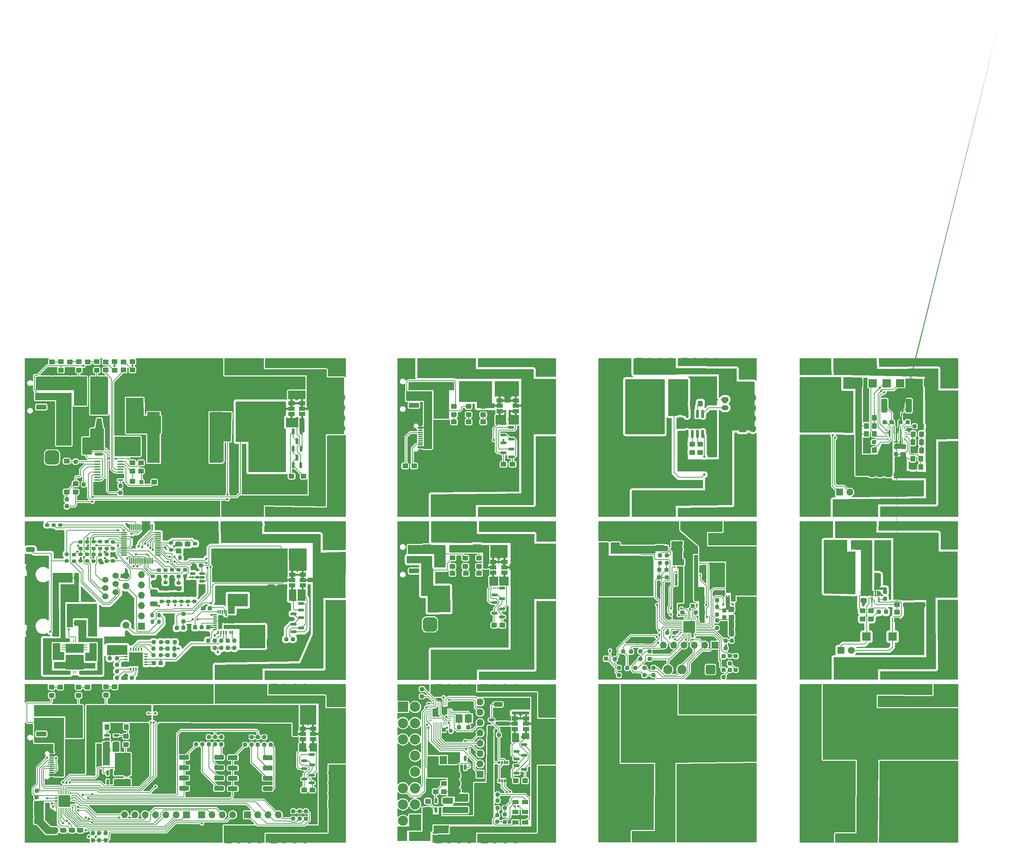
<source format=gbr>
%TF.GenerationSoftware,KiCad,Pcbnew,9.0.2*%
%TF.CreationDate,2025-05-17T12:02:20-04:00*%
%TF.ProjectId,ModularPSU,4d6f6475-6c61-4725-9053-552e6b696361,rev?*%
%TF.SameCoordinates,Original*%
%TF.FileFunction,Copper,L1,Top*%
%TF.FilePolarity,Positive*%
%FSLAX46Y46*%
G04 Gerber Fmt 4.6, Leading zero omitted, Abs format (unit mm)*
G04 Created by KiCad (PCBNEW 9.0.2) date 2025-05-17 12:02:20*
%MOMM*%
%LPD*%
G01*
G04 APERTURE LIST*
G04 Aperture macros list*
%AMRoundRect*
0 Rectangle with rounded corners*
0 $1 Rounding radius*
0 $2 $3 $4 $5 $6 $7 $8 $9 X,Y pos of 4 corners*
0 Add a 4 corners polygon primitive as box body*
4,1,4,$2,$3,$4,$5,$6,$7,$8,$9,$2,$3,0*
0 Add four circle primitives for the rounded corners*
1,1,$1+$1,$2,$3*
1,1,$1+$1,$4,$5*
1,1,$1+$1,$6,$7*
1,1,$1+$1,$8,$9*
0 Add four rect primitives between the rounded corners*
20,1,$1+$1,$2,$3,$4,$5,0*
20,1,$1+$1,$4,$5,$6,$7,0*
20,1,$1+$1,$6,$7,$8,$9,0*
20,1,$1+$1,$8,$9,$2,$3,0*%
%AMOutline4P*
0 Free polygon, 4 corners , with rotation*
0 The origin of the aperture is its center*
0 number of corners: always 4*
0 $1 to $8 corner X, Y*
0 $9 Rotation angle, in degrees counterclockwise*
0 create outline with 4 corners*
4,1,4,$1,$2,$3,$4,$5,$6,$7,$8,$1,$2,$9*%
%AMFreePoly0*
4,1,15,1.100000,0.175000,0.750000,0.175000,0.750000,-0.175000,1.100000,-0.175000,1.100000,-0.475000,0.750000,-0.475000,-0.750000,-0.475000,-1.100000,-0.475000,-1.100000,-0.175000,-0.750000,-0.175000,-0.750000,0.175000,-1.100000,0.175000,-1.100000,0.475000,1.100000,0.475000,1.100000,0.175000,1.100000,0.175000,$1*%
%AMFreePoly1*
4,1,169,0.081581,1.704743,0.083810,1.704000,0.085000,1.704000,0.086581,1.703743,0.088810,1.703000,0.090000,1.703000,0.091581,1.702743,0.094581,1.701743,0.095236,1.701472,0.096920,1.700630,0.099581,1.699743,0.101536,1.698536,0.102964,1.697108,0.104236,1.696472,0.105536,1.695536,0.106964,1.694108,0.108236,1.693472,0.109536,1.692536,0.117536,1.684536,0.118472,1.683236,
0.119108,1.681964,0.120536,1.680536,0.121472,1.679236,0.122108,1.677964,0.123536,1.676536,0.124743,1.674581,0.125630,1.671920,0.126472,1.670236,0.126743,1.669581,0.127743,1.666581,0.128000,1.665000,0.128000,1.663810,0.128743,1.661581,0.129000,1.660000,0.129000,1.658810,0.129743,1.656581,0.130000,1.655000,0.130000,1.180000,0.165000,1.180000,0.168536,1.178536,
0.170000,1.175000,0.170000,-1.175000,0.168536,-1.178536,0.165000,-1.180000,0.130000,-1.180000,0.130000,-1.655000,0.129743,-1.656581,0.129000,-1.658810,0.129000,-1.660000,0.128743,-1.661581,0.128000,-1.663810,0.128000,-1.665000,0.127743,-1.666581,0.126743,-1.669581,0.126472,-1.670236,0.125630,-1.671920,0.124743,-1.674581,0.123536,-1.676536,0.122108,-1.677964,0.121472,-1.679236,
0.120536,-1.680536,0.119108,-1.681964,0.118472,-1.683236,0.117536,-1.684536,0.109536,-1.692536,0.108236,-1.693472,0.106964,-1.694108,0.105536,-1.695536,0.104236,-1.696472,0.102964,-1.697108,0.101536,-1.698536,0.099581,-1.699743,0.096920,-1.700630,0.095236,-1.701472,0.094581,-1.701743,0.091581,-1.702743,0.090000,-1.703000,0.088810,-1.703000,0.086581,-1.703743,0.085000,-1.704000,
0.083810,-1.704000,0.081581,-1.704743,0.080000,-1.705000,-0.080000,-1.705000,-0.081581,-1.704743,-0.083810,-1.704000,-0.085000,-1.704000,-0.086581,-1.703743,-0.088810,-1.703000,-0.090000,-1.703000,-0.091581,-1.702743,-0.094581,-1.701743,-0.095236,-1.701472,-0.096920,-1.700630,-0.099581,-1.699743,-0.101536,-1.698536,-0.102964,-1.697108,-0.104236,-1.696472,-0.105536,-1.695536,-0.106964,-1.694108,
-0.108236,-1.693472,-0.109536,-1.692536,-0.117536,-1.684536,-0.118472,-1.683236,-0.119108,-1.681964,-0.120536,-1.680536,-0.121472,-1.679236,-0.122108,-1.677964,-0.123536,-1.676536,-0.124743,-1.674581,-0.125630,-1.671920,-0.126472,-1.670236,-0.126743,-1.669581,-0.127743,-1.666581,-0.128000,-1.665000,-0.128000,-1.663810,-0.128743,-1.661581,-0.129000,-1.660000,-0.129000,-1.658810,-0.129743,-1.656581,
-0.130000,-1.655000,-0.130000,-1.180000,-0.165000,-1.180000,-0.168536,-1.178536,-0.170000,-1.175000,-0.170000,1.175000,-0.168536,1.178536,-0.165000,1.180000,-0.130000,1.180000,-0.130000,1.655000,-0.129743,1.656581,-0.129000,1.658810,-0.129000,1.660000,-0.128743,1.661581,-0.128000,1.663810,-0.128000,1.665000,-0.127743,1.666581,-0.126743,1.669581,-0.126472,1.670236,-0.125630,1.671920,
-0.124743,1.674581,-0.123536,1.676536,-0.122108,1.677964,-0.121472,1.679236,-0.120536,1.680536,-0.119108,1.681964,-0.118472,1.683236,-0.117536,1.684536,-0.109536,1.692536,-0.108236,1.693472,-0.106964,1.694108,-0.105536,1.695536,-0.104236,1.696472,-0.102964,1.697108,-0.101536,1.698536,-0.099581,1.699743,-0.096920,1.700630,-0.095236,1.701472,-0.094581,1.701743,-0.091581,1.702743,
-0.090000,1.703000,-0.088810,1.703000,-0.086581,1.703743,-0.085000,1.704000,-0.083810,1.704000,-0.081581,1.704743,-0.080000,1.705000,0.080000,1.705000,0.081581,1.704743,0.081581,1.704743,$1*%
G04 Aperture macros list end*
%TA.AperFunction,EtchedComponent*%
%ADD10C,0.000000*%
%TD*%
%TA.AperFunction,ComponentPad*%
%ADD11R,1.700000X1.700000*%
%TD*%
%TA.AperFunction,ComponentPad*%
%ADD12O,1.700000X1.700000*%
%TD*%
%TA.AperFunction,SMDPad,CuDef*%
%ADD13RoundRect,0.250001X-0.462499X-0.624999X0.462499X-0.624999X0.462499X0.624999X-0.462499X0.624999X0*%
%TD*%
%TA.AperFunction,SMDPad,CuDef*%
%ADD14RoundRect,0.225000X-0.250000X0.225000X-0.250000X-0.225000X0.250000X-0.225000X0.250000X0.225000X0*%
%TD*%
%TA.AperFunction,SMDPad,CuDef*%
%ADD15RoundRect,0.250000X-0.337500X-0.475000X0.337500X-0.475000X0.337500X0.475000X-0.337500X0.475000X0*%
%TD*%
%TA.AperFunction,ComponentPad*%
%ADD16C,2.600000*%
%TD*%
%TA.AperFunction,ConnectorPad*%
%ADD17C,3.800000*%
%TD*%
%TA.AperFunction,SMDPad,CuDef*%
%ADD18RoundRect,0.250000X-0.475000X0.337500X-0.475000X-0.337500X0.475000X-0.337500X0.475000X0.337500X0*%
%TD*%
%TA.AperFunction,SMDPad,CuDef*%
%ADD19RoundRect,0.250000X-1.000000X0.375000X-1.000000X-0.375000X1.000000X-0.375000X1.000000X0.375000X0*%
%TD*%
%TA.AperFunction,SMDPad,CuDef*%
%ADD20RoundRect,0.237500X0.237500X-0.250000X0.237500X0.250000X-0.237500X0.250000X-0.237500X-0.250000X0*%
%TD*%
%TA.AperFunction,SMDPad,CuDef*%
%ADD21R,1.400000X1.200000*%
%TD*%
%TA.AperFunction,SMDPad,CuDef*%
%ADD22RoundRect,0.237500X0.300000X0.237500X-0.300000X0.237500X-0.300000X-0.237500X0.300000X-0.237500X0*%
%TD*%
%TA.AperFunction,SMDPad,CuDef*%
%ADD23RoundRect,0.250000X0.337500X0.475000X-0.337500X0.475000X-0.337500X-0.475000X0.337500X-0.475000X0*%
%TD*%
%TA.AperFunction,SMDPad,CuDef*%
%ADD24R,2.000000X2.000000*%
%TD*%
%TA.AperFunction,ComponentPad*%
%ADD25R,3.500000X3.500000*%
%TD*%
%TA.AperFunction,ComponentPad*%
%ADD26RoundRect,0.750000X-0.750000X-1.000000X0.750000X-1.000000X0.750000X1.000000X-0.750000X1.000000X0*%
%TD*%
%TA.AperFunction,ComponentPad*%
%ADD27RoundRect,0.875000X-0.875000X-0.875000X0.875000X-0.875000X0.875000X0.875000X-0.875000X0.875000X0*%
%TD*%
%TA.AperFunction,SMDPad,CuDef*%
%ADD28RoundRect,0.200000X0.275000X-0.200000X0.275000X0.200000X-0.275000X0.200000X-0.275000X-0.200000X0*%
%TD*%
%TA.AperFunction,SMDPad,CuDef*%
%ADD29RoundRect,0.250000X-0.830000X-0.310000X0.830000X-0.310000X0.830000X0.310000X-0.830000X0.310000X0*%
%TD*%
%TA.AperFunction,SMDPad,CuDef*%
%ADD30RoundRect,0.237500X-0.237500X0.250000X-0.237500X-0.250000X0.237500X-0.250000X0.237500X0.250000X0*%
%TD*%
%TA.AperFunction,SMDPad,CuDef*%
%ADD31RoundRect,0.150000X-0.825000X-0.150000X0.825000X-0.150000X0.825000X0.150000X-0.825000X0.150000X0*%
%TD*%
%TA.AperFunction,SMDPad,CuDef*%
%ADD32FreePoly0,90.000000*%
%TD*%
%TA.AperFunction,SMDPad,CuDef*%
%ADD33RoundRect,0.075000X0.075000X-0.100000X0.075000X0.100000X-0.075000X0.100000X-0.075000X-0.100000X0*%
%TD*%
%TA.AperFunction,SMDPad,CuDef*%
%ADD34RoundRect,0.058750X0.058750X-0.376250X0.058750X0.376250X-0.058750X0.376250X-0.058750X-0.376250X0*%
%TD*%
%TA.AperFunction,SMDPad,CuDef*%
%ADD35R,0.400000X0.425000*%
%TD*%
%TA.AperFunction,SMDPad,CuDef*%
%ADD36R,0.950000X1.150000*%
%TD*%
%TA.AperFunction,SMDPad,CuDef*%
%ADD37R,0.480000X0.800000*%
%TD*%
%TA.AperFunction,SMDPad,CuDef*%
%ADD38RoundRect,0.237500X-0.237500X0.300000X-0.237500X-0.300000X0.237500X-0.300000X0.237500X0.300000X0*%
%TD*%
%TA.AperFunction,SMDPad,CuDef*%
%ADD39RoundRect,0.250000X0.475000X-0.337500X0.475000X0.337500X-0.475000X0.337500X-0.475000X-0.337500X0*%
%TD*%
%TA.AperFunction,SMDPad,CuDef*%
%ADD40R,1.500000X1.000000*%
%TD*%
%TA.AperFunction,SMDPad,CuDef*%
%ADD41RoundRect,0.250000X0.700000X-1.950000X0.700000X1.950000X-0.700000X1.950000X-0.700000X-1.950000X0*%
%TD*%
%TA.AperFunction,SMDPad,CuDef*%
%ADD42RoundRect,0.150000X-0.150000X0.512500X-0.150000X-0.512500X0.150000X-0.512500X0.150000X0.512500X0*%
%TD*%
%TA.AperFunction,SMDPad,CuDef*%
%ADD43RoundRect,0.250000X0.450000X-0.350000X0.450000X0.350000X-0.450000X0.350000X-0.450000X-0.350000X0*%
%TD*%
%TA.AperFunction,SMDPad,CuDef*%
%ADD44RoundRect,0.237500X0.237500X-0.300000X0.237500X0.300000X-0.237500X0.300000X-0.237500X-0.300000X0*%
%TD*%
%TA.AperFunction,SMDPad,CuDef*%
%ADD45RoundRect,0.100000X0.637500X0.100000X-0.637500X0.100000X-0.637500X-0.100000X0.637500X-0.100000X0*%
%TD*%
%TA.AperFunction,SMDPad,CuDef*%
%ADD46RoundRect,0.225000X0.250000X-0.225000X0.250000X0.225000X-0.250000X0.225000X-0.250000X-0.225000X0*%
%TD*%
%TA.AperFunction,SMDPad,CuDef*%
%ADD47RoundRect,0.200000X-0.275000X0.200000X-0.275000X-0.200000X0.275000X-0.200000X0.275000X0.200000X0*%
%TD*%
%TA.AperFunction,SMDPad,CuDef*%
%ADD48RoundRect,0.218750X0.256250X-0.218750X0.256250X0.218750X-0.256250X0.218750X-0.256250X-0.218750X0*%
%TD*%
%TA.AperFunction,ComponentPad*%
%ADD49R,2.500000X2.500000*%
%TD*%
%TA.AperFunction,ComponentPad*%
%ADD50C,2.500000*%
%TD*%
%TA.AperFunction,SMDPad,CuDef*%
%ADD51RoundRect,0.237500X-0.300000X-0.237500X0.300000X-0.237500X0.300000X0.237500X-0.300000X0.237500X0*%
%TD*%
%TA.AperFunction,SMDPad,CuDef*%
%ADD52RoundRect,0.150000X-0.425000X0.150000X-0.425000X-0.150000X0.425000X-0.150000X0.425000X0.150000X0*%
%TD*%
%TA.AperFunction,SMDPad,CuDef*%
%ADD53RoundRect,0.075000X-0.500000X0.075000X-0.500000X-0.075000X0.500000X-0.075000X0.500000X0.075000X0*%
%TD*%
%TA.AperFunction,HeatsinkPad*%
%ADD54O,2.100000X1.000000*%
%TD*%
%TA.AperFunction,HeatsinkPad*%
%ADD55O,1.800000X1.000000*%
%TD*%
%TA.AperFunction,SMDPad,CuDef*%
%ADD56RoundRect,0.237500X-0.287500X-0.237500X0.287500X-0.237500X0.287500X0.237500X-0.287500X0.237500X0*%
%TD*%
%TA.AperFunction,SMDPad,CuDef*%
%ADD57RoundRect,0.237500X-0.250000X-0.237500X0.250000X-0.237500X0.250000X0.237500X-0.250000X0.237500X0*%
%TD*%
%TA.AperFunction,SMDPad,CuDef*%
%ADD58RoundRect,0.250000X0.450000X-0.325000X0.450000X0.325000X-0.450000X0.325000X-0.450000X-0.325000X0*%
%TD*%
%TA.AperFunction,ComponentPad*%
%ADD59C,1.524000*%
%TD*%
%TA.AperFunction,ComponentPad*%
%ADD60C,1.371600*%
%TD*%
%TA.AperFunction,ComponentPad*%
%ADD61C,1.714500*%
%TD*%
%TA.AperFunction,ComponentPad*%
%ADD62C,2.362200*%
%TD*%
%TA.AperFunction,SMDPad,CuDef*%
%ADD63RoundRect,0.250000X-0.450000X0.350000X-0.450000X-0.350000X0.450000X-0.350000X0.450000X0.350000X0*%
%TD*%
%TA.AperFunction,SMDPad,CuDef*%
%ADD64R,0.800000X1.450000*%
%TD*%
%TA.AperFunction,SMDPad,CuDef*%
%ADD65R,0.600000X0.300000*%
%TD*%
%TA.AperFunction,SMDPad,CuDef*%
%ADD66R,0.300000X1.725000*%
%TD*%
%TA.AperFunction,SMDPad,CuDef*%
%ADD67RoundRect,0.150000X-0.587500X-0.150000X0.587500X-0.150000X0.587500X0.150000X-0.587500X0.150000X0*%
%TD*%
%TA.AperFunction,SMDPad,CuDef*%
%ADD68RoundRect,0.250000X-0.450000X0.325000X-0.450000X-0.325000X0.450000X-0.325000X0.450000X0.325000X0*%
%TD*%
%TA.AperFunction,SMDPad,CuDef*%
%ADD69RoundRect,0.250000X-0.700000X1.950000X-0.700000X-1.950000X0.700000X-1.950000X0.700000X1.950000X0*%
%TD*%
%TA.AperFunction,SMDPad,CuDef*%
%ADD70RoundRect,0.250000X-0.650000X1.000000X-0.650000X-1.000000X0.650000X-1.000000X0.650000X1.000000X0*%
%TD*%
%TA.AperFunction,SMDPad,CuDef*%
%ADD71RoundRect,0.250000X-0.350000X-0.450000X0.350000X-0.450000X0.350000X0.450000X-0.350000X0.450000X0*%
%TD*%
%TA.AperFunction,SMDPad,CuDef*%
%ADD72R,1.600000X1.000000*%
%TD*%
%TA.AperFunction,SMDPad,CuDef*%
%ADD73RoundRect,0.150000X0.150000X-0.587500X0.150000X0.587500X-0.150000X0.587500X-0.150000X-0.587500X0*%
%TD*%
%TA.AperFunction,SMDPad,CuDef*%
%ADD74RoundRect,0.250000X0.350000X0.450000X-0.350000X0.450000X-0.350000X-0.450000X0.350000X-0.450000X0*%
%TD*%
%TA.AperFunction,SMDPad,CuDef*%
%ADD75R,0.350000X0.950000*%
%TD*%
%TA.AperFunction,SMDPad,CuDef*%
%ADD76R,0.650000X0.350000*%
%TD*%
%TA.AperFunction,SMDPad,CuDef*%
%ADD77R,0.650001X0.350000*%
%TD*%
%TA.AperFunction,SMDPad,CuDef*%
%ADD78R,0.650000X0.350001*%
%TD*%
%TA.AperFunction,SMDPad,CuDef*%
%ADD79R,0.350000X0.999996*%
%TD*%
%TA.AperFunction,SMDPad,CuDef*%
%ADD80R,0.350000X0.999990*%
%TD*%
%TA.AperFunction,SMDPad,CuDef*%
%ADD81R,1.349994X0.499996*%
%TD*%
%TA.AperFunction,SMDPad,CuDef*%
%ADD82R,0.350000X0.999998*%
%TD*%
%TA.AperFunction,SMDPad,CuDef*%
%ADD83R,0.350012X1.567002*%
%TD*%
%TA.AperFunction,SMDPad,CuDef*%
%ADD84R,0.950000X0.350000*%
%TD*%
%TA.AperFunction,SMDPad,CuDef*%
%ADD85R,1.100000X3.400001*%
%TD*%
%TA.AperFunction,SMDPad,CuDef*%
%ADD86R,2.700000X1.099998*%
%TD*%
%TA.AperFunction,SMDPad,CuDef*%
%ADD87R,0.970000X1.520000*%
%TD*%
%TA.AperFunction,SMDPad,CuDef*%
%ADD88R,1.744998X2.100000*%
%TD*%
%TA.AperFunction,SMDPad,CuDef*%
%ADD89RoundRect,0.150000X0.587500X0.150000X-0.587500X0.150000X-0.587500X-0.150000X0.587500X-0.150000X0*%
%TD*%
%TA.AperFunction,ComponentPad*%
%ADD90C,1.700000*%
%TD*%
%TA.AperFunction,SMDPad,CuDef*%
%ADD91RoundRect,0.050000X-0.300000X-0.050000X0.300000X-0.050000X0.300000X0.050000X-0.300000X0.050000X0*%
%TD*%
%TA.AperFunction,SMDPad,CuDef*%
%ADD92RoundRect,0.050000X-0.050000X-0.300000X0.050000X-0.300000X0.050000X0.300000X-0.050000X0.300000X0*%
%TD*%
%TA.AperFunction,HeatsinkPad*%
%ADD93R,2.900000X2.900000*%
%TD*%
%TA.AperFunction,SMDPad,CuDef*%
%ADD94R,0.425000X0.400000*%
%TD*%
%TA.AperFunction,SMDPad,CuDef*%
%ADD95R,1.150000X0.950000*%
%TD*%
%TA.AperFunction,SMDPad,CuDef*%
%ADD96R,0.800000X0.480000*%
%TD*%
%TA.AperFunction,SMDPad,CuDef*%
%ADD97RoundRect,0.250001X1.074999X-0.462499X1.074999X0.462499X-1.074999X0.462499X-1.074999X-0.462499X0*%
%TD*%
%TA.AperFunction,SMDPad,CuDef*%
%ADD98RoundRect,0.237500X0.250000X0.237500X-0.250000X0.237500X-0.250000X-0.237500X0.250000X-0.237500X0*%
%TD*%
%TA.AperFunction,SMDPad,CuDef*%
%ADD99RoundRect,0.056250X-0.243750X-0.068750X0.243750X-0.068750X0.243750X0.068750X-0.243750X0.068750X0*%
%TD*%
%TA.AperFunction,SMDPad,CuDef*%
%ADD100RoundRect,0.056250X-0.068750X-0.268750X0.068750X-0.268750X0.068750X0.268750X-0.068750X0.268750X0*%
%TD*%
%TA.AperFunction,SMDPad,CuDef*%
%ADD101RoundRect,0.056250X-0.068750X-0.243750X0.068750X-0.243750X0.068750X0.243750X-0.068750X0.243750X0*%
%TD*%
%TA.AperFunction,SMDPad,CuDef*%
%ADD102RoundRect,0.056250X-0.068750X-1.643750X0.068750X-1.643750X0.068750X1.643750X-0.068750X1.643750X0*%
%TD*%
%TA.AperFunction,SMDPad,CuDef*%
%ADD103FreePoly1,0.000000*%
%TD*%
%TA.AperFunction,SMDPad,CuDef*%
%ADD104RoundRect,0.062500X0.337500X0.062500X-0.337500X0.062500X-0.337500X-0.062500X0.337500X-0.062500X0*%
%TD*%
%TA.AperFunction,SMDPad,CuDef*%
%ADD105RoundRect,0.062500X0.062500X0.337500X-0.062500X0.337500X-0.062500X-0.337500X0.062500X-0.337500X0*%
%TD*%
%TA.AperFunction,SMDPad,CuDef*%
%ADD106Outline4P,-1.800000X-1.150000X1.800000X-0.550000X1.800000X0.550000X-1.800000X1.150000X270.000000*%
%TD*%
%TA.AperFunction,SMDPad,CuDef*%
%ADD107Outline4P,-1.800000X-1.150000X1.800000X-0.550000X1.800000X0.550000X-1.800000X1.150000X90.000000*%
%TD*%
%TA.AperFunction,SMDPad,CuDef*%
%ADD108RoundRect,0.250000X0.650000X-1.500000X0.650000X1.500000X-0.650000X1.500000X-0.650000X-1.500000X0*%
%TD*%
%TA.AperFunction,ComponentPad*%
%ADD109R,2.000000X2.000000*%
%TD*%
%TA.AperFunction,ComponentPad*%
%ADD110C,2.000000*%
%TD*%
%TA.AperFunction,SMDPad,CuDef*%
%ADD111RoundRect,0.249999X-0.512501X-1.425001X0.512501X-1.425001X0.512501X1.425001X-0.512501X1.425001X0*%
%TD*%
%TA.AperFunction,SMDPad,CuDef*%
%ADD112RoundRect,0.250000X0.650000X-0.412500X0.650000X0.412500X-0.650000X0.412500X-0.650000X-0.412500X0*%
%TD*%
%TA.AperFunction,SMDPad,CuDef*%
%ADD113RoundRect,0.250001X-0.462499X-1.074999X0.462499X-1.074999X0.462499X1.074999X-0.462499X1.074999X0*%
%TD*%
%TA.AperFunction,SMDPad,CuDef*%
%ADD114C,1.000000*%
%TD*%
%TA.AperFunction,SMDPad,CuDef*%
%ADD115RoundRect,0.150000X0.150000X-0.512500X0.150000X0.512500X-0.150000X0.512500X-0.150000X-0.512500X0*%
%TD*%
%TA.AperFunction,ComponentPad*%
%ADD116RoundRect,0.250000X-0.625000X0.350000X-0.625000X-0.350000X0.625000X-0.350000X0.625000X0.350000X0*%
%TD*%
%TA.AperFunction,ComponentPad*%
%ADD117O,1.750000X1.200000*%
%TD*%
%TA.AperFunction,SMDPad,CuDef*%
%ADD118RoundRect,0.250000X-0.970000X-0.310000X0.970000X-0.310000X0.970000X0.310000X-0.970000X0.310000X0*%
%TD*%
%TA.AperFunction,SMDPad,CuDef*%
%ADD119RoundRect,0.150000X0.512500X0.150000X-0.512500X0.150000X-0.512500X-0.150000X0.512500X-0.150000X0*%
%TD*%
%TA.AperFunction,SMDPad,CuDef*%
%ADD120RoundRect,0.225000X0.225000X0.250000X-0.225000X0.250000X-0.225000X-0.250000X0.225000X-0.250000X0*%
%TD*%
%TA.AperFunction,SMDPad,CuDef*%
%ADD121RoundRect,0.075000X-0.662500X-0.075000X0.662500X-0.075000X0.662500X0.075000X-0.662500X0.075000X0*%
%TD*%
%TA.AperFunction,SMDPad,CuDef*%
%ADD122RoundRect,0.075000X-0.075000X-0.662500X0.075000X-0.662500X0.075000X0.662500X-0.075000X0.662500X0*%
%TD*%
%TA.AperFunction,SMDPad,CuDef*%
%ADD123R,5.000000X3.100000*%
%TD*%
%TA.AperFunction,SMDPad,CuDef*%
%ADD124RoundRect,0.250000X-0.325000X-0.450000X0.325000X-0.450000X0.325000X0.450000X-0.325000X0.450000X0*%
%TD*%
%TA.AperFunction,SMDPad,CuDef*%
%ADD125RoundRect,0.200000X-0.200000X-0.275000X0.200000X-0.275000X0.200000X0.275000X-0.200000X0.275000X0*%
%TD*%
%TA.AperFunction,SMDPad,CuDef*%
%ADD126RoundRect,0.250000X0.830000X0.310000X-0.830000X0.310000X-0.830000X-0.310000X0.830000X-0.310000X0*%
%TD*%
%TA.AperFunction,SMDPad,CuDef*%
%ADD127R,3.150000X12.500000*%
%TD*%
%TA.AperFunction,SMDPad,CuDef*%
%ADD128RoundRect,0.150000X-0.150000X0.825000X-0.150000X-0.825000X0.150000X-0.825000X0.150000X0.825000X0*%
%TD*%
%TA.AperFunction,HeatsinkPad*%
%ADD129C,0.500000*%
%TD*%
%TA.AperFunction,HeatsinkPad*%
%ADD130R,3.300000X2.410000*%
%TD*%
%TA.AperFunction,SMDPad,CuDef*%
%ADD131RoundRect,0.250000X-0.650000X0.325000X-0.650000X-0.325000X0.650000X-0.325000X0.650000X0.325000X0*%
%TD*%
%TA.AperFunction,SMDPad,CuDef*%
%ADD132R,0.560000X0.280000*%
%TD*%
%TA.AperFunction,SMDPad,CuDef*%
%ADD133C,0.280000*%
%TD*%
%TA.AperFunction,SMDPad,CuDef*%
%ADD134R,0.280000X0.560000*%
%TD*%
%TA.AperFunction,ComponentPad*%
%ADD135C,0.600000*%
%TD*%
%TA.AperFunction,SMDPad,CuDef*%
%ADD136R,4.370000X2.290000*%
%TD*%
%TA.AperFunction,SMDPad,CuDef*%
%ADD137R,4.370000X3.560000*%
%TD*%
%TA.AperFunction,SMDPad,CuDef*%
%ADD138C,0.304800*%
%TD*%
%TA.AperFunction,ComponentPad*%
%ADD139RoundRect,0.250001X0.899999X0.899999X-0.899999X0.899999X-0.899999X-0.899999X0.899999X-0.899999X0*%
%TD*%
%TA.AperFunction,ComponentPad*%
%ADD140C,2.300000*%
%TD*%
%TA.AperFunction,SMDPad,CuDef*%
%ADD141RoundRect,0.050000X0.050000X-0.300000X0.050000X0.300000X-0.050000X0.300000X-0.050000X-0.300000X0*%
%TD*%
%TA.AperFunction,SMDPad,CuDef*%
%ADD142RoundRect,0.050000X0.300000X-0.050000X0.300000X0.050000X-0.300000X0.050000X-0.300000X-0.050000X0*%
%TD*%
%TA.AperFunction,SMDPad,CuDef*%
%ADD143R,1.800000X2.100000*%
%TD*%
%TA.AperFunction,SMDPad,CuDef*%
%ADD144RoundRect,0.075000X-0.325000X-0.075000X0.325000X-0.075000X0.325000X0.075000X-0.325000X0.075000X0*%
%TD*%
%TA.AperFunction,SMDPad,CuDef*%
%ADD145RoundRect,0.075000X-0.075000X-0.325000X0.075000X-0.325000X0.075000X0.325000X-0.075000X0.325000X0*%
%TD*%
%TA.AperFunction,HeatsinkPad*%
%ADD146R,3.350000X3.350000*%
%TD*%
%TA.AperFunction,SMDPad,CuDef*%
%ADD147RoundRect,0.250000X-0.400000X-0.625000X0.400000X-0.625000X0.400000X0.625000X-0.400000X0.625000X0*%
%TD*%
%TA.AperFunction,ViaPad*%
%ADD148C,0.600000*%
%TD*%
%TA.AperFunction,Conductor*%
%ADD149C,0.200000*%
%TD*%
G04 APERTURE END LIST*
D10*
%TA.AperFunction,EtchedComponent*%
%TO.C,JP10*%
G36*
X151100000Y-34065000D02*
G01*
X150500000Y-34065000D01*
X150500000Y-33565000D01*
X151100000Y-33565000D01*
X151100000Y-34065000D01*
G37*
%TD.AperFunction*%
%TA.AperFunction,EtchedComponent*%
%TO.C,JP7*%
G36*
X99890000Y-34765000D02*
G01*
X99290000Y-34765000D01*
X99290000Y-34265000D01*
X99890000Y-34265000D01*
X99890000Y-34765000D01*
G37*
%TD.AperFunction*%
%TA.AperFunction,EtchedComponent*%
%TO.C,JP16*%
G36*
X105257500Y-114800000D02*
G01*
X104657500Y-114800000D01*
X104657500Y-114300000D01*
X105257500Y-114300000D01*
X105257500Y-114800000D01*
G37*
%TD.AperFunction*%
%TA.AperFunction,EtchedComponent*%
%TO.C,JP15*%
G36*
X102700000Y-114800000D02*
G01*
X102100000Y-114800000D01*
X102100000Y-114300000D01*
X102700000Y-114300000D01*
X102700000Y-114800000D01*
G37*
%TD.AperFunction*%
%TA.AperFunction,EtchedComponent*%
%TO.C,JP3*%
G36*
X152300000Y-73800000D02*
G01*
X151700000Y-73800000D01*
X151700000Y-73300000D01*
X152300000Y-73300000D01*
X152300000Y-73800000D01*
G37*
%TD.AperFunction*%
%TA.AperFunction,EtchedComponent*%
%TO.C,JP11*%
G36*
X154887500Y-112300000D02*
G01*
X154287500Y-112300000D01*
X154287500Y-111800000D01*
X154887500Y-111800000D01*
X154887500Y-112300000D01*
G37*
%TD.AperFunction*%
%TA.AperFunction,EtchedComponent*%
%TO.C,JP1*%
G36*
X149550000Y-73800000D02*
G01*
X148950000Y-73800000D01*
X148950000Y-73300000D01*
X149550000Y-73300000D01*
X149550000Y-73800000D01*
G37*
%TD.AperFunction*%
%TA.AperFunction,EtchedComponent*%
%TO.C,JP12*%
G36*
X155100000Y-34065000D02*
G01*
X154500000Y-34065000D01*
X154500000Y-33565000D01*
X155100000Y-33565000D01*
X155100000Y-34065000D01*
G37*
%TD.AperFunction*%
%TA.AperFunction,EtchedComponent*%
%TO.C,JP8*%
G36*
X102490000Y-34765000D02*
G01*
X101890000Y-34765000D01*
X101890000Y-34265000D01*
X102490000Y-34265000D01*
X102490000Y-34765000D01*
G37*
%TD.AperFunction*%
%TA.AperFunction,EtchedComponent*%
%TO.C,JP14*%
G36*
X157637500Y-112300000D02*
G01*
X157037500Y-112300000D01*
X157037500Y-111800000D01*
X157637500Y-111800000D01*
X157637500Y-112300000D01*
G37*
%TD.AperFunction*%
%TA.AperFunction,EtchedComponent*%
%TO.C,JP4*%
G36*
X100100000Y-76950000D02*
G01*
X99500000Y-76950000D01*
X99500000Y-76450000D01*
X100100000Y-76450000D01*
X100100000Y-76950000D01*
G37*
%TD.AperFunction*%
%TA.AperFunction,EtchedComponent*%
%TO.C,JP5*%
G36*
X102657500Y-76950000D02*
G01*
X102057500Y-76950000D01*
X102057500Y-76450000D01*
X102657500Y-76450000D01*
X102657500Y-76950000D01*
G37*
%TD.AperFunction*%
%TD*%
D11*
%TO.P,J65,1,Pin_1*%
%TO.N,/PWR_INPUT/Spacer/SPACER_IN*%
X185230000Y-141000000D03*
D12*
%TO.P,J65,2,Pin_2*%
X187770000Y-141000000D03*
%TO.P,J65,3,Pin_3*%
X190310000Y-141000000D03*
%TO.P,J65,4,Pin_4*%
X192850000Y-141000000D03*
%TD*%
D13*
%TO.P,F8,1*%
%TO.N,Net-(J7-Pin_1)*%
X233512500Y-28500000D03*
%TO.P,F8,2*%
%TO.N,/POWER_OUTPUT/24V_BUCK_BOOST_TO_5V/DCDC_5V0_IN*%
X236487500Y-28500000D03*
%TD*%
D14*
%TO.P,C38,1*%
%TO.N,Net-(U4-1V2O)*%
X67000000Y-74925000D03*
%TO.P,C38,2*%
%TO.N,/PWR_INPUT/POE_PWR_IN/POE_IN_GND*%
X67000000Y-76475000D03*
%TD*%
D15*
%TO.P,C68,1*%
%TO.N,/POWER_OUTPUT/24V_BUCK_BOOST_TO_5V/DCDC_5V0_GND*%
X252512500Y-45437500D03*
%TO.P,C68,2*%
%TO.N,Net-(C66-Pad1)*%
X254587500Y-45437500D03*
%TD*%
D16*
%TO.P,H39,1,1*%
%TO.N,/PWR_INPUT/USB_PD_PWR_IN/USB_PD_GND*%
X111000000Y-140050000D03*
D17*
X111000000Y-140050000D03*
%TD*%
D18*
%TO.P,C60,1*%
%TO.N,/PWR_INPUT/USB_PD_PWR_IN/USB_PD_5V*%
X39400000Y-138925000D03*
%TO.P,C60,2*%
%TO.N,/PWR_INPUT/USB_PD_PWR_IN/USB_PD_GND*%
X39400000Y-141000000D03*
%TD*%
D19*
%TO.P,SW7,1,A*%
%TO.N,Net-(D14-A)*%
X129750000Y-29365000D03*
%TO.P,SW7,2,B*%
%TO.N,Net-(D13-A)*%
X129750000Y-31865000D03*
%TO.P,SW7,3,C*%
%TO.N,unconnected-(SW7-C-Pad3)*%
X129750000Y-34365000D03*
%TD*%
D20*
%TO.P,R123,1*%
%TO.N,/PWR_INPUT/USB_PD_PWR_IN/ADCIN1*%
X76145000Y-117787500D03*
%TO.P,R123,2*%
%TO.N,/PWR_INPUT/USB_PD_PWR_IN/USB_PD_GND*%
X76145000Y-115962500D03*
%TD*%
D21*
%TO.P,Y2,1,1*%
%TO.N,Net-(U4-XI{slash}CLKIN)*%
X71800000Y-70185000D03*
%TO.P,Y2,2,2*%
%TO.N,/PWR_INPUT/POE_PWR_IN/POE_IN_GND*%
X74000000Y-70185000D03*
%TO.P,Y2,3,3*%
%TO.N,Net-(U4-XO)*%
X74000000Y-68485000D03*
%TO.P,Y2,4,4*%
%TO.N,/PWR_INPUT/POE_PWR_IN/POE_IN_GND*%
X71800000Y-68485000D03*
%TD*%
D22*
%TO.P,C111,1*%
%TO.N,/PWR_INPUT/ASAP_BATT/SMART_BATT_GND*%
X197112500Y-68250000D03*
%TO.P,C111,2*%
%TO.N,Net-(C110-Pad2)*%
X195387500Y-68250000D03*
%TD*%
D23*
%TO.P,C59,1*%
%TO.N,/PWR_INPUT/USB_PD_PWR_IN/USB_PD_5V*%
X36837500Y-136650000D03*
%TO.P,C59,2*%
%TO.N,/PWR_INPUT/USB_PD_PWR_IN/USB_PD_GND*%
X34762500Y-136650000D03*
%TD*%
D11*
%TO.P,J21,1,Pin_1*%
%TO.N,/PWR_INPUT/BreadBoardAdapter/BREADBOARD_ADAPT_NEG*%
X260060000Y-132457500D03*
D12*
%TO.P,J21,2,Pin_2*%
X262600000Y-132457500D03*
%TO.P,J21,3,Pin_3*%
X260060000Y-129917500D03*
%TO.P,J21,4,Pin_4*%
X262600000Y-129917500D03*
%TO.P,J21,5,Pin_5*%
X260060000Y-127377500D03*
%TO.P,J21,6,Pin_6*%
X262600000Y-127377500D03*
%TO.P,J21,7,Pin_7*%
X260060000Y-124837500D03*
%TO.P,J21,8,Pin_8*%
X262600000Y-124837500D03*
%TD*%
D24*
%TO.P,TP2,1,1*%
%TO.N,/POWER_OUTPUT/24V_BUCK_TO_3V3/DCDC_3V3_OUT*%
X253400000Y-68687500D03*
%TD*%
D25*
%TO.P,J12,1*%
%TO.N,/PWR_INPUT/ASAP_PWR_IN/BARREL_IN_PWR_IN*%
X136700000Y-83550000D03*
D26*
%TO.P,J12,2*%
%TO.N,/PWR_INPUT/ASAP_PWR_IN/BARREL_IN_GND*%
X130700000Y-83550000D03*
D27*
%TO.P,J12,3*%
%TO.N,N/C*%
X133700000Y-88250000D03*
%TD*%
D28*
%TO.P,R72,1*%
%TO.N,Net-(U4-XI{slash}CLKIN)*%
X70000000Y-69885000D03*
%TO.P,R72,2*%
%TO.N,Net-(U4-XO)*%
X70000000Y-68235000D03*
%TD*%
D16*
%TO.P,H34,1,1*%
%TO.N,/PWR_INPUT/USB_C_PWR_IN/ASAP_USB_C_GND*%
X162800000Y-24665000D03*
D17*
X162800000Y-24665000D03*
%TD*%
D29*
%TO.P,SW5,1,A*%
%TO.N,/PWR_INPUT/POE_PWR_IN/~{PD_EN}*%
X35370000Y-69850000D03*
%TO.P,SW5,2,B*%
%TO.N,/PWR_INPUT/POE_PWR_IN/POE_IN_GND*%
X42100000Y-69850000D03*
%TD*%
D30*
%TO.P,R51,1*%
%TO.N,Net-(U17-VBUS)*%
X190300000Y-71287500D03*
%TO.P,R51,2*%
%TO.N,Net-(U17-ACP)*%
X190300000Y-73112500D03*
%TD*%
D31*
%TO.P,Q1,1,S*%
%TO.N,/PWR_INPUT/SOLAR_PWR_IN/MPPT_INPUT*%
X52215000Y-42560000D03*
%TO.P,Q1,2,S*%
X52215000Y-43830000D03*
%TO.P,Q1,3,S*%
X52215000Y-45100000D03*
%TO.P,Q1,4,G*%
%TO.N,Net-(Q1-G)*%
X52215000Y-46370000D03*
%TO.P,Q1,5,D*%
%TO.N,Net-(D28-A)*%
X57165000Y-46370000D03*
%TO.P,Q1,6,D*%
X57165000Y-45100000D03*
%TO.P,Q1,7,D*%
X57165000Y-43830000D03*
%TO.P,Q1,8,D*%
X57165000Y-42560000D03*
%TD*%
D20*
%TO.P,R128,1*%
%TO.N,Net-(R128-Pad1)*%
X94495000Y-117825000D03*
%TO.P,R128,2*%
%TO.N,/PWR_INPUT/USB_PD_PWR_IN/USB_PD_GND*%
X94495000Y-116000000D03*
%TD*%
D32*
%TO.P,Q26,1,D*%
%TO.N,Net-(Q26-D)*%
X206950000Y-82200000D03*
D33*
%TO.P,Q26,3,G*%
%TO.N,Net-(Q26-G)*%
X207925000Y-83125000D03*
D34*
%TO.P,Q26,4,S*%
%TO.N,/PWR_INPUT/ASAP_BATT/SMART_BATT_OUT*%
X207925000Y-82160000D03*
D33*
X207925000Y-81275000D03*
%TD*%
D35*
%TO.P,U19,1,D*%
%TO.N,/PWR_INPUT/ASAP_BATT/SWITCH_LO*%
X198850000Y-76062500D03*
%TO.P,U19,2,D*%
X199500000Y-76062500D03*
%TO.P,U19,3,G*%
%TO.N,Net-(U17-LODRV2)*%
X200150000Y-76062500D03*
%TO.P,U19,4,S*%
%TO.N,/PWR_INPUT/ASAP_BATT/SMART_BATT_GND*%
X200150000Y-74187500D03*
%TO.P,U19,5,D*%
%TO.N,/PWR_INPUT/ASAP_BATT/SWITCH_LO*%
X199500000Y-74187500D03*
%TO.P,U19,6,D*%
X198850000Y-74187500D03*
D36*
%TO.P,U19,7,D*%
X199175000Y-75125000D03*
D37*
%TO.P,U19,8,S*%
%TO.N,/PWR_INPUT/ASAP_BATT/SMART_BATT_GND*%
X200200000Y-75125000D03*
%TD*%
D20*
%TO.P,R29,1*%
%TO.N,/PWR_INPUT/POE_PWR_IN/POE_IN_GND*%
X73000000Y-90897500D03*
%TO.P,R29,2*%
%TO.N,Net-(U6-VFB)*%
X73000000Y-89072500D03*
%TD*%
D11*
%TO.P,J72,1,Pin_1*%
%TO.N,/PWR_INPUT/USB_PD_PWR_IN/USB_PD_PWR_OUT*%
X84080000Y-141300000D03*
D12*
%TO.P,J72,2,Pin_2*%
X86620000Y-141300000D03*
%TO.P,J72,3,Pin_3*%
X89160000Y-141300000D03*
%TO.P,J72,4,Pin_4*%
X91700000Y-141300000D03*
%TD*%
D15*
%TO.P,C24,1*%
%TO.N,/PWR_INPUT/USB_PD_PWR_IN/USB_PD_5V*%
X59025000Y-122900000D03*
%TO.P,C24,2*%
%TO.N,/PWR_INPUT/USB_PD_PWR_IN/USB_PD_GND*%
X61100000Y-122900000D03*
%TD*%
D16*
%TO.P,H23,1,1*%
%TO.N,/PWR_INPUT/POE_PWR_IN/POE_IN_GND*%
X75900000Y-64800000D03*
D17*
X75900000Y-64800000D03*
%TD*%
D20*
%TO.P,R101,1*%
%TO.N,Net-(R101-Pad1)*%
X152087500Y-133450000D03*
%TO.P,R101,2*%
%TO.N,/PWR_INPUT/OBD2_PWR/OBDII_GND*%
X152087500Y-131625000D03*
%TD*%
D11*
%TO.P,J93,1,Pin_1*%
%TO.N,/PWR_INPUT/USB_PD_PWR_IN/USB_PD_GPIO0*%
X73790000Y-135100000D03*
D12*
%TO.P,J93,2,Pin_2*%
%TO.N,/PWR_INPUT/USB_PD_PWR_IN/USB_PD_GPIO1*%
X71250000Y-135100000D03*
%TO.P,J93,3,Pin_3*%
%TO.N,/PWR_INPUT/USB_PD_PWR_IN/USB_PD_GPIO2*%
X68710000Y-135100000D03*
%TO.P,J93,4,Pin_4*%
%TO.N,/PWR_INPUT/USB_PD_PWR_IN/USB_PD_GPIO3*%
X66170000Y-135100000D03*
%TO.P,J93,5,Pin_5*%
%TO.N,/PWR_INPUT/USB_PD_PWR_IN/USB_PD_GPIO6*%
X63630000Y-135100000D03*
%TO.P,J93,6,Pin_6*%
%TO.N,/PWR_INPUT/USB_PD_PWR_IN/USB_PD_GPIO7*%
X61090000Y-135100000D03*
%TO.P,J93,7,Pin_7*%
%TO.N,/PWR_INPUT/USB_PD_PWR_IN/USB_PD_GPIO11*%
X58550000Y-135100000D03*
%TD*%
D11*
%TO.P,J33,1,Pin_1*%
%TO.N,/POWER_OUTPUT/24V_BUCK_BOOST_TO_5V/DCDC_5V0_GND*%
X245900000Y-60500000D03*
D12*
%TO.P,J33,2,Pin_2*%
X248440000Y-60500000D03*
%TO.P,J33,3,Pin_3*%
X250980000Y-60500000D03*
%TO.P,J33,4,Pin_4*%
X253520000Y-60500000D03*
%TD*%
D20*
%TO.P,R117,1*%
%TO.N,/PWR_INPUT/ASAP_BATT/EXT_3V3*%
X186450000Y-100750000D03*
%TO.P,R117,2*%
%TO.N,/PWR_INPUT/ASAP_BATT/BATT_~{INT}*%
X186450000Y-98925000D03*
%TD*%
D38*
%TO.P,C27,1*%
%TO.N,Net-(U6-SS)*%
X75907502Y-88982499D03*
%TO.P,C27,2*%
%TO.N,/PWR_INPUT/POE_PWR_IN/POE_IN_GND*%
X75907502Y-90707499D03*
%TD*%
D39*
%TO.P,C13,1*%
%TO.N,/POWER_OUTPUT/24V_BUCK_BOOST_TO_5V/DCDC_5V0_GND*%
X252500000Y-53537500D03*
%TO.P,C13,2*%
%TO.N,/POWER_OUTPUT/24V_BUCK_BOOST_TO_5V/DCDC_5V0_OUT*%
X252500000Y-51462500D03*
%TD*%
D24*
%TO.P,TP8,1,1*%
%TO.N,/PWR_INPUT/Spacer/SPACER_IN*%
X200850000Y-116100000D03*
%TD*%
D30*
%TO.P,R85,1*%
%TO.N,/PWR_INPUT/USB_PD_PWR_IN/LDO_3V3*%
X80795000Y-115962500D03*
%TO.P,R85,2*%
%TO.N,Net-(R85-Pad2)*%
X80795000Y-117787500D03*
%TD*%
D40*
%TO.P,JP10,1,A*%
%TO.N,Net-(JP10-A)*%
X150800000Y-33165000D03*
%TO.P,JP10,2,C*%
%TO.N,Net-(D16-A)*%
X150800000Y-34465000D03*
%TO.P,JP10,3,B*%
%TO.N,Net-(JP10-B)*%
X150800000Y-35765000D03*
%TD*%
D24*
%TO.P,TP12,1,1*%
%TO.N,/PWR_INPUT/BreadBoardAdapter/BREADBOARD_ADAPT_NEG*%
X250350000Y-128587500D03*
%TD*%
D41*
%TO.P,C69,1*%
%TO.N,Net-(JP7-C)*%
X92590000Y-39000000D03*
%TO.P,C69,2*%
%TO.N,/PWR_INPUT/SOLAR_PWR_IN/SOLAR_IN_GND*%
X92590000Y-30300000D03*
%TD*%
D22*
%TO.P,C32,1*%
%TO.N,Net-(U17-BTST1)*%
X195762500Y-85287500D03*
%TO.P,C32,2*%
%TO.N,/PWR_INPUT/ASAP_BATT/SWITCH_HI*%
X194037500Y-85287500D03*
%TD*%
D11*
%TO.P,J11,1,Pin_1*%
%TO.N,/POWER_OUTPUT/24V_BUCK_BOOST_TO_5V/DCDC_5V0_GND*%
X260100000Y-52120000D03*
D12*
%TO.P,J11,2,Pin_2*%
X262640000Y-52120000D03*
%TO.P,J11,3,Pin_3*%
X260100000Y-49580000D03*
%TO.P,J11,4,Pin_4*%
X262640000Y-49580000D03*
%TO.P,J11,5,Pin_5*%
X260100000Y-47040000D03*
%TO.P,J11,6,Pin_6*%
X262640000Y-47040000D03*
%TO.P,J11,7,Pin_7*%
X260100000Y-44500000D03*
%TO.P,J11,8,Pin_8*%
X262640000Y-44500000D03*
%TD*%
D11*
%TO.P,J89,1,Pin_1*%
%TO.N,/PWR_INPUT/ACAP_BATT/ACAP_BATT_OUT*%
X185080000Y-60512500D03*
D12*
%TO.P,J89,2,Pin_2*%
X187620000Y-60512500D03*
%TO.P,J89,3,Pin_3*%
X190160000Y-60512500D03*
%TO.P,J89,4,Pin_4*%
X192700000Y-60512500D03*
%TD*%
D24*
%TO.P,TP17,1,1*%
%TO.N,Net-(D1-K)*%
X133000000Y-69550000D03*
%TD*%
D16*
%TO.P,H9,1,1*%
%TO.N,/POWER_OUTPUT/24V_BUCK_TO_3V3/DCDC_3V3_GND*%
X261700000Y-64750000D03*
D17*
X261700000Y-64750000D03*
%TD*%
D11*
%TO.P,J10,1,Pin_1*%
%TO.N,/POWER_OUTPUT/24V_BUCK_BOOST_TO_5V/DCDC_5V0_OUT*%
X234680000Y-60500000D03*
D12*
%TO.P,J10,2,Pin_2*%
X237220000Y-60500000D03*
%TO.P,J10,3,Pin_3*%
X239760000Y-60500000D03*
%TO.P,J10,4,Pin_4*%
X242300000Y-60500000D03*
%TD*%
D42*
%TO.P,U23,1,VIN*%
%TO.N,/PWR_INPUT/USB_PD_PWR_IN/USB_PD_5V*%
X56250000Y-124762500D03*
%TO.P,U23,2,GND*%
%TO.N,/PWR_INPUT/USB_PD_PWR_IN/USB_PD_GND*%
X55300000Y-124762500D03*
%TO.P,U23,3,EN*%
%TO.N,/PWR_INPUT/USB_PD_PWR_IN/USB_PD_5V*%
X54350000Y-124762500D03*
%TO.P,U23,4,NC*%
%TO.N,unconnected-(U23-NC-Pad4)*%
X54350000Y-127037500D03*
%TO.P,U23,5,VOUT*%
%TO.N,/PWR_INPUT/USB_PD_PWR_IN/USB_PD_3V3*%
X56250000Y-127037500D03*
%TD*%
D16*
%TO.P,H11,1,1*%
%TO.N,/POWER_OUTPUT/24V_BUCK_TO_3V3/DCDC_3V3_GND*%
X261700000Y-99950000D03*
D17*
X261700000Y-99950000D03*
%TD*%
D38*
%TO.P,C65,1*%
%TO.N,Net-(C65-Pad1)*%
X62690000Y-53202500D03*
%TO.P,C65,2*%
%TO.N,/PWR_INPUT/SOLAR_PWR_IN/SOLAR_IN_GND*%
X62690000Y-54927500D03*
%TD*%
D11*
%TO.P,J90,1,Pin_1*%
%TO.N,/PWR_INPUT/ACAP_BATT/ACAP_BATT_OUT*%
X185180000Y-23512500D03*
D12*
%TO.P,J90,2,Pin_2*%
X187720000Y-23512500D03*
%TO.P,J90,3,Pin_3*%
X190260000Y-23512500D03*
%TO.P,J90,4,Pin_4*%
X192800000Y-23512500D03*
%TD*%
D43*
%TO.P,R9,1*%
%TO.N,/PWR_INPUT/ASAP_PWR_IN/BARREL_IN_GND*%
X139250000Y-77700000D03*
%TO.P,R9,2*%
%TO.N,Net-(D3-K)*%
X139250000Y-75700000D03*
%TD*%
D44*
%TO.P,C94,1*%
%TO.N,Net-(U17-VDDA)*%
X176950000Y-96700000D03*
%TO.P,C94,2*%
%TO.N,/PWR_INPUT/ASAP_BATT/SMART_BATT_GND*%
X176950000Y-94975000D03*
%TD*%
D45*
%TO.P,U15,1,VG*%
%TO.N,Net-(U15-VG)*%
X57552500Y-52740000D03*
%TO.P,U15,2,PGND*%
%TO.N,/PWR_INPUT/SOLAR_PWR_IN/SOLAR_IN_GND*%
X57552500Y-52090000D03*
%TO.P,U15,3,GND*%
X57552500Y-51440000D03*
%TO.P,U15,4,~{CHRG}*%
%TO.N,/PWR_INPUT/SOLAR_PWR_IN/SOLAR_~{CHRG}*%
X57552500Y-50790000D03*
%TO.P,U15,5,~{DONE}*%
%TO.N,/PWR_INPUT/SOLAR_PWR_IN/SOLAR_~{DONE}*%
X57552500Y-50140000D03*
%TO.P,U15,6,TEMP*%
%TO.N,Net-(U15-TEMP)*%
X57552500Y-49490000D03*
%TO.P,U15,7,MPPT*%
%TO.N,Net-(U15-MPPT)*%
X57552500Y-48840000D03*
%TO.P,U15,8,COM1*%
%TO.N,Net-(U15-COM1)*%
X57552500Y-48190000D03*
%TO.P,U15,9,COM2*%
%TO.N,Net-(U15-COM2)*%
X51827500Y-48190000D03*
%TO.P,U15,10,FB*%
%TO.N,Net-(U15-FB)*%
X51827500Y-48840000D03*
%TO.P,U15,11,COM3*%
%TO.N,Net-(U15-COM3)*%
X51827500Y-49490000D03*
%TO.P,U15,12,NC*%
%TO.N,unconnected-(U15-NC-Pad12)*%
X51827500Y-50140000D03*
%TO.P,U15,13,CSP*%
%TO.N,Net-(U15-CSP)*%
X51827500Y-50790000D03*
%TO.P,U15,14,BAT*%
%TO.N,Net-(JP7-C)*%
X51827500Y-51440000D03*
%TO.P,U15,15,VCC*%
%TO.N,/PWR_INPUT/SOLAR_PWR_IN/MPPT_INPUT*%
X51827500Y-52090000D03*
%TO.P,U15,16,DRV*%
%TO.N,Net-(Q1-G)*%
X51827500Y-52740000D03*
%TD*%
D20*
%TO.P,R113,1*%
%TO.N,Net-(U17-VDDA)*%
X206450000Y-94087500D03*
%TO.P,R113,2*%
%TO.N,Net-(U17-CELL_BATPRESZ)*%
X206450000Y-92262500D03*
%TD*%
D46*
%TO.P,C50,1*%
%TO.N,/PWR_INPUT/POE_PWR_IN/POE_IN_GND*%
X75900000Y-69910000D03*
%TO.P,C50,2*%
%TO.N,Net-(U4-XO)*%
X75900000Y-68360000D03*
%TD*%
D47*
%TO.P,R30,1*%
%TO.N,Net-(C17-Pad1)*%
X54100000Y-71025000D03*
%TO.P,R30,2*%
%TO.N,/PWR_INPUT/POE_PWR_IN/POE_TX_C*%
X54100000Y-72675000D03*
%TD*%
D11*
%TO.P,J76,1,Pin_1*%
%TO.N,/PWR_INPUT/USB_PD_PWR_IN/USB_PD_PWR_OUT*%
X109475000Y-120400000D03*
D12*
%TO.P,J76,2,Pin_2*%
X112015000Y-120400000D03*
%TO.P,J76,3,Pin_3*%
X109475000Y-117860000D03*
%TO.P,J76,4,Pin_4*%
X112015000Y-117860000D03*
%TO.P,J76,5,Pin_5*%
X109475000Y-115320000D03*
%TO.P,J76,6,Pin_6*%
X112015000Y-115320000D03*
%TO.P,J76,7,Pin_7*%
X109475000Y-112780000D03*
%TO.P,J76,8,Pin_8*%
X112015000Y-112780000D03*
%TD*%
D47*
%TO.P,R28,1*%
%TO.N,Net-(FB2-Pad2)*%
X50900000Y-67900000D03*
%TO.P,R28,2*%
%TO.N,/PWR_INPUT/POE_PWR_IN/POE_RX+*%
X50900000Y-69550000D03*
%TD*%
D48*
%TO.P,FB2,1*%
%TO.N,/PWR_INPUT/POE_PWR_IN/POE_3V3*%
X73400000Y-76372500D03*
%TO.P,FB2,2*%
%TO.N,Net-(FB2-Pad2)*%
X73400000Y-74797500D03*
%TD*%
D11*
%TO.P,J64,1,Pin_1*%
%TO.N,/PWR_INPUT/SOLAR_PWR_IN/SOLAR_IN_GND*%
X95290000Y-23665000D03*
D12*
%TO.P,J64,2,Pin_2*%
X97830000Y-23665000D03*
%TO.P,J64,3,Pin_3*%
X100370000Y-23665000D03*
%TO.P,J64,4,Pin_4*%
X102910000Y-23665000D03*
%TD*%
D11*
%TO.P,J94,1,Pin_1*%
%TO.N,/PWR_INPUT/BreadBoardAdapter/BREADBOARD_ADAPT_POS*%
X234750000Y-141150000D03*
D12*
%TO.P,J94,2,Pin_2*%
X237290000Y-141150000D03*
%TO.P,J94,3,Pin_3*%
X239830000Y-141150000D03*
%TO.P,J94,4,Pin_4*%
X242370000Y-141150000D03*
%TD*%
D16*
%TO.P,H24,1,1*%
%TO.N,/PWR_INPUT/POE_PWR_IN/POE_IN_GND*%
X35900000Y-100000000D03*
D17*
X35900000Y-100000000D03*
%TD*%
D42*
%TO.P,U16,1,BS*%
%TO.N,Net-(U16-BS)*%
X137087500Y-131625000D03*
%TO.P,U16,2,GND*%
%TO.N,/PWR_INPUT/OBD2_PWR/OBDII_GND*%
X136137500Y-131625000D03*
%TO.P,U16,3,FB*%
%TO.N,Net-(U16-FB)*%
X135187500Y-131625000D03*
%TO.P,U16,4,EN*%
%TO.N,Net-(U16-EN)*%
X135187500Y-133900000D03*
%TO.P,U16,5,IN*%
%TO.N,/PWR_INPUT/OBD2_PWR/OBDII_VBUS*%
X136137500Y-133900000D03*
%TO.P,U16,6,SW*%
%TO.N,Net-(U16-SW)*%
X137087500Y-133900000D03*
%TD*%
D16*
%TO.P,H50,1,1*%
%TO.N,/PWR_INPUT/SOLAR_PWR_IN/SOLAR_IN_GND*%
X71090000Y-59865000D03*
D17*
X71090000Y-59865000D03*
%TD*%
D49*
%TO.P,U2,1,RESERVED*%
%TO.N,unconnected-(U2-RESERVED-Pad1)*%
X127037500Y-108550000D03*
D50*
%TO.P,U2,2,J1850+*%
%TO.N,/PWR_INPUT/OBD2_PWR/OBDII_PWM+*%
X127037500Y-112550000D03*
%TO.P,U2,3,RESERVED*%
%TO.N,unconnected-(U2-RESERVED-Pad3)*%
X127037500Y-116550000D03*
%TO.P,U2,4,CGND*%
%TO.N,/PWR_INPUT/OBD2_PWR/OBDII_GND*%
X127037500Y-120550000D03*
%TO.P,U2,5,SGND*%
X127037500Y-124550000D03*
%TO.P,U2,6,CAN+*%
%TO.N,/PWR_INPUT/OBD2_PWR/OBDII_CAN+*%
X127037500Y-128550000D03*
%TO.P,U2,7,9141-2_K_LINE*%
%TO.N,/PWR_INPUT/OBD2_PWR/OBDII_K_LINE*%
X127037500Y-132550000D03*
%TO.P,U2,8,VENDOR*%
%TO.N,unconnected-(U2-VENDOR-Pad8)*%
X127037500Y-136550000D03*
%TO.P,U2,9,VENDOR*%
%TO.N,unconnected-(U2-VENDOR-Pad9)*%
X130037500Y-108550000D03*
%TO.P,U2,10,J1850-*%
%TO.N,/PWR_INPUT/OBD2_PWR/OBDII_PWM-*%
X130037500Y-112550000D03*
%TO.P,U2,11,VENDOR*%
%TO.N,unconnected-(U2-VENDOR-Pad11)*%
X130037500Y-116550000D03*
%TO.P,U2,12,VENDOR*%
%TO.N,unconnected-(U2-VENDOR-Pad12)*%
X130037500Y-120550000D03*
%TO.P,U2,13,VENDOR*%
%TO.N,unconnected-(U2-VENDOR-Pad13)*%
X130037500Y-124550000D03*
%TO.P,U2,14,CAN-*%
%TO.N,/PWR_INPUT/OBD2_PWR/OBDII_CAN-*%
X130037500Y-128550000D03*
%TO.P,U2,15,9141-2_L_LINE*%
%TO.N,/PWR_INPUT/OBD2_PWR/OBDII_L_LINE*%
X130037500Y-132550000D03*
%TO.P,U2,16,BATTERY+*%
%TO.N,+BATT*%
X130037500Y-136550000D03*
%TD*%
D48*
%TO.P,D19,1,K*%
%TO.N,Net-(D19-K)*%
X68600000Y-76450000D03*
%TO.P,D19,2,A*%
%TO.N,Net-(D19-A)*%
X68600000Y-74875000D03*
%TD*%
D51*
%TO.P,C73,1*%
%TO.N,/POWER_OUTPUT/24V_BUCK_BOOST_TO_5V/DCDC_5V0_GND*%
X241187500Y-43400000D03*
%TO.P,C73,2*%
%TO.N,Net-(U10-DITH{slash}SYNC)*%
X242912500Y-43400000D03*
%TD*%
D20*
%TO.P,R119,1*%
%TO.N,/PWR_INPUT/ASAP_BATT/EXT_3V3*%
X185450000Y-96750000D03*
%TO.P,R119,2*%
%TO.N,/PWR_INPUT/ASAP_BATT/BATT_CHRG*%
X185450000Y-94925000D03*
%TD*%
D11*
%TO.P,J88,1,Pin_1*%
%TO.N,/PWR_INPUT/ASAP_BATT/SMART_BATT_GND*%
X185160000Y-63837500D03*
D12*
%TO.P,J88,2,Pin_2*%
X187700000Y-63837500D03*
%TO.P,J88,3,Pin_3*%
X190240000Y-63837500D03*
%TO.P,J88,4,Pin_4*%
X192780000Y-63837500D03*
%TD*%
D51*
%TO.P,C26,1*%
%TO.N,Net-(C26-Pad1)*%
X65737500Y-97785000D03*
%TO.P,C26,2*%
%TO.N,Net-(U3-PG)*%
X67462500Y-97785000D03*
%TD*%
D11*
%TO.P,J56,1,Pin_1*%
%TO.N,/PWR_INPUT/POE_PWR_IN/POE_IN_PWR_OUT*%
X109310000Y-79920000D03*
D12*
%TO.P,J56,2,Pin_2*%
X111850000Y-79920000D03*
%TO.P,J56,3,Pin_3*%
X109310000Y-77380000D03*
%TO.P,J56,4,Pin_4*%
X111850000Y-77380000D03*
%TO.P,J56,5,Pin_5*%
X109310000Y-74840000D03*
%TO.P,J56,6,Pin_6*%
X111850000Y-74840000D03*
%TO.P,J56,7,Pin_7*%
X109310000Y-72300000D03*
%TO.P,J56,8,Pin_8*%
X111850000Y-72300000D03*
%TD*%
D11*
%TO.P,J86,1,Pin_1*%
%TO.N,/PWR_INPUT/ASAP_BATT/SMART_BATT_OUT*%
X196400000Y-63837500D03*
D12*
%TO.P,J86,2,Pin_2*%
X198940000Y-63837500D03*
%TO.P,J86,3,Pin_3*%
X201480000Y-63837500D03*
%TO.P,J86,4,Pin_4*%
X204020000Y-63837500D03*
%TD*%
D52*
%TO.P,J60,A1,GND*%
%TO.N,/PWR_INPUT/USB_C_PWR_IN/ASAP_USB_C_GND*%
X131325000Y-39092500D03*
%TO.P,J60,A4,VBUS*%
%TO.N,Net-(D13-A)*%
X131325000Y-39892500D03*
D53*
%TO.P,J60,A5,CC1*%
%TO.N,Net-(J60-CC1)*%
X131325000Y-41042500D03*
%TO.P,J60,A6,D+*%
%TO.N,unconnected-(J60-D+-PadA6)*%
X131325000Y-42042500D03*
%TO.P,J60,A7,D-*%
%TO.N,unconnected-(J60-D--PadA7)*%
X131325000Y-42542500D03*
%TO.P,J60,A8,SBU1*%
%TO.N,unconnected-(J60-SBU1-PadA8)*%
X131325000Y-43542500D03*
D52*
%TO.P,J60,A9,VBUS*%
%TO.N,Net-(D13-A)*%
X131325000Y-44692500D03*
%TO.P,J60,A12,GND*%
%TO.N,/PWR_INPUT/USB_C_PWR_IN/ASAP_USB_C_GND*%
X131325000Y-45492500D03*
%TO.P,J60,B1,GND*%
X131325000Y-45492500D03*
%TO.P,J60,B4,VBUS*%
%TO.N,Net-(D13-A)*%
X131325000Y-44692500D03*
D53*
%TO.P,J60,B5,CC2*%
%TO.N,Net-(J60-CC2)*%
X131325000Y-44042500D03*
%TO.P,J60,B6,D+*%
%TO.N,unconnected-(J60-D+-PadB6)*%
X131325000Y-43042500D03*
%TO.P,J60,B7,D-*%
%TO.N,unconnected-(J60-D--PadB7)*%
X131325000Y-41542500D03*
%TO.P,J60,B8,SBU2*%
%TO.N,unconnected-(J60-SBU2-PadB8)*%
X131325000Y-40542500D03*
D52*
%TO.P,J60,B9,VBUS*%
%TO.N,Net-(D13-A)*%
X131325000Y-39892500D03*
%TO.P,J60,B12,GND*%
%TO.N,/PWR_INPUT/USB_C_PWR_IN/ASAP_USB_C_GND*%
X131325000Y-39092500D03*
D54*
%TO.P,J60,S1,SHIELD*%
X130750000Y-37972500D03*
D55*
X126570000Y-37972500D03*
D54*
X130750000Y-46612500D03*
D55*
X126570000Y-46612500D03*
%TD*%
D44*
%TO.P,C101,1*%
%TO.N,/PWR_INPUT/ASAP_BATT/SMART_BATT_GND*%
X208950000Y-101200000D03*
%TO.P,C101,2*%
%TO.N,Net-(C101-Pad2)*%
X208950000Y-99475000D03*
%TD*%
D14*
%TO.P,C51,1*%
%TO.N,/PWR_INPUT/POE_PWR_IN/POE_3V3*%
X74130000Y-81100000D03*
%TO.P,C51,2*%
%TO.N,GND*%
X74130000Y-82650000D03*
%TD*%
D19*
%TO.P,SW6,1,A*%
%TO.N,Net-(D1-K)*%
X129750000Y-70100000D03*
%TO.P,SW6,2,B*%
%TO.N,/PWR_INPUT/ASAP_PWR_IN/BARREL_IN_PWR_IN*%
X129750000Y-72600000D03*
%TO.P,SW6,3,C*%
%TO.N,unconnected-(SW6-C-Pad3)*%
X129750000Y-75100000D03*
%TD*%
D47*
%TO.P,R71,1*%
%TO.N,Net-(U4-RXP)*%
X55700000Y-67925000D03*
%TO.P,R71,2*%
%TO.N,Net-(C16-Pad1)*%
X55700000Y-69575000D03*
%TD*%
D51*
%TO.P,C97,1*%
%TO.N,Net-(U17-ACP)*%
X190125000Y-74787500D03*
%TO.P,C97,2*%
%TO.N,Net-(U17-ACN)*%
X191850000Y-74787500D03*
%TD*%
D56*
%TO.P,D8,1,K*%
%TO.N,Net-(D8-K)*%
X69125000Y-92617500D03*
%TO.P,D8,2,A*%
%TO.N,/PWR_INPUT/POE_PWR_IN/POE_PWR*%
X70875000Y-92617500D03*
%TD*%
D30*
%TO.P,R81,1*%
%TO.N,/PWR_INPUT/USB_PD_PWR_IN/LDO_3V3*%
X82345000Y-115962500D03*
%TO.P,R81,2*%
%TO.N,Net-(R81-Pad2)*%
X82345000Y-117787500D03*
%TD*%
D57*
%TO.P,R104,1*%
%TO.N,/PWR_INPUT/OBD2_PWR/OBDII_VBUS*%
X148837500Y-115450000D03*
%TO.P,R104,2*%
%TO.N,Net-(Q17-G)*%
X150662500Y-115450000D03*
%TD*%
D16*
%TO.P,H28,1,1*%
%TO.N,/PWR_INPUT/POE_PWR_IN/POE_IN_GND*%
X75900000Y-100000000D03*
D17*
X75900000Y-100000000D03*
%TD*%
D58*
%TO.P,D27,1,K*%
%TO.N,Net-(D27-K)*%
X56090000Y-25690000D03*
%TO.P,D27,2,A*%
%TO.N,/PWR_INPUT/SOLAR_PWR_IN/SOLAR_IN*%
X56090000Y-23640000D03*
%TD*%
D59*
%TO.P,J1,4,TRD2+*%
%TO.N,/PWR_INPUT/POE_PWR_IN/POE_RX+*%
X53765000Y-81348500D03*
%TO.P,J1,5,TRD2-*%
%TO.N,/PWR_INPUT/POE_PWR_IN/POE_RX-*%
X53765000Y-79316500D03*
%TO.P,J1,6,TRCT2*%
%TO.N,/PWR_INPUT/POE_PWR_IN/POE_RX_C*%
X53765000Y-77284500D03*
%TO.P,J1,10,TRD1-*%
%TO.N,/PWR_INPUT/POE_PWR_IN/POE_TX-*%
X56305000Y-80332500D03*
%TO.P,J1,11,TRD1+*%
%TO.N,/PWR_INPUT/POE_PWR_IN/POE_TX+*%
X56305000Y-78300500D03*
%TO.P,J1,12,TRCT1*%
%TO.N,/PWR_INPUT/POE_PWR_IN/POE_TX_C*%
X56305000Y-76268500D03*
D60*
%TO.P,J1,13,VC12*%
%TO.N,Net-(J1-VC12)*%
X46653000Y-87952500D03*
%TO.P,J1,14,VC36*%
%TO.N,Net-(J1-VC36)*%
X46653000Y-76776500D03*
%TO.P,J1,15,VC45*%
%TO.N,Net-(J1-VC45)*%
X45129000Y-87952500D03*
%TO.P,J1,16,VC78*%
%TO.N,Net-(J1-VC78)*%
X45129000Y-76776500D03*
D61*
%TO.P,J1,17*%
%TO.N,Net-(J1-Pad17)*%
X58845000Y-88460500D03*
%TO.P,J1,18*%
%TO.N,/PWR_INPUT/POE_PWR_IN/POE_IN_GND*%
X58845000Y-85920500D03*
%TO.P,J1,19*%
%TO.N,Net-(J1-Pad19)*%
X58845000Y-78808500D03*
%TO.P,J1,20*%
%TO.N,/PWR_INPUT/POE_PWR_IN/POE_IN_GND*%
X58845000Y-76268500D03*
D62*
%TO.P,J1,S1,SHIELD*%
X35350000Y-90429000D03*
%TO.P,J1,S2,SHIELD*%
X35350000Y-74300000D03*
%TD*%
D16*
%TO.P,H16,1,1*%
%TO.N,/POWER_OUTPUT/24V_BUCK_BOOST_TO_5V/DCDC_5V0_GND*%
X261700000Y-59900000D03*
D17*
X261700000Y-59900000D03*
%TD*%
D47*
%TO.P,R66,1*%
%TO.N,Net-(FB2-Pad2)*%
X49300000Y-67950000D03*
%TO.P,R66,2*%
%TO.N,Net-(C16-Pad1)*%
X49300000Y-69600000D03*
%TD*%
D23*
%TO.P,C66,1*%
%TO.N,Net-(C66-Pad1)*%
X254587500Y-43427500D03*
%TO.P,C66,2*%
%TO.N,Net-(U10-COMP)*%
X252512500Y-43427500D03*
%TD*%
D24*
%TO.P,TP9,1,1*%
%TO.N,/POWER_OUTPUT/24V_BUCK_TO_3V3/DCDC_3V3_EN*%
X241100000Y-91250000D03*
%TD*%
D43*
%TO.P,R63,1*%
%TO.N,/PWR_INPUT/SOLAR_PWR_IN/SOLAR_~{CHRG}*%
X53890000Y-25665000D03*
%TO.P,R63,2*%
%TO.N,Net-(D27-K)*%
X53890000Y-23665000D03*
%TD*%
D63*
%TO.P,R106,1*%
%TO.N,Net-(Q19-G)*%
X157087500Y-126700000D03*
%TO.P,R106,2*%
%TO.N,/PWR_INPUT/OBD2_PWR/OBDII_GND*%
X157087500Y-128700000D03*
%TD*%
D46*
%TO.P,C16,1*%
%TO.N,Net-(C16-Pad1)*%
X47730000Y-69550000D03*
%TO.P,C16,2*%
%TO.N,/PWR_INPUT/POE_PWR_IN/POE_TX+*%
X47730000Y-68000000D03*
%TD*%
D22*
%TO.P,C82,1*%
%TO.N,/PWR_INPUT/OBD2_PWR/OBDII_3V3*%
X131700000Y-105950000D03*
%TO.P,C82,2*%
%TO.N,/PWR_INPUT/OBD2_PWR/OBDII_GND*%
X129975000Y-105950000D03*
%TD*%
D40*
%TO.P,JP7,1,A*%
%TO.N,Net-(JP7-A)*%
X99590000Y-33865000D03*
%TO.P,JP7,2,C*%
%TO.N,Net-(JP7-C)*%
X99590000Y-35165000D03*
%TO.P,JP7,3,B*%
%TO.N,Net-(JP7-B)*%
X99590000Y-36465000D03*
%TD*%
D63*
%TO.P,R91,1*%
%TO.N,/PWR_INPUT/SOLAR_PWR_IN/SOLAR_IN_GND*%
X44290000Y-53665000D03*
%TO.P,R91,2*%
%TO.N,Net-(U15-FB)*%
X44290000Y-55665000D03*
%TD*%
D11*
%TO.P,J48,1,Pin_1*%
%TO.N,/PWR_INPUT/ASAP_PWR_IN/BARREL_IN_PWR_OUT*%
X135780000Y-63750000D03*
D12*
%TO.P,J48,2,Pin_2*%
X138320000Y-63750000D03*
%TO.P,J48,3,Pin_3*%
X140860000Y-63750000D03*
%TO.P,J48,4,Pin_4*%
X143400000Y-63750000D03*
%TD*%
D15*
%TO.P,C76,1*%
%TO.N,/PWR_INPUT/OBD2_PWR/OBDII_5V*%
X140550000Y-125350000D03*
%TO.P,C76,2*%
%TO.N,/PWR_INPUT/OBD2_PWR/OBDII_GND*%
X142625000Y-125350000D03*
%TD*%
D64*
%TO.P,U1,1,VIN*%
%TO.N,/POWER_OUTPUT/24V_BUCK_TO_3V3/DCDC_3V3_IN*%
X242500000Y-80700000D03*
D65*
%TO.P,U1,2,EN*%
%TO.N,/POWER_OUTPUT/24V_BUCK_TO_3V3/DCDC_3V3_EN*%
X242400000Y-81750000D03*
%TO.P,U1,3,FB*%
%TO.N,Net-(U1-FB)*%
X242400000Y-82200000D03*
%TO.P,U1,4,COMP*%
%TO.N,Net-(U1-COMP)*%
X242400000Y-82650000D03*
%TO.P,U1,5,PG*%
%TO.N,/POWER_OUTPUT/24V_BUCK_TO_3V3/DCDC_3V3_PG*%
X244100000Y-82650000D03*
%TO.P,U1,6,BST*%
%TO.N,Net-(U1-BST)*%
X244100000Y-82200000D03*
%TO.P,U1,7,NC*%
%TO.N,unconnected-(U1-NC-Pad7)*%
X244100000Y-81750000D03*
D64*
%TO.P,U1,8,GND*%
%TO.N,/POWER_OUTPUT/24V_BUCK_TO_3V3/DCDC_3V3_GND*%
X244000000Y-80700000D03*
D66*
%TO.P,U1,9,SW*%
%TO.N,Net-(U1-SW)*%
X243250000Y-80562500D03*
%TD*%
D39*
%TO.P,C3,1*%
%TO.N,/POWER_OUTPUT/24V_BUCK_TO_3V3/DCDC_3V3_GND*%
X254850000Y-83437500D03*
%TO.P,C3,2*%
%TO.N,/POWER_OUTPUT/24V_BUCK_TO_3V3/DCDC_3V3_OUT*%
X254850000Y-81362500D03*
%TD*%
D57*
%TO.P,R56,1*%
%TO.N,/PWR_INPUT/POE_PWR_IN/POE_IN_GND*%
X58487500Y-101385000D03*
%TO.P,R56,2*%
%TO.N,Net-(U3-AMPS_CTL)*%
X60312500Y-101385000D03*
%TD*%
%TO.P,R57,1*%
%TO.N,/PWR_INPUT/POE_PWR_IN/POE_IN_GND*%
X54887500Y-101385000D03*
%TO.P,R57,2*%
%TO.N,Net-(U3-REF)*%
X56712500Y-101385000D03*
%TD*%
D14*
%TO.P,C47,1*%
%TO.N,/PWR_INPUT/POE_PWR_IN/POE_3V3*%
X67700000Y-81100000D03*
%TO.P,C47,2*%
%TO.N,GND*%
X67700000Y-82650000D03*
%TD*%
D20*
%TO.P,R99,1*%
%TO.N,Net-(R8-Pad2)*%
X150337500Y-133450000D03*
%TO.P,R99,2*%
%TO.N,Net-(R100-Pad1)*%
X150337500Y-131625000D03*
%TD*%
D38*
%TO.P,C34,1*%
%TO.N,Net-(U6-BOOT)*%
X83907502Y-92285000D03*
%TO.P,C34,2*%
%TO.N,Net-(C34-Pad2)*%
X83907502Y-94010000D03*
%TD*%
D11*
%TO.P,J83,1,Pin_1*%
%TO.N,/PWR_INPUT/OBD2_PWR/OBDII_GND*%
X147087500Y-141300000D03*
D12*
%TO.P,J83,2,Pin_2*%
X149627500Y-141300000D03*
%TO.P,J83,3,Pin_3*%
X152167500Y-141300000D03*
%TO.P,J83,4,Pin_4*%
X154707500Y-141300000D03*
%TD*%
D20*
%TO.P,R115,1*%
%TO.N,Net-(C101-Pad2)*%
X207450000Y-97837500D03*
%TO.P,R115,2*%
%TO.N,Net-(U17-COMP2)*%
X207450000Y-96012500D03*
%TD*%
D67*
%TO.P,Q8,1,B*%
%TO.N,Net-(Q6-B)*%
X100125000Y-88200000D03*
%TO.P,Q8,2,E*%
%TO.N,Net-(JP5-B)*%
X100125000Y-90100000D03*
%TO.P,Q8,3,C*%
%TO.N,Net-(Q7-G)*%
X102000000Y-89150000D03*
%TD*%
D11*
%TO.P,J50,1,Pin_1*%
%TO.N,/PWR_INPUT/ASAP_PWR_IN/BARREL_IN_GND*%
X147000000Y-63750000D03*
D12*
%TO.P,J50,2,Pin_2*%
X149540000Y-63750000D03*
%TO.P,J50,3,Pin_3*%
X152080000Y-63750000D03*
%TO.P,J50,4,Pin_4*%
X154620000Y-63750000D03*
%TD*%
D16*
%TO.P,H43,1,1*%
%TO.N,/PWR_INPUT/USB_PD_PWR_IN/USB_PD_GND*%
X72000000Y-140000000D03*
D17*
X72000000Y-140000000D03*
%TD*%
D28*
%TO.P,R73,1*%
%TO.N,/PWR_INPUT/POE_PWR_IN/POE_IN_GND*%
X39500000Y-65425000D03*
%TO.P,R73,2*%
%TO.N,Net-(U4-PMODE0)*%
X39500000Y-63775000D03*
%TD*%
D30*
%TO.P,R130,1*%
%TO.N,/PWR_INPUT/USB_PD_PWR_IN/LDO_3V3*%
X89795000Y-116000000D03*
%TO.P,R130,2*%
%TO.N,Net-(R130-Pad2)*%
X89795000Y-117825000D03*
%TD*%
D24*
%TO.P,TP14,1,1*%
%TO.N,/PWR_INPUT/ASAP_PWR_IN/BARREL_IN_PWR_IN*%
X133050000Y-74600000D03*
%TD*%
D16*
%TO.P,H36,1,1*%
%TO.N,/PWR_INPUT/USB_C_PWR_IN/ASAP_USB_C_GND*%
X162800000Y-59865000D03*
D17*
X162800000Y-59865000D03*
%TD*%
D37*
%TO.P,U11,1,VREF*%
%TO.N,Net-(U11-MODE)*%
X150762500Y-126725000D03*
%TO.P,U11,2,INPUT_1*%
%TO.N,Net-(U11-INPUT_1)*%
X151412500Y-126725000D03*
%TO.P,U11,3,INPUT_2*%
%TO.N,Net-(U11-INPUT_2)*%
X152062500Y-126725000D03*
%TO.P,U11,4,GND*%
%TO.N,/PWR_INPUT/OBD2_PWR/OBDII_GND*%
X152712500Y-126725000D03*
%TO.P,U11,5,OUTPUT_2*%
%TO.N,Net-(Q17-G)*%
X152712500Y-122275000D03*
%TO.P,U11,6,OUTPUT_1*%
X152062500Y-122275000D03*
%TO.P,U11,7,MODE*%
%TO.N,Net-(U11-MODE)*%
X151412500Y-122275000D03*
%TO.P,U11,8,VCC*%
%TO.N,/PWR_INPUT/OBD2_PWR/OBDII_VBUS*%
X150762500Y-122275000D03*
%TD*%
D30*
%TO.P,R110,1*%
%TO.N,Net-(C110-Pad2)*%
X191987500Y-71287500D03*
%TO.P,R110,2*%
%TO.N,Net-(U17-ACN)*%
X191987500Y-73112500D03*
%TD*%
D18*
%TO.P,C1,1*%
%TO.N,/POWER_OUTPUT/24V_BUCK_TO_3V3/DCDC_3V3_IN*%
X240400000Y-80287500D03*
%TO.P,C1,2*%
%TO.N,/POWER_OUTPUT/24V_BUCK_TO_3V3/DCDC_3V3_GND*%
X240400000Y-82362500D03*
%TD*%
D11*
%TO.P,J45,1,Pin_1*%
%TO.N,/POWER_OUTPUT/24V_BUCK_TO_3V3/DCDC_3V3_GND*%
X245900000Y-64150000D03*
D12*
%TO.P,J45,2,Pin_2*%
X248440000Y-64150000D03*
%TO.P,J45,3,Pin_3*%
X250980000Y-64150000D03*
%TO.P,J45,4,Pin_4*%
X253520000Y-64150000D03*
%TD*%
D63*
%TO.P,R46,1*%
%TO.N,Net-(J60-CC1)*%
X127600000Y-49265000D03*
%TO.P,R46,2*%
%TO.N,/PWR_INPUT/USB_C_PWR_IN/ASAP_USB_C_GND*%
X127600000Y-51265000D03*
%TD*%
D51*
%TO.P,C100,1*%
%TO.N,/PWR_INPUT/ASAP_BATT/SMART_BATT_GND*%
X196587500Y-83687500D03*
%TO.P,C100,2*%
%TO.N,Net-(U17-REGN)*%
X198312500Y-83687500D03*
%TD*%
D39*
%TO.P,C90,1*%
%TO.N,/PWR_INPUT/ASAP_BATT/SMART_BATT_OUT*%
X205250000Y-69637500D03*
%TO.P,C90,2*%
%TO.N,/PWR_INPUT/ASAP_BATT/SMART_BATT_GND*%
X205250000Y-67562500D03*
%TD*%
D11*
%TO.P,J27,1,Pin_1*%
%TO.N,/PWR_INPUT/Spacer/SPACER_GND*%
X187300000Y-132200000D03*
D12*
%TO.P,J27,2,Pin_2*%
X184760000Y-132200000D03*
%TO.P,J27,3,Pin_3*%
X187300000Y-129660000D03*
%TO.P,J27,4,Pin_4*%
X184760000Y-129660000D03*
%TO.P,J27,5,Pin_5*%
X187300000Y-127120000D03*
%TO.P,J27,6,Pin_6*%
X184760000Y-127120000D03*
%TO.P,J27,7,Pin_7*%
X187300000Y-124580000D03*
%TO.P,J27,8,Pin_8*%
X184760000Y-124580000D03*
%TD*%
D68*
%TO.P,D31,1,K*%
%TO.N,Net-(D31-K)*%
X54000000Y-103575000D03*
%TO.P,D31,2,A*%
%TO.N,/PWR_INPUT/USB_PD_PWR_IN/USB_PWR_VBUS*%
X54000000Y-105625000D03*
%TD*%
D20*
%TO.P,R48,1*%
%TO.N,Net-(U17-VDDA)*%
X180200000Y-100750000D03*
%TO.P,R48,2*%
%TO.N,Net-(U17-ILIM_HIZ)*%
X180200000Y-98925000D03*
%TD*%
D28*
%TO.P,R80,1*%
%TO.N,/PWR_INPUT/POE_PWR_IN/~{PD_EN}*%
X44300000Y-72650000D03*
%TO.P,R80,2*%
%TO.N,/PWR_INPUT/POE_PWR_IN/POE_3V3*%
X44300000Y-71000000D03*
%TD*%
D11*
%TO.P,J7,1,Pin_1*%
%TO.N,Net-(J7-Pin_1)*%
X236900000Y-40037500D03*
D12*
%TO.P,J7,2,Pin_2*%
X234360000Y-40037500D03*
%TO.P,J7,3,Pin_3*%
X236900000Y-37497500D03*
%TO.P,J7,4,Pin_4*%
X234360000Y-37497500D03*
%TO.P,J7,5,Pin_5*%
X236900000Y-34957500D03*
%TO.P,J7,6,Pin_6*%
X234360000Y-34957500D03*
%TO.P,J7,7,Pin_7*%
X236900000Y-32417500D03*
%TO.P,J7,8,Pin_8*%
X234360000Y-32417500D03*
%TD*%
D28*
%TO.P,R74,1*%
%TO.N,/PWR_INPUT/POE_PWR_IN/POE_IN_GND*%
X42700000Y-65450000D03*
%TO.P,R74,2*%
%TO.N,Net-(U4-PMODE1)*%
X42700000Y-63800000D03*
%TD*%
D68*
%TO.P,D9,1,K*%
%TO.N,Net-(D9-K)*%
X47290000Y-23640000D03*
%TO.P,D9,2,A*%
%TO.N,Net-(D10-K)*%
X47290000Y-25690000D03*
%TD*%
D30*
%TO.P,R25,1*%
%TO.N,Net-(U3-PG)*%
X82307502Y-92244999D03*
%TO.P,R25,2*%
%TO.N,/PWR_INPUT/POE_PWR_IN/POE_PWR*%
X82307502Y-94069999D03*
%TD*%
D11*
%TO.P,J25,1,Pin_1*%
%TO.N,/PWR_INPUT/USB_C_PWR_IN/ASAP_USB_C_PWR*%
X160860000Y-39880000D03*
D12*
%TO.P,J25,2,Pin_2*%
X163400000Y-39880000D03*
%TO.P,J25,3,Pin_3*%
X160860000Y-37340000D03*
%TO.P,J25,4,Pin_4*%
X163400000Y-37340000D03*
%TO.P,J25,5,Pin_5*%
X160860000Y-34800000D03*
%TO.P,J25,6,Pin_6*%
X163400000Y-34800000D03*
%TO.P,J25,7,Pin_7*%
X160860000Y-32260000D03*
%TO.P,J25,8,Pin_8*%
X163400000Y-32260000D03*
%TD*%
D11*
%TO.P,J78,1,Pin_1*%
%TO.N,/PWR_INPUT/USB_PD_PWR_IN/I2Cc_PWR*%
X88800000Y-135100000D03*
D12*
%TO.P,J78,2,Pin_2*%
%TO.N,/PWR_INPUT/USB_PD_PWR_IN/I2Cc_SDA*%
X91340000Y-135100000D03*
%TO.P,J78,3,Pin_3*%
%TO.N,/PWR_INPUT/USB_PD_PWR_IN/I2Cc_SCL*%
X93880000Y-135100000D03*
%TO.P,J78,4,Pin_4*%
%TO.N,/PWR_INPUT/USB_PD_PWR_IN/I2Cc_~{IRQ}*%
X96420000Y-135100000D03*
%TD*%
D69*
%TO.P,C71,1*%
%TO.N,Net-(JP7-C)*%
X92590000Y-45000000D03*
%TO.P,C71,2*%
%TO.N,/PWR_INPUT/SOLAR_PWR_IN/SOLAR_IN_GND*%
X92590000Y-53700000D03*
%TD*%
D67*
%TO.P,Q17,1,G*%
%TO.N,Net-(Q17-G)*%
X148837500Y-111750000D03*
%TO.P,Q17,2,S*%
%TO.N,/PWR_INPUT/OBD2_PWR/OBDII_VBUS*%
X148837500Y-113650000D03*
%TO.P,Q17,3,D*%
%TO.N,Net-(JP11-C)*%
X150712500Y-112700000D03*
%TD*%
D11*
%TO.P,J70,1,Pin_1*%
%TO.N,/PWR_INPUT/BreadBoardAdapter/BREADBOARD_ADAPT_NEG*%
X236890000Y-132457500D03*
D12*
%TO.P,J70,2,Pin_2*%
X234350000Y-132457500D03*
%TO.P,J70,3,Pin_3*%
X236890000Y-129917500D03*
%TO.P,J70,4,Pin_4*%
X234350000Y-129917500D03*
%TO.P,J70,5,Pin_5*%
X236890000Y-127377500D03*
%TO.P,J70,6,Pin_6*%
X234350000Y-127377500D03*
%TO.P,J70,7,Pin_7*%
X236890000Y-124837500D03*
%TO.P,J70,8,Pin_8*%
X234350000Y-124837500D03*
%TD*%
D44*
%TO.P,C31,1*%
%TO.N,/PWR_INPUT/POE_PWR_IN/POE_IN_GND*%
X79107502Y-90707499D03*
%TO.P,C31,2*%
%TO.N,/PWR_INPUT/POE_PWR_IN/POE_PWR*%
X79107502Y-88982499D03*
%TD*%
D70*
%TO.P,D10,1,K*%
%TO.N,Net-(D10-K)*%
X47890000Y-33065000D03*
%TO.P,D10,2,A*%
%TO.N,/PWR_INPUT/SOLAR_PWR_IN/SOLAR_IN_GND*%
X47890000Y-37065000D03*
%TD*%
D11*
%TO.P,J62,1,Pin_1*%
%TO.N,/PWR_INPUT/SOLAR_PWR_IN/SOLAR_IN_PWR*%
X84090000Y-23665000D03*
D12*
%TO.P,J62,2,Pin_2*%
X86630000Y-23665000D03*
%TO.P,J62,3,Pin_3*%
X89170000Y-23665000D03*
%TO.P,J62,4,Pin_4*%
X91710000Y-23665000D03*
%TD*%
D30*
%TO.P,R61,1*%
%TO.N,/PWR_INPUT/USB_PD_PWR_IN/I2Cc_PWR*%
X103150000Y-134237500D03*
%TO.P,R61,2*%
%TO.N,/PWR_INPUT/USB_PD_PWR_IN/I2Cc_SDA*%
X103150000Y-136062500D03*
%TD*%
D39*
%TO.P,C12,1*%
%TO.N,/POWER_OUTPUT/24V_BUCK_BOOST_TO_5V/DCDC_5V0_GND*%
X250500000Y-53537500D03*
%TO.P,C12,2*%
%TO.N,/POWER_OUTPUT/24V_BUCK_BOOST_TO_5V/DCDC_5V0_OUT*%
X250500000Y-51462500D03*
%TD*%
D71*
%TO.P,R50,1*%
%TO.N,Net-(U17-VBUS)*%
X191650000Y-69550000D03*
%TO.P,R50,2*%
%TO.N,Net-(C110-Pad2)*%
X193650000Y-69550000D03*
%TD*%
D58*
%TO.P,D3,1,K*%
%TO.N,Net-(D3-K)*%
X139250000Y-73950000D03*
%TO.P,D3,2,A*%
%TO.N,/PWR_INPUT/ASAP_PWR_IN/BARREL_IN_PWR_IN*%
X139250000Y-71900000D03*
%TD*%
D14*
%TO.P,C48,1*%
%TO.N,/PWR_INPUT/POE_PWR_IN/POE_3V3*%
X75700000Y-81100000D03*
%TO.P,C48,2*%
%TO.N,GND*%
X75700000Y-82650000D03*
%TD*%
D16*
%TO.P,H57,1,1*%
%TO.N,/PWR_INPUT/BreadBoardAdapter/BREADBOARD_ADAPT_NEG*%
X226550000Y-104837500D03*
D17*
X226550000Y-104837500D03*
%TD*%
D23*
%TO.P,C85,1*%
%TO.N,/PWR_INPUT/ASAP_BATT/SMART_BATT_OUT*%
X207600000Y-78100000D03*
%TO.P,C85,2*%
%TO.N,/PWR_INPUT/ASAP_BATT/SMART_BATT_GND*%
X205525000Y-78100000D03*
%TD*%
D63*
%TO.P,R90,1*%
%TO.N,Net-(U15-FB)*%
X46490000Y-53665000D03*
%TO.P,R90,2*%
%TO.N,Net-(JP7-C)*%
X46490000Y-55665000D03*
%TD*%
D38*
%TO.P,C81,1*%
%TO.N,/PWR_INPUT/OBD2_PWR/OBDII_3V3*%
X137087500Y-114200000D03*
%TO.P,C81,2*%
%TO.N,/PWR_INPUT/OBD2_PWR/OBDII_GND*%
X137087500Y-115925000D03*
%TD*%
D11*
%TO.P,J26,1,Pin_1*%
%TO.N,/PWR_INPUT/USB_C_PWR_IN/ASAP_USB_C_GND*%
X160800000Y-52020000D03*
D12*
%TO.P,J26,2,Pin_2*%
X163340000Y-52020000D03*
%TO.P,J26,3,Pin_3*%
X160800000Y-49480000D03*
%TO.P,J26,4,Pin_4*%
X163340000Y-49480000D03*
%TO.P,J26,5,Pin_5*%
X160800000Y-46940000D03*
%TO.P,J26,6,Pin_6*%
X163340000Y-46940000D03*
%TO.P,J26,7,Pin_7*%
X160800000Y-44400000D03*
%TO.P,J26,8,Pin_8*%
X163340000Y-44400000D03*
%TD*%
D22*
%TO.P,C30,1*%
%TO.N,/PWR_INPUT/ASAP_BATT/SWITCH_LO*%
X200825000Y-85287500D03*
%TO.P,C30,2*%
%TO.N,Net-(U17-BTST2)*%
X199100000Y-85287500D03*
%TD*%
%TO.P,C123,1*%
%TO.N,/PWR_INPUT/POE_PWR_IN/POE_DCDC_OUT*%
X77325000Y-73700000D03*
%TO.P,C123,2*%
%TO.N,/PWR_INPUT/POE_PWR_IN/POE_IN_GND*%
X75600000Y-73700000D03*
%TD*%
D13*
%TO.P,F2,1*%
%TO.N,Net-(D14-A)*%
X138600000Y-29665000D03*
%TO.P,F2,2*%
%TO.N,Net-(D16-A)*%
X141575000Y-29665000D03*
%TD*%
D11*
%TO.P,J63,1,Pin_1*%
%TO.N,/PWR_INPUT/SOLAR_PWR_IN/SOLAR_IN_GND*%
X95300000Y-60865000D03*
D12*
%TO.P,J63,2,Pin_2*%
X97840000Y-60865000D03*
%TO.P,J63,3,Pin_3*%
X100380000Y-60865000D03*
%TO.P,J63,4,Pin_4*%
X102920000Y-60865000D03*
%TD*%
D23*
%TO.P,C113,1*%
%TO.N,/PWR_INPUT/ASAP_BATT/BATT_POS*%
X208000000Y-88400000D03*
%TO.P,C113,2*%
%TO.N,/PWR_INPUT/ASAP_BATT/SMART_BATT_GND*%
X205925000Y-88400000D03*
%TD*%
D57*
%TO.P,R13,1*%
%TO.N,Net-(U3-TPL)*%
X65632500Y-95817500D03*
%TO.P,R13,2*%
%TO.N,Net-(D6-K)*%
X67457500Y-95817500D03*
%TD*%
D44*
%TO.P,C63,1*%
%TO.N,/POWER_OUTPUT/24V_BUCK_BOOST_TO_5V/DCDC_5V0_OUT*%
X248387500Y-46362500D03*
%TO.P,C63,2*%
%TO.N,Net-(U10-ISP)*%
X248387500Y-44637500D03*
%TD*%
D39*
%TO.P,C70,1*%
%TO.N,/POWER_OUTPUT/24V_BUCK_BOOST_TO_5V/DCDC_5V0_GND*%
X248500000Y-53537500D03*
%TO.P,C70,2*%
%TO.N,/POWER_OUTPUT/24V_BUCK_BOOST_TO_5V/DCDC_5V0_OUT*%
X248500000Y-51462500D03*
%TD*%
D11*
%TO.P,J74,1,Pin_1*%
%TO.N,/PWR_INPUT/USB_PD_PWR_IN/USB_PD_GND*%
X95300000Y-141300000D03*
D12*
%TO.P,J74,2,Pin_2*%
X97840000Y-141300000D03*
%TO.P,J74,3,Pin_3*%
X100380000Y-141300000D03*
%TO.P,J74,4,Pin_4*%
X102920000Y-141300000D03*
%TD*%
D18*
%TO.P,C8,1*%
%TO.N,/POWER_OUTPUT/24V_BUCK_BOOST_TO_5V/DCDC_5V0_IN*%
X242500000Y-51425000D03*
%TO.P,C8,2*%
%TO.N,/POWER_OUTPUT/24V_BUCK_BOOST_TO_5V/DCDC_5V0_GND*%
X242500000Y-53500000D03*
%TD*%
D44*
%TO.P,C37,1*%
%TO.N,/PWR_INPUT/ACAP_BATT/ACAP_BATT_OUT*%
X195225000Y-41162500D03*
%TO.P,C37,2*%
%TO.N,/PWR_INPUT/ACAP_BATT/ACAP_BATT_GND*%
X195225000Y-39437500D03*
%TD*%
D38*
%TO.P,C35,1*%
%TO.N,Net-(U13-CE)*%
X195225000Y-36075000D03*
%TO.P,C35,2*%
%TO.N,/PWR_INPUT/ACAP_BATT/ACAP_BATT_GND*%
X195225000Y-37800000D03*
%TD*%
D11*
%TO.P,J58,1,Pin_1*%
%TO.N,/PWR_INPUT/POE_PWR_IN/POE_IN_GND*%
X95300000Y-101100000D03*
D12*
%TO.P,J58,2,Pin_2*%
X97840000Y-101100000D03*
%TO.P,J58,3,Pin_3*%
X100380000Y-101100000D03*
%TO.P,J58,4,Pin_4*%
X102920000Y-101100000D03*
%TD*%
D16*
%TO.P,H19,1,1*%
%TO.N,/PWR_INPUT/ASAP_PWR_IN/BARREL_IN_GND*%
X127600000Y-100000000D03*
D17*
X127600000Y-100000000D03*
%TD*%
D58*
%TO.P,D26,1,K*%
%TO.N,/PWR_INPUT/ACAP_BATT/ACAP_BATT_~{STDBY}*%
X198225000Y-45962500D03*
%TO.P,D26,2,A*%
%TO.N,Net-(D26-A)*%
X198225000Y-43912500D03*
%TD*%
D16*
%TO.P,H3,1,1*%
%TO.N,/PWR_INPUT/ACAP_BATT/ACAP_BATT_GND*%
X212100000Y-59765000D03*
D17*
X212100000Y-59765000D03*
%TD*%
D43*
%TO.P,R107,1*%
%TO.N,/PWR_INPUT/OBD2_PWR/OBDII_VBUS*%
X133187500Y-133762500D03*
%TO.P,R107,2*%
%TO.N,Net-(U16-EN)*%
X133187500Y-131762500D03*
%TD*%
D16*
%TO.P,H52,1,1*%
%TO.N,/PWR_INPUT/SOLAR_PWR_IN/SOLAR_IN_GND*%
X75890000Y-24665000D03*
D17*
X75890000Y-24665000D03*
%TD*%
D22*
%TO.P,C110,1*%
%TO.N,/PWR_INPUT/ASAP_BATT/SMART_BATT_GND*%
X197112500Y-69800000D03*
%TO.P,C110,2*%
%TO.N,Net-(C110-Pad2)*%
X195387500Y-69800000D03*
%TD*%
D30*
%TO.P,R114,1*%
%TO.N,Net-(U17-CELL_BATPRESZ)*%
X207950000Y-92262500D03*
%TO.P,R114,2*%
%TO.N,/PWR_INPUT/ASAP_BATT/SMART_BATT_GND*%
X207950000Y-94087500D03*
%TD*%
D39*
%TO.P,C106,1*%
%TO.N,Net-(U17-VBUS)*%
X183600000Y-69650000D03*
%TO.P,C106,2*%
%TO.N,/PWR_INPUT/ASAP_BATT/SMART_BATT_GND*%
X183600000Y-67575000D03*
%TD*%
D63*
%TO.P,R15,1*%
%TO.N,Net-(Q3-B)*%
X151500000Y-88450000D03*
%TO.P,R15,2*%
%TO.N,/PWR_INPUT/ASAP_PWR_IN/BARREL_IN_GND*%
X151500000Y-90450000D03*
%TD*%
D18*
%TO.P,C117,1*%
%TO.N,/PWR_INPUT/USB_PD_PWR_IN/USB_PD_5V*%
X41450000Y-138912500D03*
%TO.P,C117,2*%
%TO.N,/PWR_INPUT/USB_PD_PWR_IN/USB_PD_GND*%
X41450000Y-140987500D03*
%TD*%
D16*
%TO.P,H21,1,1*%
%TO.N,/PWR_INPUT/POE_PWR_IN/POE_IN_GND*%
X35900000Y-64800000D03*
D17*
X35900000Y-64800000D03*
%TD*%
D16*
%TO.P,H14,1,1*%
%TO.N,/POWER_OUTPUT/24V_BUCK_BOOST_TO_5V/DCDC_5V0_GND*%
X261700000Y-24700000D03*
D17*
X261700000Y-24700000D03*
%TD*%
D70*
%TO.P,D1,1,K*%
%TO.N,Net-(D1-K)*%
X136500000Y-72700000D03*
%TO.P,D1,2,A*%
%TO.N,/PWR_INPUT/ASAP_PWR_IN/BARREL_IN_GND*%
X136500000Y-76700000D03*
%TD*%
D72*
%TO.P,SW1,1,A*%
%TO.N,Net-(R8-Pad2)*%
X154687500Y-136950000D03*
%TO.P,SW1,2,B*%
%TO.N,Net-(U11-INPUT_1)*%
X154687500Y-134450000D03*
%TO.P,SW1,3,C*%
%TO.N,Net-(R102-Pad1)*%
X154687500Y-131950000D03*
%TO.P,SW1,4,A*%
%TO.N,Net-(R100-Pad1)*%
X157087500Y-136950000D03*
%TO.P,SW1,5,B*%
%TO.N,Net-(U11-INPUT_2)*%
X157087500Y-134450000D03*
%TO.P,SW1,6,C*%
%TO.N,Net-(R101-Pad1)*%
X157087500Y-131950000D03*
%TD*%
D44*
%TO.P,C103,1*%
%TO.N,/PWR_INPUT/ASAP_BATT/SMART_BATT_GND*%
X207450000Y-101200000D03*
%TO.P,C103,2*%
%TO.N,Net-(C103-Pad2)*%
X207450000Y-99475000D03*
%TD*%
D73*
%TO.P,Q9,1,B*%
%TO.N,Net-(Q11-B)*%
X99990000Y-49065000D03*
%TO.P,Q9,2,E*%
%TO.N,Net-(JP7-B)*%
X101890000Y-49065000D03*
%TO.P,Q9,3,C*%
%TO.N,Net-(Q11-B)*%
X100940000Y-47190000D03*
%TD*%
D24*
%TO.P,TP3,1,1*%
%TO.N,/POWER_OUTPUT/24V_BUCK_TO_3V3/DCDC_3V3_PG*%
X247500000Y-91250000D03*
%TD*%
D11*
%TO.P,J52,1,Pin_1*%
%TO.N,/PWR_INPUT/USB_C_PWR_IN/ASAP_USB_C_PWR*%
X135780000Y-23665000D03*
D12*
%TO.P,J52,2,Pin_2*%
X138320000Y-23665000D03*
%TO.P,J52,3,Pin_3*%
X140860000Y-23665000D03*
%TO.P,J52,4,Pin_4*%
X143400000Y-23665000D03*
%TD*%
D39*
%TO.P,C105,1*%
%TO.N,Net-(U17-VBUS)*%
X181550000Y-69650000D03*
%TO.P,C105,2*%
%TO.N,/PWR_INPUT/ASAP_BATT/SMART_BATT_GND*%
X181550000Y-67575000D03*
%TD*%
D68*
%TO.P,D7,1,K*%
%TO.N,Net-(D7-K)*%
X42890000Y-23640000D03*
%TO.P,D7,2,A*%
%TO.N,/PWR_INPUT/SOLAR_PWR_IN/SOLAR_IN*%
X42890000Y-25690000D03*
%TD*%
D73*
%TO.P,Q11,1,B*%
%TO.N,Net-(Q11-B)*%
X100040000Y-45002500D03*
%TO.P,Q11,2,E*%
%TO.N,Net-(JP8-B)*%
X101940000Y-45002500D03*
%TO.P,Q11,3,C*%
%TO.N,Net-(Q10-G)*%
X100990000Y-43127500D03*
%TD*%
D74*
%TO.P,R95,1*%
%TO.N,/POWER_OUTPUT/24V_BUCK_BOOST_TO_5V/DCDC_5V0_EN*%
X243050000Y-39400000D03*
%TO.P,R95,2*%
%TO.N,/POWER_OUTPUT/24V_BUCK_BOOST_TO_5V/DCDC_5V0_IN*%
X241050000Y-39400000D03*
%TD*%
D75*
%TO.P,U6,1,VCIN*%
%TO.N,/PWR_INPUT/POE_PWR_IN/POE_PWR*%
X81607502Y-90209999D03*
%TO.P,U6,2,PGOOD*%
%TO.N,Net-(U6-PGOOD)*%
X82257501Y-90209999D03*
%TO.P,U6,3,EN*%
%TO.N,Net-(U3-PG)*%
X82907500Y-90209999D03*
%TO.P,U6,4,BOOT*%
%TO.N,Net-(U6-BOOT)*%
X83557502Y-90209999D03*
%TO.P,U6,5,PHASE*%
%TO.N,Net-(R26-Pad2)*%
X84557501Y-90209999D03*
%TO.P,U6,6,PHASE*%
X85057500Y-90209999D03*
D76*
%TO.P,U6,7,VIN*%
%TO.N,/PWR_INPUT/POE_PWR_IN/POE_PWR*%
X85982500Y-89204999D03*
D77*
%TO.P,U6,8,VIN*%
X85982500Y-88555001D03*
D78*
%TO.P,U6,9,PGND*%
%TO.N,/PWR_INPUT/POE_PWR_IN/POE_IN_GND*%
X85982500Y-87425001D03*
D76*
%TO.P,U6,10,PGND*%
X85982500Y-86924999D03*
%TO.P,U6,11,PGND*%
X85982500Y-86425000D03*
D79*
%TO.P,U6,12,SW*%
%TO.N,Net-(L3-Pad1)*%
X85207500Y-85185002D03*
D80*
%TO.P,U6,13,SW*%
X84707501Y-85185005D03*
D81*
%TO.P,U6,14,SW*%
X84707499Y-85435001D03*
D82*
X84207502Y-85185000D03*
D83*
%TO.P,U6,15,GL*%
%TO.N,unconnected-(U6-GL-Pad15)*%
X83557501Y-85469001D03*
D75*
%TO.P,U6,16,VDRV*%
%TO.N,Net-(U6-VDRV)*%
X83057501Y-85160001D03*
%TO.P,U6,17,PGND*%
%TO.N,/PWR_INPUT/POE_PWR_IN/POE_IN_GND*%
X82557500Y-85160001D03*
%TO.P,U6,18,NC*%
%TO.N,unconnected-(U6-NC-Pad18)*%
X82057501Y-85160001D03*
%TO.P,U6,19,SS*%
%TO.N,Net-(U6-SS)*%
X81557502Y-85160001D03*
D84*
%TO.P,U6,20,VOUT*%
%TO.N,/PWR_INPUT/POE_PWR_IN/POE_DCDC_OUT*%
X80782502Y-85935001D03*
%TO.P,U6,21,NC*%
%TO.N,unconnected-(U6-NC-Pad21)*%
X80782502Y-86435000D03*
%TO.P,U6,22,VFB*%
%TO.N,Net-(U6-VFB)*%
X80782502Y-86934999D03*
%TO.P,U6,23,AGND*%
%TO.N,/PWR_INPUT/POE_PWR_IN/POE_IN_GND*%
X80782502Y-87435000D03*
%TO.P,U6,24,FSW*%
%TO.N,Net-(U6-FSW)*%
X80782502Y-87935000D03*
%TO.P,U6,25,ILIM*%
%TO.N,/PWR_INPUT/POE_PWR_IN/POE_PWR*%
X80782502Y-88435001D03*
%TO.P,U6,26,VDD*%
X80782502Y-88935000D03*
%TO.P,U6,27,MODE*%
%TO.N,Net-(U6-MODE)*%
X80782502Y-89434999D03*
D85*
%TO.P,U6,28,AGND*%
%TO.N,/PWR_INPUT/POE_PWR_IN/POE_IN_GND*%
X82107501Y-87685000D03*
D86*
%TO.P,U6,29,VIN*%
%TO.N,/PWR_INPUT/POE_PWR_IN/POE_PWR*%
X84307501Y-88879999D03*
D87*
%TO.P,U6,30,PGND*%
%TO.N,/PWR_INPUT/POE_PWR_IN/POE_IN_GND*%
X83442502Y-87275000D03*
D88*
X84800000Y-86985000D03*
%TD*%
D74*
%TO.P,R60,1*%
%TO.N,Net-(U7-FB)*%
X59000000Y-113500000D03*
%TO.P,R60,2*%
%TO.N,/PWR_INPUT/USB_PD_PWR_IN/USB_PD_GND*%
X57000000Y-113500000D03*
%TD*%
D89*
%TO.P,Q23,1,G*%
%TO.N,Net-(Q23-G)*%
X104637500Y-120262500D03*
%TO.P,Q23,2,S*%
%TO.N,Net-(JP16-B)*%
X104637500Y-118362500D03*
%TO.P,Q23,3,D*%
%TO.N,Net-(JP15-B)*%
X102762500Y-119312500D03*
%TD*%
D11*
%TO.P,J23,1,Pin_1*%
%TO.N,/PWR_INPUT/SOLAR_PWR_IN/SOLAR_IN_GND*%
X109550000Y-52085000D03*
D12*
%TO.P,J23,2,Pin_2*%
X112090000Y-52085000D03*
%TO.P,J23,3,Pin_3*%
X109550000Y-49545000D03*
%TO.P,J23,4,Pin_4*%
X112090000Y-49545000D03*
%TO.P,J23,5,Pin_5*%
X109550000Y-47005000D03*
%TO.P,J23,6,Pin_6*%
X112090000Y-47005000D03*
%TO.P,J23,7,Pin_7*%
X109550000Y-44465000D03*
%TO.P,J23,8,Pin_8*%
X112090000Y-44465000D03*
%TD*%
D13*
%TO.P,F4,1*%
%TO.N,Net-(J29-Pin_1)*%
X176475000Y-69337500D03*
%TO.P,F4,2*%
%TO.N,Net-(U17-VBUS)*%
X179450000Y-69337500D03*
%TD*%
D11*
%TO.P,J96,1,Pin_1*%
%TO.N,/POWER_OUTPUT/24V_BUCK_TO_3V3/DCDC_3V3_EN*%
X234850000Y-94625000D03*
D90*
%TO.P,J96,2,Pin_2*%
%TO.N,/POWER_OUTPUT/24V_BUCK_TO_3V3/DCDC_3V3_PG*%
X237390000Y-94625000D03*
%TD*%
D71*
%TO.P,R92,1*%
%TO.N,/POWER_OUTPUT/24V_BUCK_BOOST_TO_5V/DCDC_5V0_GND*%
X252500000Y-49500000D03*
%TO.P,R92,2*%
%TO.N,Net-(U10-FB)*%
X254500000Y-49500000D03*
%TD*%
D11*
%TO.P,J51,1,Pin_1*%
%TO.N,/PWR_INPUT/USB_C_PWR_IN/ASAP_USB_C_PWR*%
X135780000Y-60900000D03*
D12*
%TO.P,J51,2,Pin_2*%
X138320000Y-60900000D03*
%TO.P,J51,3,Pin_3*%
X140860000Y-60900000D03*
%TO.P,J51,4,Pin_4*%
X143400000Y-60900000D03*
%TD*%
D24*
%TO.P,TP11,1,1*%
%TO.N,/PWR_INPUT/BreadBoardAdapter/BREADBOARD_ADAPT_POS*%
X250350000Y-116087500D03*
%TD*%
D38*
%TO.P,C62,1*%
%TO.N,Net-(U15-COM3)*%
X48490000Y-53802500D03*
%TO.P,C62,2*%
%TO.N,/PWR_INPUT/SOLAR_PWR_IN/SOLAR_IN_GND*%
X48490000Y-55527500D03*
%TD*%
D11*
%TO.P,J81,1,Pin_1*%
%TO.N,/PWR_INPUT/OBD2_PWR/OBD_IN_PWR_OUT*%
X135717500Y-141300000D03*
D12*
%TO.P,J81,2,Pin_2*%
X138257500Y-141300000D03*
%TO.P,J81,3,Pin_3*%
X140797500Y-141300000D03*
%TO.P,J81,4,Pin_4*%
X143337500Y-141300000D03*
%TD*%
D20*
%TO.P,R7,1*%
%TO.N,Net-(U17-SRP)*%
X204300000Y-85800000D03*
%TO.P,R7,2*%
%TO.N,Net-(Q26-D)*%
X204300000Y-83975000D03*
%TD*%
D91*
%TO.P,U17,1,VBUS*%
%TO.N,Net-(U17-VBUS)*%
X195475000Y-87437500D03*
%TO.P,U17,2,ACN*%
%TO.N,Net-(U17-ACN)*%
X195475000Y-87837500D03*
%TO.P,U17,3,ACP*%
%TO.N,Net-(U17-ACP)*%
X195475000Y-88237500D03*
%TO.P,U17,4,CHRG_OK*%
%TO.N,/PWR_INPUT/ASAP_BATT/BATT_CHRG*%
X195475000Y-88637500D03*
%TO.P,U17,5,OTG/VAP/FRS*%
%TO.N,/PWR_INPUT/ASAP_BATT/BATT_OTG*%
X195475000Y-89037500D03*
%TO.P,U17,6,ILIM_HIZ*%
%TO.N,Net-(U17-ILIM_HIZ)*%
X195475000Y-89437500D03*
%TO.P,U17,7,VDDA*%
%TO.N,Net-(U17-VDDA)*%
X195475000Y-89837500D03*
%TO.P,U17,8,IADPT*%
%TO.N,Net-(U17-IADPT)*%
X195475000Y-90237500D03*
D92*
%TO.P,U17,9,IBAT*%
%TO.N,Net-(U17-IBAT)*%
X196075000Y-90837500D03*
%TO.P,U17,10,PSYS*%
%TO.N,Net-(U17-PSYS)*%
X196475000Y-90837500D03*
%TO.P,U17,11,~{PROCHOT}*%
%TO.N,/PWR_INPUT/ASAP_BATT/BATT_~{INT}*%
X196875000Y-90837500D03*
%TO.P,U17,12,SDA*%
%TO.N,/PWR_INPUT/ASAP_BATT/BATT_SDA*%
X197275000Y-90837500D03*
%TO.P,U17,13,SCL*%
%TO.N,/PWR_INPUT/ASAP_BATT/BATT_SCL*%
X197675000Y-90837500D03*
%TO.P,U17,14,CMPIN*%
%TO.N,/PWR_INPUT/ASAP_BATT/SMART_BATT_GND*%
X198075000Y-90837500D03*
%TO.P,U17,15,CMPOUT*%
X198475000Y-90837500D03*
%TO.P,U17,16,COMP1*%
%TO.N,Net-(U17-COMP1)*%
X198875000Y-90837500D03*
D91*
%TO.P,U17,17,COMP2*%
%TO.N,Net-(U17-COMP2)*%
X199475000Y-90237500D03*
%TO.P,U17,18,CELL_BATPRESZ*%
%TO.N,Net-(U17-CELL_BATPRESZ)*%
X199475000Y-89837500D03*
%TO.P,U17,19,SRN*%
%TO.N,Net-(U17-SRN)*%
X199475000Y-89437500D03*
%TO.P,U17,20,SRP*%
%TO.N,Net-(U17-SRP)*%
X199475000Y-89037500D03*
%TO.P,U17,21,~{BATDRV}*%
%TO.N,Net-(Q26-G)*%
X199475000Y-88637500D03*
%TO.P,U17,22,VSYS*%
%TO.N,/PWR_INPUT/ASAP_BATT/SMART_BATT_OUT*%
X199475000Y-88237500D03*
%TO.P,U17,23,SW2*%
%TO.N,/PWR_INPUT/ASAP_BATT/SWITCH_LO*%
X199475000Y-87837500D03*
%TO.P,U17,24,HIDRV2*%
%TO.N,Net-(U12-G)*%
X199475000Y-87437500D03*
D92*
%TO.P,U17,25,BTST2*%
%TO.N,Net-(U17-BTST2)*%
X198875000Y-86837500D03*
%TO.P,U17,26,LODRV2*%
%TO.N,Net-(U17-LODRV2)*%
X198475000Y-86837500D03*
%TO.P,U17,27,PGND*%
%TO.N,/PWR_INPUT/ASAP_BATT/SMART_BATT_GND*%
X198075000Y-86837500D03*
%TO.P,U17,28,REGN*%
%TO.N,Net-(U17-REGN)*%
X197675000Y-86837500D03*
%TO.P,U17,29,LODRV1*%
%TO.N,Net-(U17-LODRV1)*%
X197275000Y-86837500D03*
%TO.P,U17,30,BTST1*%
%TO.N,Net-(U17-BTST1)*%
X196875000Y-86837500D03*
%TO.P,U17,31,HIDRV1*%
%TO.N,Net-(U17-HIDRV1)*%
X196475000Y-86837500D03*
%TO.P,U17,32,SW1*%
%TO.N,/PWR_INPUT/ASAP_BATT/SWITCH_HI*%
X196075000Y-86837500D03*
D93*
%TO.P,U17,33,EXP*%
%TO.N,/PWR_INPUT/ASAP_BATT/SMART_BATT_GND*%
X197475000Y-88837500D03*
%TD*%
D11*
%TO.P,J84,1,Pin_1*%
%TO.N,/PWR_INPUT/OBD2_PWR/OBDII_GND*%
X147047500Y-103750000D03*
D12*
%TO.P,J84,2,Pin_2*%
X149587500Y-103750000D03*
%TO.P,J84,3,Pin_3*%
X152127500Y-103750000D03*
%TO.P,J84,4,Pin_4*%
X154667500Y-103750000D03*
%TD*%
D94*
%TO.P,U20,1,D*%
%TO.N,Net-(C110-Pad2)*%
X193925000Y-72875000D03*
%TO.P,U20,2,D*%
X193925000Y-73525000D03*
%TO.P,U20,3,G*%
%TO.N,Net-(U17-HIDRV1)*%
X193925000Y-74175000D03*
%TO.P,U20,4,S*%
%TO.N,/PWR_INPUT/ASAP_BATT/SWITCH_HI*%
X195800000Y-74175000D03*
%TO.P,U20,5,D*%
%TO.N,Net-(C110-Pad2)*%
X195800000Y-73525000D03*
%TO.P,U20,6,D*%
X195800000Y-72875000D03*
D95*
%TO.P,U20,7,D*%
X194862500Y-73200000D03*
D96*
%TO.P,U20,8,S*%
%TO.N,/PWR_INPUT/ASAP_BATT/SWITCH_HI*%
X194862500Y-74225000D03*
%TD*%
D16*
%TO.P,H46,1,1*%
%TO.N,/PWR_INPUT/OBD2_PWR/OBDII_GND*%
X162837500Y-104900000D03*
D17*
X162837500Y-104900000D03*
%TD*%
D20*
%TO.P,R100,1*%
%TO.N,Net-(R100-Pad1)*%
X150337500Y-130112500D03*
%TO.P,R100,2*%
%TO.N,/PWR_INPUT/OBD2_PWR/OBDII_GND*%
X150337500Y-128287500D03*
%TD*%
D97*
%TO.P,L5,1*%
%TO.N,Net-(U16-SW)*%
X141587500Y-133900000D03*
%TO.P,L5,2*%
%TO.N,/PWR_INPUT/OBD2_PWR/OBDII_5V*%
X141587500Y-130925000D03*
%TD*%
D47*
%TO.P,R22,1*%
%TO.N,Net-(FB2-Pad2)*%
X52500000Y-67900000D03*
%TO.P,R22,2*%
%TO.N,/PWR_INPUT/POE_PWR_IN/POE_RX_C*%
X52500000Y-69550000D03*
%TD*%
D16*
%TO.P,H12,1,1*%
%TO.N,/POWER_OUTPUT/24V_BUCK_TO_3V3/DCDC_3V3_GND*%
X226500000Y-99950000D03*
D17*
X226500000Y-99950000D03*
%TD*%
D16*
%TO.P,H30,1,1*%
%TO.N,/PWR_INPUT/SOLAR_PWR_IN/SOLAR_IN_GND*%
X35890000Y-59865000D03*
D17*
X35890000Y-59865000D03*
%TD*%
D16*
%TO.P,H37,1,1*%
%TO.N,/PWR_INPUT/USB_PD_PWR_IN/USB_PD_GND*%
X71200000Y-104800000D03*
D17*
X71200000Y-104800000D03*
%TD*%
D20*
%TO.P,R120,1*%
%TO.N,/PWR_INPUT/ASAP_BATT/EXT_3V3*%
X188700000Y-100750000D03*
%TO.P,R120,2*%
%TO.N,/PWR_INPUT/ASAP_BATT/BATT_SCL*%
X188700000Y-98925000D03*
%TD*%
D98*
%TO.P,R55,1*%
%TO.N,Net-(U3-CLSB)*%
X56712500Y-99785000D03*
%TO.P,R55,2*%
%TO.N,/PWR_INPUT/POE_PWR_IN/POE_IN_GND*%
X54887500Y-99785000D03*
%TD*%
D11*
%TO.P,J73,1,Pin_1*%
%TO.N,/PWR_INPUT/USB_PD_PWR_IN/USB_PD_PWR_OUT*%
X84030000Y-103800000D03*
D12*
%TO.P,J73,2,Pin_2*%
X86570000Y-103800000D03*
%TO.P,J73,3,Pin_3*%
X89110000Y-103800000D03*
%TO.P,J73,4,Pin_4*%
X91650000Y-103800000D03*
%TD*%
D43*
%TO.P,R82,1*%
%TO.N,/PWR_INPUT/USB_PD_PWR_IN/USB_PD_GND*%
X42700000Y-105700000D03*
%TO.P,R82,2*%
%TO.N,Net-(D11-K)*%
X42700000Y-103700000D03*
%TD*%
D20*
%TO.P,R78,1*%
%TO.N,/PWR_INPUT/USB_PD_PWR_IN/I2Ct_PWR*%
X50750000Y-141412500D03*
%TO.P,R78,2*%
%TO.N,/PWR_INPUT/USB_PD_PWR_IN/I2Ct_SCL*%
X50750000Y-139587500D03*
%TD*%
D38*
%TO.P,C104,1*%
%TO.N,Net-(U17-COMP1)*%
X205950000Y-96112500D03*
%TO.P,C104,2*%
%TO.N,/PWR_INPUT/ASAP_BATT/SMART_BATT_GND*%
X205950000Y-97837500D03*
%TD*%
D19*
%TO.P,SW8,1,A*%
%TO.N,Net-(D10-K)*%
X38040000Y-29765000D03*
%TO.P,SW8,2,B*%
%TO.N,/PWR_INPUT/SOLAR_PWR_IN/SOLAR_IN*%
X38040000Y-32265000D03*
%TO.P,SW8,3,C*%
%TO.N,unconnected-(SW8-C-Pad3)*%
X38040000Y-34765000D03*
%TD*%
D89*
%TO.P,Q19,1,G*%
%TO.N,Net-(Q19-G)*%
X156837500Y-117850000D03*
%TO.P,Q19,2,S*%
%TO.N,Net-(JP14-B)*%
X156837500Y-115950000D03*
%TO.P,Q19,3,D*%
%TO.N,Net-(JP11-B)*%
X154962500Y-116900000D03*
%TD*%
%TO.P,Q7,1,G*%
%TO.N,Net-(Q7-G)*%
X101975000Y-83100000D03*
%TO.P,Q7,2,S*%
%TO.N,Net-(JP5-B)*%
X101975000Y-81200000D03*
%TO.P,Q7,3,D*%
%TO.N,Net-(JP4-B)*%
X100100000Y-82150000D03*
%TD*%
D11*
%TO.P,J61,1,Pin_1*%
%TO.N,/PWR_INPUT/SOLAR_PWR_IN/SOLAR_IN_PWR*%
X84070000Y-60865000D03*
D12*
%TO.P,J61,2,Pin_2*%
X86610000Y-60865000D03*
%TO.P,J61,3,Pin_3*%
X89150000Y-60865000D03*
%TO.P,J61,4,Pin_4*%
X91690000Y-60865000D03*
%TD*%
D63*
%TO.P,R43,1*%
%TO.N,Net-(Q12-B)*%
X154000000Y-48865000D03*
%TO.P,R43,2*%
%TO.N,/PWR_INPUT/USB_C_PWR_IN/ASAP_USB_C_GND*%
X154000000Y-50865000D03*
%TD*%
D20*
%TO.P,R65,1*%
%TO.N,/PWR_INPUT/USB_PD_PWR_IN/I2Ct_PWR*%
X52300000Y-141412500D03*
%TO.P,R65,2*%
%TO.N,/PWR_INPUT/USB_PD_PWR_IN/I2Ct_SDA*%
X52300000Y-139587500D03*
%TD*%
D16*
%TO.P,H33,1,1*%
%TO.N,/PWR_INPUT/USB_C_PWR_IN/ASAP_USB_C_GND*%
X127600000Y-24665000D03*
D17*
X127600000Y-24665000D03*
%TD*%
D99*
%TO.P,U10,1,EN/UVLO*%
%TO.N,/POWER_OUTPUT/24V_BUCK_BOOST_TO_5V/DCDC_5V0_EN*%
X246060000Y-40500000D03*
%TO.P,U10,2,MODE*%
%TO.N,/POWER_OUTPUT/24V_BUCK_BOOST_TO_5V/DCDC_5V0_GND*%
X246060000Y-41000000D03*
%TO.P,U10,3,PG*%
%TO.N,/POWER_OUTPUT/24V_BUCK_BOOST_TO_5V/DCDC_5V0_PG*%
X246060000Y-41500000D03*
%TO.P,U10,4,~{CC}*%
%TO.N,/POWER_OUTPUT/24V_BUCK_BOOST_TO_5V/DCDC_5V0_~{CC}*%
X246060000Y-42000000D03*
D100*
%TO.P,U10,5,DITH/SYNC*%
%TO.N,Net-(U10-DITH{slash}SYNC)*%
X246420000Y-42625000D03*
D101*
%TO.P,U10,6,FSW*%
%TO.N,Net-(U10-FSW)*%
X246920000Y-42650000D03*
D102*
%TO.P,U10,7,VIN*%
%TO.N,/POWER_OUTPUT/24V_BUCK_BOOST_TO_5V/DCDC_5V0_IN*%
X247420000Y-41250000D03*
%TO.P,U10,8,SW1*%
%TO.N,Net-(U10-SW1)*%
X247920000Y-41250000D03*
D103*
%TO.P,U10,9,PGND*%
%TO.N,/POWER_OUTPUT/24V_BUCK_BOOST_TO_5V/DCDC_5V0_GND*%
X248460000Y-41250000D03*
D102*
%TO.P,U10,10,SW2*%
%TO.N,Net-(U10-SW2)*%
X249000000Y-41250000D03*
%TO.P,U10,11,VOUT*%
%TO.N,Net-(U10-ISP)*%
X249500000Y-41250000D03*
D101*
%TO.P,U10,12,ISP*%
X250000000Y-42650000D03*
D100*
%TO.P,U10,13,ISN*%
%TO.N,/POWER_OUTPUT/24V_BUCK_BOOST_TO_5V/DCDC_5V0_OUT*%
X250500000Y-42625000D03*
D99*
%TO.P,U10,14,FB*%
%TO.N,Net-(U10-FB)*%
X250860000Y-42000000D03*
%TO.P,U10,15,COMP*%
%TO.N,Net-(U10-COMP)*%
X250860000Y-41500000D03*
%TO.P,U10,16,CDC*%
%TO.N,unconnected-(U10-CDC-Pad16)*%
X250860000Y-41000000D03*
%TO.P,U10,17,AGND*%
%TO.N,/POWER_OUTPUT/24V_BUCK_BOOST_TO_5V/DCDC_5V0_GND*%
X250860000Y-40500000D03*
D100*
%TO.P,U10,18,VCC*%
%TO.N,Net-(U10-VCC)*%
X250500000Y-39875000D03*
D101*
%TO.P,U10,19,BOOT2*%
%TO.N,Net-(U10-BOOT2)*%
X250000000Y-39850000D03*
%TO.P,U10,20,BOOT1*%
%TO.N,Net-(U10-BOOT1)*%
X246920000Y-39850000D03*
D100*
%TO.P,U10,21,EXTVCC*%
%TO.N,unconnected-(U10-EXTVCC-Pad21)*%
X246420000Y-39875000D03*
%TD*%
D58*
%TO.P,D13,1,K*%
%TO.N,Net-(D13-K)*%
X139600000Y-36665000D03*
%TO.P,D13,2,A*%
%TO.N,Net-(D13-A)*%
X139600000Y-34615000D03*
%TD*%
D11*
%TO.P,J82,1,Pin_1*%
%TO.N,/PWR_INPUT/OBD2_PWR/OBD_IN_PWR_OUT*%
X135717500Y-103750000D03*
D12*
%TO.P,J82,2,Pin_2*%
X138257500Y-103750000D03*
%TO.P,J82,3,Pin_3*%
X140797500Y-103750000D03*
%TO.P,J82,4,Pin_4*%
X143337500Y-103750000D03*
%TD*%
D104*
%TO.P,U14,1,RXCAN*%
%TO.N,Net-(U14-RXCAN)*%
X138587500Y-111800000D03*
%TO.P,U14,2,CLKO*%
%TO.N,Net-(U14-CLKO)*%
X138587500Y-111300000D03*
%TO.P,U14,3,~{INT}*%
%TO.N,/PWR_INPUT/OBD2_PWR/CAN_~{INT}*%
X138587500Y-110800000D03*
%TO.P,U14,4,OSC2*%
%TO.N,Net-(U14-OSC2)*%
X138587500Y-110300000D03*
%TO.P,U14,5,OSC1*%
%TO.N,Net-(U14-OSC1)*%
X138587500Y-109800000D03*
%TO.P,U14,6,NC*%
%TO.N,unconnected-(U14-NC-Pad6)*%
X138587500Y-109300000D03*
%TO.P,U14,7,VSS*%
%TO.N,/PWR_INPUT/OBD2_PWR/OBDII_GND*%
X138587500Y-108800000D03*
D105*
%TO.P,U14,8,~{INT1}*%
%TO.N,/PWR_INPUT/OBD2_PWR/CAN_~{INT1}*%
X137637500Y-107850000D03*
%TO.P,U14,9,~{INT0}*%
%TO.N,/PWR_INPUT/OBD2_PWR/CAN_~{INT0}*%
X137137500Y-107850000D03*
%TO.P,U14,10,GND*%
%TO.N,/PWR_INPUT/OBD2_PWR/OBDII_GND*%
X136637500Y-107850000D03*
%TO.P,U14,11,RXD*%
%TO.N,Net-(U14-RXCAN)*%
X136137500Y-107850000D03*
%TO.P,U14,12,NC*%
%TO.N,unconnected-(U14-NC-Pad12)*%
X135637500Y-107850000D03*
%TO.P,U14,13,VCC*%
%TO.N,/PWR_INPUT/OBD2_PWR/OBDII_5V*%
X135137500Y-107850000D03*
%TO.P,U14,14,VIO*%
%TO.N,/PWR_INPUT/OBD2_PWR/OBDII_3V3*%
X134637500Y-107850000D03*
D104*
%TO.P,U14,15,NC*%
%TO.N,unconnected-(U14-NC-Pad15)*%
X133687500Y-108800000D03*
%TO.P,U14,16,CANL*%
%TO.N,/PWR_INPUT/OBD2_PWR/OBDII_CAN-*%
X133687500Y-109300000D03*
%TO.P,U14,17,CANH*%
%TO.N,/PWR_INPUT/OBD2_PWR/OBDII_CAN+*%
X133687500Y-109800000D03*
%TO.P,U14,18,STBY*%
%TO.N,/PWR_INPUT/OBD2_PWR/CAN_STANDBY*%
X133687500Y-110300000D03*
%TO.P,U14,19,NC*%
%TO.N,unconnected-(U14-NC-Pad19)*%
X133687500Y-110800000D03*
%TO.P,U14,20,TXD*%
%TO.N,Net-(U14-TXCAN)*%
X133687500Y-111300000D03*
%TO.P,U14,21,NC*%
%TO.N,unconnected-(U14-NC-Pad21)*%
X133687500Y-111800000D03*
D105*
%TO.P,U14,22,SCK*%
%TO.N,/PWR_INPUT/OBD2_PWR/CAN_SPI_SCK*%
X134637500Y-112750000D03*
%TO.P,U14,23,SDI*%
%TO.N,/PWR_INPUT/OBD2_PWR/CAN_SPI_MOSI*%
X135137500Y-112750000D03*
%TO.P,U14,24,SDO*%
%TO.N,/PWR_INPUT/OBD2_PWR/CAN_SPI_MISO*%
X135637500Y-112750000D03*
%TO.P,U14,25,~{CS}*%
%TO.N,/PWR_INPUT/OBD2_PWR/CAN_SPI_~{CS}*%
X136137500Y-112750000D03*
%TO.P,U14,26,VDD*%
%TO.N,/PWR_INPUT/OBD2_PWR/OBDII_3V3*%
X136637500Y-112750000D03*
%TO.P,U14,27*%
%TO.N,N/C*%
X137137500Y-112750000D03*
%TO.P,U14,28,TXCAN*%
%TO.N,Net-(U14-TXCAN)*%
X137637500Y-112750000D03*
%TD*%
D11*
%TO.P,J79,1,Pin_1*%
%TO.N,/PWR_INPUT/OBD2_PWR/OBD_IN_PWR_OUT*%
X161262500Y-120280000D03*
D12*
%TO.P,J79,2,Pin_2*%
X163802500Y-120280000D03*
%TO.P,J79,3,Pin_3*%
X161262500Y-117740000D03*
%TO.P,J79,4,Pin_4*%
X163802500Y-117740000D03*
%TO.P,J79,5,Pin_5*%
X161262500Y-115200000D03*
%TO.P,J79,6,Pin_6*%
X163802500Y-115200000D03*
%TO.P,J79,7,Pin_7*%
X161262500Y-112660000D03*
%TO.P,J79,8,Pin_8*%
X163802500Y-112660000D03*
%TD*%
D15*
%TO.P,C25,1*%
%TO.N,/PWR_INPUT/USB_PD_PWR_IN/USB_PD_5V*%
X59025000Y-124950000D03*
%TO.P,C25,2*%
%TO.N,/PWR_INPUT/USB_PD_PWR_IN/USB_PD_GND*%
X61100000Y-124950000D03*
%TD*%
D58*
%TO.P,D16,1,K*%
%TO.N,Net-(D16-K)*%
X146800000Y-36665000D03*
%TO.P,D16,2,A*%
%TO.N,Net-(D16-A)*%
X146800000Y-34615000D03*
%TD*%
D22*
%TO.P,C22,1*%
%TO.N,Net-(U7-BS)*%
X56262500Y-119100000D03*
%TO.P,C22,2*%
%TO.N,Net-(U7-SW)*%
X54537500Y-119100000D03*
%TD*%
D30*
%TO.P,R129,1*%
%TO.N,/PWR_INPUT/USB_PD_PWR_IN/LDO_3V3*%
X91345000Y-116000000D03*
%TO.P,R129,2*%
%TO.N,Net-(R129-Pad2)*%
X91345000Y-117825000D03*
%TD*%
D16*
%TO.P,H5,1,1*%
%TO.N,/PWR_INPUT/ASAP_BATT/SMART_BATT_GND*%
X177100000Y-99850000D03*
D17*
X177100000Y-99850000D03*
%TD*%
D43*
%TO.P,R86,1*%
%TO.N,/PWR_INPUT/USB_PD_PWR_IN/USB_PD_GND*%
X49400000Y-105700000D03*
%TO.P,R86,2*%
%TO.N,Net-(D12-K)*%
X49400000Y-103700000D03*
%TD*%
D71*
%TO.P,R98,1*%
%TO.N,/POWER_OUTPUT/24V_BUCK_BOOST_TO_5V/DCDC_5V0_GND*%
X241050000Y-45400000D03*
%TO.P,R98,2*%
%TO.N,Net-(U10-FSW)*%
X243050000Y-45400000D03*
%TD*%
D18*
%TO.P,C9,1*%
%TO.N,/POWER_OUTPUT/24V_BUCK_BOOST_TO_5V/DCDC_5V0_IN*%
X244500000Y-51462500D03*
%TO.P,C9,2*%
%TO.N,/POWER_OUTPUT/24V_BUCK_BOOST_TO_5V/DCDC_5V0_GND*%
X244500000Y-53537500D03*
%TD*%
D20*
%TO.P,R102,1*%
%TO.N,Net-(R102-Pad1)*%
X152087500Y-136862500D03*
%TO.P,R102,2*%
%TO.N,Net-(R101-Pad1)*%
X152087500Y-135037500D03*
%TD*%
D24*
%TO.P,TP1,1,1*%
%TO.N,/POWER_OUTPUT/24V_BUCK_TO_3V3/DCDC_3V3_IN*%
X241400000Y-68750000D03*
%TD*%
D30*
%TO.P,R35,1*%
%TO.N,Net-(Q7-G)*%
X99950000Y-91887500D03*
%TO.P,R35,2*%
%TO.N,/PWR_INPUT/POE_PWR_IN/POE_IN_GND*%
X99950000Y-93712500D03*
%TD*%
D20*
%TO.P,R20,1*%
%TO.N,/PWR_INPUT/POE_PWR_IN/POE_IN_GND*%
X79107502Y-94069999D03*
%TO.P,R20,2*%
%TO.N,Net-(U6-MODE)*%
X79107502Y-92244999D03*
%TD*%
D47*
%TO.P,R17,1*%
%TO.N,Net-(D19-K)*%
X68600000Y-77937500D03*
%TO.P,R17,2*%
%TO.N,/PWR_INPUT/POE_PWR_IN/POE_IN_GND*%
X68600000Y-79587500D03*
%TD*%
D63*
%TO.P,R23,1*%
%TO.N,Net-(Q4-G)*%
X149500000Y-88450000D03*
%TO.P,R23,2*%
%TO.N,/PWR_INPUT/ASAP_PWR_IN/BARREL_IN_GND*%
X149500000Y-90450000D03*
%TD*%
D11*
%TO.P,J9,1,Pin_1*%
%TO.N,/POWER_OUTPUT/24V_BUCK_BOOST_TO_5V/DCDC_5V0_GND*%
X236900000Y-52037500D03*
D12*
%TO.P,J9,2,Pin_2*%
X234360000Y-52037500D03*
%TO.P,J9,3,Pin_3*%
X236900000Y-49497500D03*
%TO.P,J9,4,Pin_4*%
X234360000Y-49497500D03*
%TO.P,J9,5,Pin_5*%
X236900000Y-46957500D03*
%TO.P,J9,6,Pin_6*%
X234360000Y-46957500D03*
%TO.P,J9,7,Pin_7*%
X236900000Y-44417500D03*
%TO.P,J9,8,Pin_8*%
X234360000Y-44417500D03*
%TD*%
D43*
%TO.P,R2,1*%
%TO.N,Net-(U1-FB)*%
X248600000Y-83400000D03*
%TO.P,R2,2*%
%TO.N,/POWER_OUTPUT/24V_BUCK_TO_3V3/DCDC_3V3_OUT*%
X248600000Y-81400000D03*
%TD*%
D24*
%TO.P,TP6,1,1*%
%TO.N,/POWER_OUTPUT/24V_BUCK_BOOST_TO_5V/DCDC_5V0_OUT*%
X256250000Y-28750000D03*
%TD*%
D23*
%TO.P,C55,1*%
%TO.N,/PWR_INPUT/SOLAR_PWR_IN/MPPT_INPUT*%
X49127500Y-43265000D03*
%TO.P,C55,2*%
%TO.N,/PWR_INPUT/SOLAR_PWR_IN/SOLAR_IN_GND*%
X47052500Y-43265000D03*
%TD*%
D16*
%TO.P,H53,1,1*%
%TO.N,/PWR_INPUT/Spacer/SPACER_GND*%
X177050000Y-104800000D03*
D17*
X177050000Y-104800000D03*
%TD*%
D16*
%TO.P,H18,1,1*%
%TO.N,/PWR_INPUT/ASAP_PWR_IN/BARREL_IN_GND*%
X162800000Y-64800000D03*
D17*
X162800000Y-64800000D03*
%TD*%
D43*
%TO.P,TH2,1*%
%TO.N,/PWR_INPUT/SOLAR_PWR_IN/SOLAR_IN_GND*%
X65840000Y-55250000D03*
%TO.P,TH2,2*%
%TO.N,Net-(U15-TEMP)*%
X65840000Y-53250000D03*
%TD*%
D24*
%TO.P,TP18,1,1*%
%TO.N,Net-(D4-A)*%
X145200000Y-69550000D03*
%TD*%
D106*
%TO.P,D28,1,K*%
%TO.N,Net-(D28-K)*%
X61090000Y-38865000D03*
D107*
%TO.P,D28,2,A*%
%TO.N,Net-(D28-A)*%
X61090000Y-44665000D03*
%TD*%
D44*
%TO.P,C95,1*%
%TO.N,/PWR_INPUT/ASAP_BATT/SMART_BATT_GND*%
X189987500Y-78400000D03*
%TO.P,C95,2*%
%TO.N,Net-(U17-ACP)*%
X189987500Y-76675000D03*
%TD*%
D108*
%TO.P,D29,1,K*%
%TO.N,Net-(D28-K)*%
X61090000Y-34265000D03*
%TO.P,D29,2,A*%
%TO.N,/PWR_INPUT/SOLAR_PWR_IN/SOLAR_IN_GND*%
X61090000Y-29265000D03*
%TD*%
D16*
%TO.P,H51,1,1*%
%TO.N,/PWR_INPUT/SOLAR_PWR_IN/SOLAR_IN_GND*%
X75890000Y-59865000D03*
D17*
X75890000Y-59865000D03*
%TD*%
D11*
%TO.P,J42,1,Pin_1*%
%TO.N,/PWR_INPUT/ACAP_BATT/ACAP_BATT_GND*%
X187255000Y-51927500D03*
D12*
%TO.P,J42,2,Pin_2*%
X184715000Y-51927500D03*
%TO.P,J42,3,Pin_3*%
X187255000Y-49387500D03*
%TO.P,J42,4,Pin_4*%
X184715000Y-49387500D03*
%TO.P,J42,5,Pin_5*%
X187255000Y-46847500D03*
%TO.P,J42,6,Pin_6*%
X184715000Y-46847500D03*
%TO.P,J42,7,Pin_7*%
X187255000Y-44307500D03*
%TO.P,J42,8,Pin_8*%
X184715000Y-44307500D03*
%TD*%
D20*
%TO.P,R27,1*%
%TO.N,Net-(U6-VFB)*%
X73000000Y-87497500D03*
%TO.P,R27,2*%
%TO.N,/PWR_INPUT/POE_PWR_IN/POE_DCDC_OUT*%
X73000000Y-85672500D03*
%TD*%
D89*
%TO.P,Q5,1,B*%
%TO.N,Net-(Q3-B)*%
X151437500Y-86400000D03*
%TO.P,Q5,2,E*%
%TO.N,Net-(JP3-B)*%
X151437500Y-84500000D03*
%TO.P,Q5,3,C*%
%TO.N,Net-(Q4-G)*%
X149562500Y-85450000D03*
%TD*%
D11*
%TO.P,J49,1,Pin_1*%
%TO.N,/PWR_INPUT/ASAP_PWR_IN/BARREL_IN_GND*%
X147000000Y-101000000D03*
D12*
%TO.P,J49,2,Pin_2*%
X149540000Y-101000000D03*
%TO.P,J49,3,Pin_3*%
X152080000Y-101000000D03*
%TO.P,J49,4,Pin_4*%
X154620000Y-101000000D03*
%TD*%
D16*
%TO.P,H2,1,1*%
%TO.N,/PWR_INPUT/ACAP_BATT/ACAP_BATT_GND*%
X177100000Y-59765000D03*
D17*
X177100000Y-59765000D03*
%TD*%
D11*
%TO.P,J20,1,Pin_1*%
%TO.N,/PWR_INPUT/OBD2_PWR/OBDII_GND*%
X161262500Y-132280000D03*
D12*
%TO.P,J20,2,Pin_2*%
X163802500Y-132280000D03*
%TO.P,J20,3,Pin_3*%
X161262500Y-129740000D03*
%TO.P,J20,4,Pin_4*%
X163802500Y-129740000D03*
%TO.P,J20,5,Pin_5*%
X161262500Y-127200000D03*
%TO.P,J20,6,Pin_6*%
X163802500Y-127200000D03*
%TO.P,J20,7,Pin_7*%
X161262500Y-124660000D03*
%TO.P,J20,8,Pin_8*%
X163802500Y-124660000D03*
%TD*%
D28*
%TO.P,R75,1*%
%TO.N,/PWR_INPUT/POE_PWR_IN/POE_IN_GND*%
X41100000Y-65450000D03*
%TO.P,R75,2*%
%TO.N,Net-(U4-PMODE2)*%
X41100000Y-63800000D03*
%TD*%
D40*
%TO.P,JP16,1,A*%
%TO.N,Net-(JP15-A)*%
X104957500Y-113900000D03*
%TO.P,JP16,2,C*%
%TO.N,/PWR_INPUT/USB_PD_PWR_IN/USB_PD_PWR_OUT*%
X104957500Y-115200000D03*
%TO.P,JP16,3,B*%
%TO.N,Net-(JP16-B)*%
X104957500Y-116500000D03*
%TD*%
D57*
%TO.P,R14,1*%
%TO.N,Net-(U3-~{BT})*%
X65700000Y-92617500D03*
%TO.P,R14,2*%
%TO.N,Net-(D8-K)*%
X67525000Y-92617500D03*
%TD*%
%TO.P,R54,1*%
%TO.N,/PWR_INPUT/POE_PWR_IN/POE_IN_GND*%
X54887500Y-98185000D03*
%TO.P,R54,2*%
%TO.N,Net-(U3-CLSA)*%
X56712500Y-98185000D03*
%TD*%
D11*
%TO.P,J4,1,Pin_1*%
%TO.N,/POWER_OUTPUT/24V_BUCK_TO_3V3/DCDC_3V3_OUT*%
X259960000Y-79770000D03*
D12*
%TO.P,J4,2,Pin_2*%
X262500000Y-79770000D03*
%TO.P,J4,3,Pin_3*%
X259960000Y-77230000D03*
%TO.P,J4,4,Pin_4*%
X262500000Y-77230000D03*
%TO.P,J4,5,Pin_5*%
X259960000Y-74690000D03*
%TO.P,J4,6,Pin_6*%
X262500000Y-74690000D03*
%TO.P,J4,7,Pin_7*%
X259960000Y-72150000D03*
%TO.P,J4,8,Pin_8*%
X262500000Y-72150000D03*
%TD*%
D16*
%TO.P,H29,1,1*%
%TO.N,/PWR_INPUT/SOLAR_PWR_IN/SOLAR_IN_GND*%
X111090000Y-59865000D03*
D17*
X111090000Y-59865000D03*
%TD*%
D16*
%TO.P,H41,1,1*%
%TO.N,/PWR_INPUT/USB_PD_PWR_IN/USB_PD_GND*%
X35900000Y-104900000D03*
D17*
X35900000Y-104900000D03*
%TD*%
D13*
%TO.P,F5,1*%
%TO.N,/POWER_OUTPUT/24V_BUCK_TO_3V3/3V3_IN*%
X235212500Y-68687500D03*
%TO.P,F5,2*%
%TO.N,/POWER_OUTPUT/24V_BUCK_TO_3V3/DCDC_3V3_IN*%
X238187500Y-68687500D03*
%TD*%
D56*
%TO.P,D6,1,K*%
%TO.N,Net-(D6-K)*%
X69082500Y-95817500D03*
%TO.P,D6,2,A*%
%TO.N,/PWR_INPUT/POE_PWR_IN/POE_PWR*%
X70832500Y-95817500D03*
%TD*%
D40*
%TO.P,JP15,1,A*%
%TO.N,Net-(JP15-A)*%
X102400000Y-113900000D03*
%TO.P,JP15,2,C*%
%TO.N,/PWR_INPUT/USB_PD_PWR_IN/USB_PD_PWR*%
X102400000Y-115200000D03*
%TO.P,JP15,3,B*%
%TO.N,Net-(JP15-B)*%
X102400000Y-116500000D03*
%TD*%
D30*
%TO.P,R38,1*%
%TO.N,/PWR_INPUT/USB_PD_PWR_IN/I2Cc_PWR*%
X100050000Y-134237500D03*
%TO.P,R38,2*%
%TO.N,/PWR_INPUT/USB_PD_PWR_IN/I2Cc_~{IRQ}*%
X100050000Y-136062500D03*
%TD*%
D28*
%TO.P,R69,1*%
%TO.N,Net-(U4-TXP)*%
X50900000Y-72675000D03*
%TO.P,R69,2*%
%TO.N,/PWR_INPUT/POE_PWR_IN/POE_RX+*%
X50900000Y-71025000D03*
%TD*%
D11*
%TO.P,J66,1,Pin_1*%
%TO.N,/PWR_INPUT/Spacer/SPACER_IN*%
X185160000Y-103812500D03*
D12*
%TO.P,J66,2,Pin_2*%
X187700000Y-103812500D03*
%TO.P,J66,3,Pin_3*%
X190240000Y-103812500D03*
%TO.P,J66,4,Pin_4*%
X192780000Y-103812500D03*
%TD*%
D15*
%TO.P,C77,1*%
%TO.N,/PWR_INPUT/OBD2_PWR/OBDII_5V*%
X140550000Y-127390000D03*
%TO.P,C77,2*%
%TO.N,/PWR_INPUT/OBD2_PWR/OBDII_GND*%
X142625000Y-127390000D03*
%TD*%
D68*
%TO.P,D25,1,K*%
%TO.N,Net-(D25-K)*%
X51690000Y-23640000D03*
%TO.P,D25,2,A*%
%TO.N,Net-(D23-A)*%
X51690000Y-25690000D03*
%TD*%
D16*
%TO.P,H13,1,1*%
%TO.N,/POWER_OUTPUT/24V_BUCK_BOOST_TO_5V/DCDC_5V0_GND*%
X226500000Y-24700000D03*
D17*
X226500000Y-24700000D03*
%TD*%
D16*
%TO.P,H35,1,1*%
%TO.N,/PWR_INPUT/USB_C_PWR_IN/ASAP_USB_C_GND*%
X127600000Y-59865000D03*
D17*
X127600000Y-59865000D03*
%TD*%
D11*
%TO.P,J57,1,Pin_1*%
%TO.N,/PWR_INPUT/POE_PWR_IN/POE_IN_PWR_OUT*%
X84080000Y-63700000D03*
D12*
%TO.P,J57,2,Pin_2*%
X86620000Y-63700000D03*
%TO.P,J57,3,Pin_3*%
X89160000Y-63700000D03*
%TO.P,J57,4,Pin_4*%
X91700000Y-63700000D03*
%TD*%
D39*
%TO.P,C5,1*%
%TO.N,/POWER_OUTPUT/24V_BUCK_TO_3V3/DCDC_3V3_GND*%
X252850000Y-83437500D03*
%TO.P,C5,2*%
%TO.N,/POWER_OUTPUT/24V_BUCK_TO_3V3/DCDC_3V3_OUT*%
X252850000Y-81362500D03*
%TD*%
D63*
%TO.P,R126,1*%
%TO.N,Net-(Q23-G)*%
X102700000Y-129000000D03*
%TO.P,R126,2*%
%TO.N,/PWR_INPUT/USB_PD_PWR_IN/USB_PD_GND*%
X102700000Y-131000000D03*
%TD*%
D11*
%TO.P,J35,1,Pin_1*%
%TO.N,/PWR_INPUT/ASAP_BATT/SMART_BATT_OUT*%
X210700000Y-80045000D03*
D12*
%TO.P,J35,2,Pin_2*%
X213240000Y-80045000D03*
%TO.P,J35,3,Pin_3*%
X210700000Y-77505000D03*
%TO.P,J35,4,Pin_4*%
X213240000Y-77505000D03*
%TO.P,J35,5,Pin_5*%
X210700000Y-74965000D03*
%TO.P,J35,6,Pin_6*%
X213240000Y-74965000D03*
%TO.P,J35,7,Pin_7*%
X210700000Y-72425000D03*
%TO.P,J35,8,Pin_8*%
X213240000Y-72425000D03*
%TD*%
D56*
%TO.P,D5,1,K*%
%TO.N,Net-(D5-K)*%
X69082500Y-94217500D03*
%TO.P,D5,2,A*%
%TO.N,/PWR_INPUT/POE_PWR_IN/POE_PWR*%
X70832500Y-94217500D03*
%TD*%
D11*
%TO.P,J77,1,Pin_1*%
%TO.N,/PWR_INPUT/USB_PD_PWR_IN/USB_PD_GND*%
X109475000Y-132400000D03*
D12*
%TO.P,J77,2,Pin_2*%
X112015000Y-132400000D03*
%TO.P,J77,3,Pin_3*%
X109475000Y-129860000D03*
%TO.P,J77,4,Pin_4*%
X112015000Y-129860000D03*
%TO.P,J77,5,Pin_5*%
X109475000Y-127320000D03*
%TO.P,J77,6,Pin_6*%
X112015000Y-127320000D03*
%TO.P,J77,7,Pin_7*%
X109475000Y-124780000D03*
%TO.P,J77,8,Pin_8*%
X112015000Y-124780000D03*
%TD*%
D71*
%TO.P,R96,1*%
%TO.N,/POWER_OUTPUT/24V_BUCK_BOOST_TO_5V/DCDC_5V0_GND*%
X241050000Y-37400000D03*
%TO.P,R96,2*%
%TO.N,/POWER_OUTPUT/24V_BUCK_BOOST_TO_5V/DCDC_5V0_EN*%
X243050000Y-37400000D03*
%TD*%
D13*
%TO.P,F6,1*%
%TO.N,/PWR_INPUT/ACAP_BATT/ACAP_BATT_IN*%
X190162500Y-34662500D03*
%TO.P,F6,2*%
%TO.N,Net-(U13-CE)*%
X193137500Y-34662500D03*
%TD*%
D11*
%TO.P,J18,1,Pin_1*%
%TO.N,/PWR_INPUT/SOLAR_PWR_IN/SOLAR_IN_PWR*%
X109550000Y-40065000D03*
D12*
%TO.P,J18,2,Pin_2*%
X112090000Y-40065000D03*
%TO.P,J18,3,Pin_3*%
X109550000Y-37525000D03*
%TO.P,J18,4,Pin_4*%
X112090000Y-37525000D03*
%TO.P,J18,5,Pin_5*%
X109550000Y-34985000D03*
%TO.P,J18,6,Pin_6*%
X112090000Y-34985000D03*
%TO.P,J18,7,Pin_7*%
X109550000Y-32445000D03*
%TO.P,J18,8,Pin_8*%
X112090000Y-32445000D03*
%TD*%
D109*
%TO.P,C29,1*%
%TO.N,/PWR_INPUT/POE_PWR_IN/POE_IN_GND*%
X94500000Y-92885000D03*
D110*
%TO.P,C29,2*%
%TO.N,/PWR_INPUT/POE_PWR_IN/POE_PWR*%
X89500000Y-92885000D03*
%TD*%
D43*
%TO.P,R1,1*%
%TO.N,/POWER_OUTPUT/24V_BUCK_TO_3V3/DCDC_3V3_EN*%
X240150000Y-86937500D03*
%TO.P,R1,2*%
%TO.N,/POWER_OUTPUT/24V_BUCK_TO_3V3/DCDC_3V3_IN*%
X240150000Y-84937500D03*
%TD*%
D16*
%TO.P,H54,1,1*%
%TO.N,/PWR_INPUT/Spacer/SPACER_GND*%
X177050000Y-140000000D03*
D17*
X177050000Y-140000000D03*
%TD*%
D16*
%TO.P,H10,1,1*%
%TO.N,/POWER_OUTPUT/24V_BUCK_TO_3V3/DCDC_3V3_GND*%
X226500000Y-64750000D03*
D17*
X226500000Y-64750000D03*
%TD*%
D11*
%TO.P,J92,1,Pin_1*%
%TO.N,/PWR_INPUT/ACAP_BATT/ACAP_BATT_GND*%
X196400000Y-23512500D03*
D12*
%TO.P,J92,2,Pin_2*%
X198940000Y-23512500D03*
%TO.P,J92,3,Pin_3*%
X201480000Y-23512500D03*
%TO.P,J92,4,Pin_4*%
X204020000Y-23512500D03*
%TD*%
D16*
%TO.P,H55,1,1*%
%TO.N,/PWR_INPUT/Spacer/SPACER_GND*%
X212250000Y-104800000D03*
D17*
X212250000Y-104800000D03*
%TD*%
D11*
%TO.P,J3,1,Pin_1*%
%TO.N,/POWER_OUTPUT/24V_BUCK_TO_3V3/DCDC_3V3_GND*%
X237350000Y-90950000D03*
D12*
%TO.P,J3,2,Pin_2*%
X234810000Y-90950000D03*
%TO.P,J3,3,Pin_3*%
X237350000Y-88410000D03*
%TO.P,J3,4,Pin_4*%
X234810000Y-88410000D03*
%TO.P,J3,5,Pin_5*%
X237350000Y-85870000D03*
%TO.P,J3,6,Pin_6*%
X234810000Y-85870000D03*
%TO.P,J3,7,Pin_7*%
X237350000Y-83330000D03*
%TO.P,J3,8,Pin_8*%
X234810000Y-83330000D03*
%TD*%
D111*
%TO.P,L1,1,1*%
%TO.N,Net-(U1-SW)*%
X243850000Y-77362500D03*
%TO.P,L1,2,2*%
%TO.N,/POWER_OUTPUT/24V_BUCK_TO_3V3/DCDC_3V3_OUT*%
X249825000Y-77362500D03*
%TD*%
D39*
%TO.P,C92,1*%
%TO.N,/PWR_INPUT/ASAP_BATT/SMART_BATT_OUT*%
X203200000Y-69637500D03*
%TO.P,C92,2*%
%TO.N,/PWR_INPUT/ASAP_BATT/SMART_BATT_GND*%
X203200000Y-67562500D03*
%TD*%
D22*
%TO.P,C49,1*%
%TO.N,Net-(U10-SW1)*%
X247300000Y-38500000D03*
%TO.P,C49,2*%
%TO.N,Net-(U10-BOOT1)*%
X245575000Y-38500000D03*
%TD*%
D24*
%TO.P,TP10,1,1*%
%TO.N,/POWER_OUTPUT/24V_BUCK_BOOST_TO_5V/DCDC_5V0_EN*%
X246100000Y-28900000D03*
%TD*%
D16*
%TO.P,H4,1,1*%
%TO.N,/PWR_INPUT/ACAP_BATT/ACAP_BATT_GND*%
X212100000Y-24765000D03*
D17*
X212100000Y-24765000D03*
%TD*%
D20*
%TO.P,R124,1*%
%TO.N,/PWR_INPUT/USB_PD_PWR_IN/ADCIN2*%
X88195000Y-117875000D03*
%TO.P,R124,2*%
%TO.N,/PWR_INPUT/USB_PD_PWR_IN/USB_PD_GND*%
X88195000Y-116050000D03*
%TD*%
D58*
%TO.P,D4,1,K*%
%TO.N,Net-(D4-K)*%
X145750000Y-73975000D03*
%TO.P,D4,2,A*%
%TO.N,Net-(D4-A)*%
X145750000Y-71925000D03*
%TD*%
D40*
%TO.P,JP3,1,A*%
%TO.N,Net-(JP1-A)*%
X152000000Y-72900000D03*
%TO.P,JP3,2,C*%
%TO.N,/PWR_INPUT/ASAP_PWR_IN/BARREL_IN_PWR_OUT*%
X152000000Y-74200000D03*
%TO.P,JP3,3,B*%
%TO.N,Net-(JP3-B)*%
X152000000Y-75500000D03*
%TD*%
D20*
%TO.P,R116,1*%
%TO.N,Net-(C103-Pad2)*%
X205950000Y-101250000D03*
%TO.P,R116,2*%
%TO.N,Net-(U17-COMP1)*%
X205950000Y-99425000D03*
%TD*%
D24*
%TO.P,TP4,1,1*%
%TO.N,/PWR_INPUT/Spacer/SPACER_GND*%
X201100000Y-128600000D03*
%TD*%
D112*
%TO.P,C36,1*%
%TO.N,/PWR_INPUT/POE_PWR_IN/POE_IN_GND*%
X94600000Y-79050000D03*
%TO.P,C36,2*%
%TO.N,/PWR_INPUT/POE_PWR_IN/POE_DCDC_OUT*%
X94600000Y-75925000D03*
%TD*%
D44*
%TO.P,C98,1*%
%TO.N,/PWR_INPUT/ASAP_BATT/SMART_BATT_GND*%
X182200000Y-100700000D03*
%TO.P,C98,2*%
%TO.N,Net-(U17-IADPT)*%
X182200000Y-98975000D03*
%TD*%
D40*
%TO.P,JP11,1,A*%
%TO.N,Net-(JP11-A)*%
X154587500Y-111400000D03*
%TO.P,JP11,2,C*%
%TO.N,Net-(JP11-C)*%
X154587500Y-112700000D03*
%TO.P,JP11,3,B*%
%TO.N,Net-(JP11-B)*%
X154587500Y-114000000D03*
%TD*%
D23*
%TO.P,C87,1*%
%TO.N,/PWR_INPUT/ASAP_BATT/SMART_BATT_OUT*%
X207587500Y-74000000D03*
%TO.P,C87,2*%
%TO.N,/PWR_INPUT/ASAP_BATT/SMART_BATT_GND*%
X205512500Y-74000000D03*
%TD*%
D11*
%TO.P,J5,1,Pin_1*%
%TO.N,/POWER_OUTPUT/24V_BUCK_TO_3V3/DCDC_3V3_GND*%
X259960000Y-90970000D03*
D12*
%TO.P,J5,2,Pin_2*%
X262500000Y-90970000D03*
%TO.P,J5,3,Pin_3*%
X259960000Y-88430000D03*
%TO.P,J5,4,Pin_4*%
X262500000Y-88430000D03*
%TO.P,J5,5,Pin_5*%
X259960000Y-85890000D03*
%TO.P,J5,6,Pin_6*%
X262500000Y-85890000D03*
%TO.P,J5,7,Pin_7*%
X259960000Y-83350000D03*
%TO.P,J5,8,Pin_8*%
X262500000Y-83350000D03*
%TD*%
D39*
%TO.P,C107,1*%
%TO.N,Net-(U17-VBUS)*%
X185650000Y-69650000D03*
%TO.P,C107,2*%
%TO.N,/PWR_INPUT/ASAP_BATT/SMART_BATT_GND*%
X185650000Y-67575000D03*
%TD*%
D20*
%TO.P,R49,1*%
%TO.N,Net-(U17-ILIM_HIZ)*%
X179200000Y-96750000D03*
%TO.P,R49,2*%
%TO.N,/PWR_INPUT/ASAP_BATT/SMART_BATT_GND*%
X179200000Y-94925000D03*
%TD*%
D43*
%TO.P,R88,1*%
%TO.N,/POWER_OUTPUT/24V_BUCK_BOOST_TO_5V/DCDC_5V0_OUT*%
X250137500Y-46500000D03*
%TO.P,R88,2*%
%TO.N,Net-(U10-ISP)*%
X250137500Y-44500000D03*
%TD*%
D30*
%TO.P,R121,1*%
%TO.N,/PWR_INPUT/USB_PD_PWR_IN/LDO_3V3*%
X79245000Y-115962500D03*
%TO.P,R121,2*%
%TO.N,Net-(R121-Pad2)*%
X79245000Y-117787500D03*
%TD*%
D43*
%TO.P,R87,1*%
%TO.N,/PWR_INPUT/USB_PD_PWR_IN/USB_PD_GND*%
X56100000Y-105600000D03*
%TO.P,R87,2*%
%TO.N,Net-(D31-K)*%
X56100000Y-103600000D03*
%TD*%
D16*
%TO.P,H38,1,1*%
%TO.N,/PWR_INPUT/USB_PD_PWR_IN/USB_PD_GND*%
X35900000Y-140050000D03*
D17*
X35900000Y-140050000D03*
%TD*%
D14*
%TO.P,C20,1*%
%TO.N,/PWR_INPUT/POE_PWR_IN/POE_RX_C*%
X52500000Y-71075000D03*
%TO.P,C20,2*%
%TO.N,/PWR_INPUT/POE_PWR_IN/POE_IN_GND*%
X52500000Y-72625000D03*
%TD*%
D113*
%TO.P,L4,1*%
%TO.N,Net-(U7-SW)*%
X53875000Y-121600000D03*
%TO.P,L4,2*%
%TO.N,/PWR_INPUT/USB_PD_PWR_IN/USB_PD_5V*%
X56850000Y-121600000D03*
%TD*%
D35*
%TO.P,U12,1,D*%
%TO.N,/PWR_INPUT/ASAP_BATT/SWITCH_LO*%
X198850000Y-73225000D03*
%TO.P,U12,2,D*%
X199500000Y-73225000D03*
%TO.P,U12,3,G*%
%TO.N,Net-(U12-G)*%
X200150000Y-73225000D03*
%TO.P,U12,4,S*%
%TO.N,/PWR_INPUT/ASAP_BATT/SMART_BATT_OUT*%
X200150000Y-71350000D03*
%TO.P,U12,5,D*%
%TO.N,/PWR_INPUT/ASAP_BATT/SWITCH_LO*%
X199500000Y-71350000D03*
%TO.P,U12,6,D*%
X198850000Y-71350000D03*
D36*
%TO.P,U12,7,D*%
X199175000Y-72287500D03*
D37*
%TO.P,U12,8,S*%
%TO.N,/PWR_INPUT/ASAP_BATT/SMART_BATT_OUT*%
X200200000Y-72287500D03*
%TD*%
D23*
%TO.P,C56,1*%
%TO.N,/PWR_INPUT/SOLAR_PWR_IN/MPPT_INPUT*%
X49127500Y-45465000D03*
%TO.P,C56,2*%
%TO.N,/PWR_INPUT/SOLAR_PWR_IN/SOLAR_IN_GND*%
X47052500Y-45465000D03*
%TD*%
D43*
%TO.P,R3,1*%
%TO.N,/POWER_OUTPUT/24V_BUCK_TO_3V3/DCDC_3V3_GND*%
X248600000Y-87200000D03*
%TO.P,R3,2*%
%TO.N,Net-(U1-FB)*%
X248600000Y-85200000D03*
%TD*%
D18*
%TO.P,C114,1*%
%TO.N,/PWR_INPUT/USB_PD_PWR_IN/USB_PD_3V3*%
X43487500Y-138912500D03*
%TO.P,C114,2*%
%TO.N,/PWR_INPUT/USB_PD_PWR_IN/USB_PD_GND*%
X43487500Y-140987500D03*
%TD*%
D22*
%TO.P,C72,1*%
%TO.N,/POWER_OUTPUT/24V_BUCK_BOOST_TO_5V/DCDC_5V0_GND*%
X254672500Y-39500000D03*
%TO.P,C72,2*%
%TO.N,Net-(U10-VCC)*%
X252947500Y-39500000D03*
%TD*%
D39*
%TO.P,C4,1*%
%TO.N,/POWER_OUTPUT/24V_BUCK_TO_3V3/DCDC_3V3_GND*%
X250850000Y-83437500D03*
%TO.P,C4,2*%
%TO.N,/POWER_OUTPUT/24V_BUCK_TO_3V3/DCDC_3V3_OUT*%
X250850000Y-81362500D03*
%TD*%
D11*
%TO.P,J68,1,Pin_1*%
%TO.N,/PWR_INPUT/Spacer/SPACER_GND*%
X196450000Y-103800000D03*
D12*
%TO.P,J68,2,Pin_2*%
X198990000Y-103800000D03*
%TO.P,J68,3,Pin_3*%
X201530000Y-103800000D03*
%TO.P,J68,4,Pin_4*%
X204070000Y-103800000D03*
%TD*%
D43*
%TO.P,R41,1*%
%TO.N,/PWR_INPUT/USB_C_PWR_IN/ASAP_USB_C_GND*%
X143200000Y-40440000D03*
%TO.P,R41,2*%
%TO.N,Net-(D14-K)*%
X143200000Y-38440000D03*
%TD*%
D44*
%TO.P,C91,1*%
%TO.N,/PWR_INPUT/ASAP_BATT/BATT_POS*%
X206100000Y-86500000D03*
%TO.P,C91,2*%
%TO.N,Net-(Q26-D)*%
X206100000Y-84775000D03*
%TD*%
D40*
%TO.P,JP1,1,A*%
%TO.N,Net-(JP1-A)*%
X149250000Y-72900000D03*
%TO.P,JP1,2,C*%
%TO.N,Net-(D4-A)*%
X149250000Y-74200000D03*
%TO.P,JP1,3,B*%
%TO.N,Net-(JP1-B)*%
X149250000Y-75500000D03*
%TD*%
D11*
%TO.P,J53,1,Pin_1*%
%TO.N,/PWR_INPUT/USB_C_PWR_IN/ASAP_USB_C_GND*%
X147000000Y-60900000D03*
D12*
%TO.P,J53,2,Pin_2*%
X149540000Y-60900000D03*
%TO.P,J53,3,Pin_3*%
X152080000Y-60900000D03*
%TO.P,J53,4,Pin_4*%
X154620000Y-60900000D03*
%TD*%
D11*
%TO.P,J19,1,Pin_1*%
%TO.N,/PWR_INPUT/Spacer/SPACER_GND*%
X210510000Y-132420000D03*
D12*
%TO.P,J19,2,Pin_2*%
X213050000Y-132420000D03*
%TO.P,J19,3,Pin_3*%
X210510000Y-129880000D03*
%TO.P,J19,4,Pin_4*%
X213050000Y-129880000D03*
%TO.P,J19,5,Pin_5*%
X210510000Y-127340000D03*
%TO.P,J19,6,Pin_6*%
X213050000Y-127340000D03*
%TO.P,J19,7,Pin_7*%
X210510000Y-124800000D03*
%TO.P,J19,8,Pin_8*%
X213050000Y-124800000D03*
%TD*%
D11*
%TO.P,J36,1,Pin_1*%
%TO.N,/PWR_INPUT/ACAP_BATT/ACAP_BATT_OUT*%
X210580000Y-40077500D03*
D12*
%TO.P,J36,2,Pin_2*%
X213120000Y-40077500D03*
%TO.P,J36,3,Pin_3*%
X210580000Y-37537500D03*
%TO.P,J36,4,Pin_4*%
X213120000Y-37537500D03*
%TO.P,J36,5,Pin_5*%
X210580000Y-34997500D03*
%TO.P,J36,6,Pin_6*%
X213120000Y-34997500D03*
%TO.P,J36,7,Pin_7*%
X210580000Y-32457500D03*
%TO.P,J36,8,Pin_8*%
X213120000Y-32457500D03*
%TD*%
D63*
%TO.P,R84,1*%
%TO.N,Net-(U15-COM1)*%
X62590000Y-48500000D03*
%TO.P,R84,2*%
%TO.N,Net-(C65-Pad1)*%
X62590000Y-50500000D03*
%TD*%
%TO.P,R5,1*%
%TO.N,Net-(Q26-D)*%
X207900000Y-84500000D03*
%TO.P,R5,2*%
%TO.N,/PWR_INPUT/ASAP_BATT/BATT_POS*%
X207900000Y-86500000D03*
%TD*%
D30*
%TO.P,R34,1*%
%TO.N,Net-(Q6-B)*%
X98300000Y-91887500D03*
%TO.P,R34,2*%
%TO.N,/PWR_INPUT/POE_PWR_IN/POE_IN_GND*%
X98300000Y-93712500D03*
%TD*%
D47*
%TO.P,R67,1*%
%TO.N,Net-(C16-Pad1)*%
X47730000Y-71000000D03*
%TO.P,R67,2*%
%TO.N,/PWR_INPUT/POE_PWR_IN/POE_TX_C*%
X47730000Y-72650000D03*
%TD*%
D43*
%TO.P,R10,1*%
%TO.N,/PWR_INPUT/ASAP_PWR_IN/BARREL_IN_GND*%
X142500000Y-77700000D03*
%TO.P,R10,2*%
%TO.N,Net-(D2-K)*%
X142500000Y-75700000D03*
%TD*%
D11*
%TO.P,J39,1,Pin_1*%
%TO.N,/POWER_OUTPUT/24V_BUCK_TO_3V3/DCDC_3V3_OUT*%
X234730000Y-101000000D03*
D12*
%TO.P,J39,2,Pin_2*%
X237270000Y-101000000D03*
%TO.P,J39,3,Pin_3*%
X239810000Y-101000000D03*
%TO.P,J39,4,Pin_4*%
X242350000Y-101000000D03*
%TD*%
D74*
%TO.P,R94,1*%
%TO.N,Net-(C66-Pad1)*%
X254587500Y-41437500D03*
%TO.P,R94,2*%
%TO.N,Net-(U10-COMP)*%
X252587500Y-41437500D03*
%TD*%
D16*
%TO.P,H42,1,1*%
%TO.N,/PWR_INPUT/USB_PD_PWR_IN/USB_PD_GND*%
X76000000Y-104800000D03*
D17*
X76000000Y-104800000D03*
%TD*%
D13*
%TO.P,F3,1*%
%TO.N,Net-(D10-K)*%
X48402500Y-29065000D03*
%TO.P,F3,2*%
%TO.N,Net-(D23-A)*%
X51377500Y-29065000D03*
%TD*%
D114*
%TO.P,TP16,1,1*%
%TO.N,Net-(U14-CLKO)*%
X138837500Y-114450000D03*
%TD*%
D16*
%TO.P,H40,1,1*%
%TO.N,/PWR_INPUT/USB_PD_PWR_IN/USB_PD_GND*%
X111000000Y-105050000D03*
D17*
X111000000Y-105050000D03*
%TD*%
D18*
%TO.P,C44,1*%
%TO.N,/PWR_INPUT/USB_PD_PWR_IN/LDO_3V3*%
X45550000Y-138925000D03*
%TO.P,C44,2*%
%TO.N,/PWR_INPUT/USB_PD_PWR_IN/USB_PD_GND*%
X45550000Y-141000000D03*
%TD*%
D19*
%TO.P,SW9,1,A*%
%TO.N,Net-(D12-A)*%
X38050000Y-110200000D03*
%TO.P,SW9,2,B*%
%TO.N,Net-(D11-A)*%
X38050000Y-112700000D03*
%TO.P,SW9,3,C*%
%TO.N,unconnected-(SW9-C-Pad3)*%
X38050000Y-115200000D03*
%TD*%
D44*
%TO.P,C96,1*%
%TO.N,/PWR_INPUT/ASAP_BATT/SMART_BATT_GND*%
X191987500Y-78400000D03*
%TO.P,C96,2*%
%TO.N,Net-(U17-ACN)*%
X191987500Y-76675000D03*
%TD*%
D11*
%TO.P,J32,1,Pin_1*%
%TO.N,/POWER_OUTPUT/24V_BUCK_BOOST_TO_5V/DCDC_5V0_OUT*%
X234680000Y-23700000D03*
D12*
%TO.P,J32,2,Pin_2*%
X237220000Y-23700000D03*
%TO.P,J32,3,Pin_3*%
X239760000Y-23700000D03*
%TO.P,J32,4,Pin_4*%
X242300000Y-23700000D03*
%TD*%
D58*
%TO.P,D24,1,K*%
%TO.N,/PWR_INPUT/ACAP_BATT/ACAP_BATT_~{CHRG}*%
X200225000Y-45962500D03*
%TO.P,D24,2,A*%
%TO.N,Net-(D24-A)*%
X200225000Y-43912500D03*
%TD*%
D11*
%TO.P,J8,1,Pin_1*%
%TO.N,/PWR_INPUT/ASAP_PWR_IN/BARREL_IN_GND*%
X161175000Y-92250000D03*
D12*
%TO.P,J8,2,Pin_2*%
X163715000Y-92250000D03*
%TO.P,J8,3,Pin_3*%
X161175000Y-89710000D03*
%TO.P,J8,4,Pin_4*%
X163715000Y-89710000D03*
%TO.P,J8,5,Pin_5*%
X161175000Y-87170000D03*
%TO.P,J8,6,Pin_6*%
X163715000Y-87170000D03*
%TO.P,J8,7,Pin_7*%
X161175000Y-84630000D03*
%TO.P,J8,8,Pin_8*%
X163715000Y-84630000D03*
%TD*%
D39*
%TO.P,C108,1*%
%TO.N,Net-(U17-VBUS)*%
X187700000Y-69650000D03*
%TO.P,C108,2*%
%TO.N,/PWR_INPUT/ASAP_BATT/SMART_BATT_GND*%
X187700000Y-67575000D03*
%TD*%
D47*
%TO.P,R70,1*%
%TO.N,Net-(U4-RXN)*%
X54100000Y-67900000D03*
%TO.P,R70,2*%
%TO.N,Net-(C17-Pad1)*%
X54100000Y-69550000D03*
%TD*%
D115*
%TO.P,U18,1,VIN*%
%TO.N,/PWR_INPUT/OBD2_PWR/OBDII_5V*%
X140490968Y-123463500D03*
%TO.P,U18,2,GND*%
%TO.N,/PWR_INPUT/OBD2_PWR/OBDII_GND*%
X141440968Y-123463500D03*
%TO.P,U18,3,EN*%
%TO.N,/PWR_INPUT/OBD2_PWR/OBDII_5V*%
X142390968Y-123463500D03*
%TO.P,U18,4,NC*%
%TO.N,unconnected-(U18-NC-Pad4)*%
X142390968Y-121188500D03*
%TO.P,U18,5,VOUT*%
%TO.N,/PWR_INPUT/OBD2_PWR/OBDII_3V3*%
X140490968Y-121188500D03*
%TD*%
D116*
%TO.P,J43,1,Pin_1*%
%TO.N,/PWR_INPUT/ACAP_BATT/ACAP_BATT_OUT*%
X206275000Y-30937500D03*
D117*
%TO.P,J43,2,Pin_2*%
%TO.N,/PWR_INPUT/ACAP_BATT/ACAP_BATT_GND*%
X206275000Y-32937500D03*
%TO.P,J43,3,Pin_3*%
%TO.N,Net-(J43-Pin_3)*%
X206275000Y-34937500D03*
%TD*%
D22*
%TO.P,C46,1*%
%TO.N,Net-(U10-BOOT2)*%
X251225000Y-38500000D03*
%TO.P,C46,2*%
%TO.N,Net-(U10-SW2)*%
X249500000Y-38500000D03*
%TD*%
D11*
%TO.P,J59,1,Pin_1*%
%TO.N,/PWR_INPUT/POE_PWR_IN/POE_IN_GND*%
X95300000Y-63700000D03*
D12*
%TO.P,J59,2,Pin_2*%
X97840000Y-63700000D03*
%TO.P,J59,3,Pin_3*%
X100380000Y-63700000D03*
%TO.P,J59,4,Pin_4*%
X102920000Y-63700000D03*
%TD*%
D118*
%TO.P,SW3,1*%
%TO.N,/PWR_INPUT/USB_PD_PWR_IN/ADCIN1*%
X73195000Y-120985000D03*
%TO.P,SW3,2*%
X73195000Y-123525000D03*
%TO.P,SW3,3*%
X73195000Y-126065000D03*
%TO.P,SW3,4*%
X73195000Y-128605000D03*
%TO.P,SW3,5*%
%TO.N,Net-(R122-Pad1)*%
X81805000Y-128605000D03*
%TO.P,SW3,6*%
%TO.N,Net-(R121-Pad2)*%
X81805000Y-126065000D03*
%TO.P,SW3,7*%
%TO.N,Net-(R85-Pad2)*%
X81805000Y-123525000D03*
%TO.P,SW3,8*%
%TO.N,Net-(R81-Pad2)*%
X81805000Y-120985000D03*
%TD*%
D38*
%TO.P,C93,1*%
%TO.N,/PWR_INPUT/ASAP_BATT/SMART_BATT_GND*%
X204300000Y-80562500D03*
%TO.P,C93,2*%
%TO.N,Net-(Q26-D)*%
X204300000Y-82287500D03*
%TD*%
D63*
%TO.P,R33,1*%
%TO.N,Net-(Q10-G)*%
X99640000Y-51765000D03*
%TO.P,R33,2*%
%TO.N,/PWR_INPUT/SOLAR_PWR_IN/SOLAR_IN_GND*%
X99640000Y-53765000D03*
%TD*%
D58*
%TO.P,D2,1,K*%
%TO.N,Net-(D2-K)*%
X142400000Y-73975000D03*
%TO.P,D2,2,A*%
%TO.N,Net-(D1-K)*%
X142400000Y-71925000D03*
%TD*%
D43*
%TO.P,R36,1*%
%TO.N,/PWR_INPUT/SOLAR_PWR_IN/SOLAR_IN_GND*%
X40690000Y-25665000D03*
%TO.P,R36,2*%
%TO.N,Net-(D7-K)*%
X40690000Y-23665000D03*
%TD*%
D119*
%TO.P,U7,1,BS*%
%TO.N,Net-(U7-BS)*%
X56500000Y-117450000D03*
%TO.P,U7,2,GND*%
%TO.N,/PWR_INPUT/USB_PD_PWR_IN/USB_PD_GND*%
X56500000Y-116500000D03*
%TO.P,U7,3,FB*%
%TO.N,Net-(U7-FB)*%
X56500000Y-115550000D03*
%TO.P,U7,4,EN*%
%TO.N,Net-(U7-EN)*%
X54225000Y-115550000D03*
%TO.P,U7,5,IN*%
%TO.N,/PWR_INPUT/USB_PD_PWR_IN/USB_PWR_VBUS*%
X54225000Y-116500000D03*
%TO.P,U7,6,SW*%
%TO.N,Net-(U7-SW)*%
X54225000Y-117450000D03*
%TD*%
D120*
%TO.P,C52,1*%
%TO.N,/PWR_INPUT/POE_PWR_IN/POE_IN_GND*%
X73700000Y-71885000D03*
%TO.P,C52,2*%
%TO.N,Net-(U4-XI{slash}CLKIN)*%
X72150000Y-71885000D03*
%TD*%
D47*
%TO.P,R68,1*%
%TO.N,Net-(U4-TXN)*%
X49300000Y-71000000D03*
%TO.P,R68,2*%
%TO.N,/PWR_INPUT/POE_PWR_IN/POE_RX-*%
X49300000Y-72650000D03*
%TD*%
D11*
%TO.P,J55,1,Pin_1*%
%TO.N,/PWR_INPUT/POE_PWR_IN/POE_IN_PWR_OUT*%
X84030000Y-101100000D03*
D12*
%TO.P,J55,2,Pin_2*%
X86570000Y-101100000D03*
%TO.P,J55,3,Pin_3*%
X89110000Y-101100000D03*
%TO.P,J55,4,Pin_4*%
X91650000Y-101100000D03*
%TD*%
D107*
%TO.P,D23,1,K*%
%TO.N,/PWR_INPUT/SOLAR_PWR_IN/MPPT_INPUT*%
X52290000Y-39365000D03*
D106*
%TO.P,D23,2,A*%
%TO.N,Net-(D23-A)*%
X52290000Y-33565000D03*
%TD*%
D38*
%TO.P,C2,1*%
%TO.N,Net-(U1-SW)*%
X245650000Y-80237500D03*
%TO.P,C2,2*%
%TO.N,Net-(U1-BST)*%
X245650000Y-81962500D03*
%TD*%
D14*
%TO.P,C53,1*%
%TO.N,/PWR_INPUT/POE_PWR_IN/POE_3V3*%
X72500000Y-81100000D03*
%TO.P,C53,2*%
%TO.N,GND*%
X72500000Y-82650000D03*
%TD*%
D24*
%TO.P,TP5,1,1*%
%TO.N,/POWER_OUTPUT/24V_BUCK_BOOST_TO_5V/DCDC_5V0_IN*%
X239100000Y-28900000D03*
%TD*%
D14*
%TO.P,C33,1*%
%TO.N,Net-(U4-TOCAP)*%
X65450000Y-76450000D03*
%TO.P,C33,2*%
%TO.N,/PWR_INPUT/POE_PWR_IN/POE_IN_GND*%
X65450000Y-78000000D03*
%TD*%
D39*
%TO.P,C88,1*%
%TO.N,/PWR_INPUT/ASAP_BATT/SMART_BATT_OUT*%
X209350000Y-69625000D03*
%TO.P,C88,2*%
%TO.N,/PWR_INPUT/ASAP_BATT/SMART_BATT_GND*%
X209350000Y-67550000D03*
%TD*%
D121*
%TO.P,U4,1,TXN*%
%TO.N,Net-(U4-TXN)*%
X58412500Y-65700000D03*
%TO.P,U4,2,TXP*%
%TO.N,Net-(U4-TXP)*%
X58412500Y-66200000D03*
%TO.P,U4,3,AGND*%
%TO.N,/PWR_INPUT/POE_PWR_IN/POE_IN_GND*%
X58412500Y-66700000D03*
%TO.P,U4,4,AVDD*%
%TO.N,Net-(FB2-Pad2)*%
X58412500Y-67200000D03*
%TO.P,U4,5,RXN*%
%TO.N,Net-(U4-RXN)*%
X58412500Y-67700000D03*
%TO.P,U4,6,RXP*%
%TO.N,Net-(U4-RXP)*%
X58412500Y-68200000D03*
%TO.P,U4,7,DNC*%
%TO.N,unconnected-(U4-DNC-Pad7)*%
X58412500Y-68700000D03*
%TO.P,U4,8,AVDD*%
%TO.N,Net-(FB2-Pad2)*%
X58412500Y-69200000D03*
%TO.P,U4,9,AGND*%
%TO.N,/PWR_INPUT/POE_PWR_IN/POE_IN_GND*%
X58412500Y-69700000D03*
%TO.P,U4,10,EXRES1*%
%TO.N,Net-(U4-EXRES1)*%
X58412500Y-70200000D03*
%TO.P,U4,11,AVDD*%
%TO.N,Net-(FB2-Pad2)*%
X58412500Y-70700000D03*
%TO.P,U4,12,NC*%
%TO.N,unconnected-(U4-NC-Pad12)*%
X58412500Y-71200000D03*
D122*
%TO.P,U4,13,NC*%
%TO.N,unconnected-(U4-NC-Pad13)*%
X59825000Y-72612500D03*
%TO.P,U4,14,AGND*%
%TO.N,/PWR_INPUT/POE_PWR_IN/POE_IN_GND*%
X60325000Y-72612500D03*
%TO.P,U4,15,AVDD*%
%TO.N,Net-(FB2-Pad2)*%
X60825000Y-72612500D03*
%TO.P,U4,16,AGND*%
%TO.N,/PWR_INPUT/POE_PWR_IN/POE_IN_GND*%
X61325000Y-72612500D03*
%TO.P,U4,17,AVDD*%
%TO.N,Net-(FB2-Pad2)*%
X61825000Y-72612500D03*
%TO.P,U4,18,VBG*%
%TO.N,unconnected-(U4-VBG-Pad18)*%
X62325000Y-72612500D03*
%TO.P,U4,19,AGND*%
%TO.N,/PWR_INPUT/POE_PWR_IN/POE_IN_GND*%
X62825000Y-72612500D03*
%TO.P,U4,20,TOCAP*%
%TO.N,Net-(U4-TOCAP)*%
X63325000Y-72612500D03*
%TO.P,U4,21,AVDD*%
%TO.N,Net-(FB2-Pad2)*%
X63825000Y-72612500D03*
%TO.P,U4,22,1V2O*%
%TO.N,Net-(U4-1V2O)*%
X64325000Y-72612500D03*
%TO.P,U4,23,RSVD*%
%TO.N,/PWR_INPUT/POE_PWR_IN/POE_IN_GND*%
X64825000Y-72612500D03*
%TO.P,U4,24,SPDLED*%
%TO.N,Net-(D19-A)*%
X65325000Y-72612500D03*
D121*
%TO.P,U4,25,LINKLED*%
%TO.N,/PWR_INPUT/POE_PWR_IN/LINK_LED*%
X66737500Y-71200000D03*
%TO.P,U4,26,DUPLED*%
%TO.N,Net-(D20-A)*%
X66737500Y-70700000D03*
%TO.P,U4,27,ACTLED*%
%TO.N,/PWR_INPUT/POE_PWR_IN/ACT_LED*%
X66737500Y-70200000D03*
%TO.P,U4,28,VDD*%
%TO.N,/PWR_INPUT/POE_PWR_IN/POE_3V3*%
X66737500Y-69700000D03*
%TO.P,U4,29,GND*%
%TO.N,/PWR_INPUT/POE_PWR_IN/POE_IN_GND*%
X66737500Y-69200000D03*
%TO.P,U4,30,XI/CLKIN*%
%TO.N,Net-(U4-XI{slash}CLKIN)*%
X66737500Y-68700000D03*
%TO.P,U4,31,XO*%
%TO.N,Net-(U4-XO)*%
X66737500Y-68200000D03*
%TO.P,U4,32,~{SCS}*%
%TO.N,/PWR_INPUT/POE_PWR_IN/ETHERNET_CS*%
X66737500Y-67700000D03*
%TO.P,U4,33,SCLK*%
%TO.N,/PWR_INPUT/POE_PWR_IN/ETHERNET_SCLK*%
X66737500Y-67200000D03*
%TO.P,U4,34,MISO*%
%TO.N,/PWR_INPUT/POE_PWR_IN/ETHERNET_MISO*%
X66737500Y-66700000D03*
%TO.P,U4,35,MOSI*%
%TO.N,/PWR_INPUT/POE_PWR_IN/ETHERNET_MOSI*%
X66737500Y-66200000D03*
%TO.P,U4,36,~{INT}*%
%TO.N,/PWR_INPUT/POE_PWR_IN/ETHERNET_~{INT}*%
X66737500Y-65700000D03*
D122*
%TO.P,U4,37,~{RST}*%
%TO.N,/PWR_INPUT/POE_PWR_IN/ETHERNET_~{RST}*%
X65325000Y-64287500D03*
%TO.P,U4,38,RSVD*%
%TO.N,/PWR_INPUT/POE_PWR_IN/POE_IN_GND*%
X64825000Y-64287500D03*
%TO.P,U4,39,RSVD*%
X64325000Y-64287500D03*
%TO.P,U4,40,RSVD*%
X63825000Y-64287500D03*
%TO.P,U4,41,RSVD*%
X63325000Y-64287500D03*
%TO.P,U4,42,RSVD*%
X62825000Y-64287500D03*
%TO.P,U4,43,PMODE2*%
%TO.N,Net-(U4-PMODE2)*%
X62325000Y-64287500D03*
%TO.P,U4,44,PMODE1*%
%TO.N,Net-(U4-PMODE1)*%
X61825000Y-64287500D03*
%TO.P,U4,45,PMODE0*%
%TO.N,Net-(U4-PMODE0)*%
X61325000Y-64287500D03*
%TO.P,U4,46,NC*%
%TO.N,unconnected-(U4-NC-Pad46)*%
X60825000Y-64287500D03*
%TO.P,U4,47,NC*%
%TO.N,unconnected-(U4-NC-Pad47)*%
X60325000Y-64287500D03*
%TO.P,U4,48,AGND*%
%TO.N,/PWR_INPUT/POE_PWR_IN/POE_IN_GND*%
X59825000Y-64287500D03*
%TD*%
D16*
%TO.P,H59,1,1*%
%TO.N,/PWR_INPUT/BreadBoardAdapter/BREADBOARD_ADAPT_NEG*%
X261750000Y-140037500D03*
D17*
X261750000Y-140037500D03*
%TD*%
D68*
%TO.P,D12,1,K*%
%TO.N,Net-(D12-K)*%
X47200000Y-103675000D03*
%TO.P,D12,2,A*%
%TO.N,Net-(D12-A)*%
X47200000Y-105725000D03*
%TD*%
D89*
%TO.P,Q13,1,G*%
%TO.N,Net-(Q13-G)*%
X153600000Y-39765000D03*
%TO.P,Q13,2,S*%
%TO.N,Net-(JP12-B)*%
X153600000Y-37865000D03*
%TO.P,Q13,3,D*%
%TO.N,Net-(JP10-B)*%
X151725000Y-38815000D03*
%TD*%
D11*
%TO.P,J54,1,Pin_1*%
%TO.N,/PWR_INPUT/USB_C_PWR_IN/ASAP_USB_C_GND*%
X147000000Y-23665000D03*
D12*
%TO.P,J54,2,Pin_2*%
X149540000Y-23665000D03*
%TO.P,J54,3,Pin_3*%
X152080000Y-23665000D03*
%TO.P,J54,4,Pin_4*%
X154620000Y-23665000D03*
%TD*%
D38*
%TO.P,C64,1*%
%TO.N,Net-(U15-COM2)*%
X46490000Y-48202500D03*
%TO.P,C64,2*%
%TO.N,/PWR_INPUT/SOLAR_PWR_IN/SOLAR_IN_GND*%
X46490000Y-49927500D03*
%TD*%
D16*
%TO.P,H49,1,1*%
%TO.N,/PWR_INPUT/SOLAR_PWR_IN/SOLAR_IN_GND*%
X71090000Y-24665000D03*
D17*
X71090000Y-24665000D03*
%TD*%
D11*
%TO.P,J16,1,Pin_1*%
%TO.N,/PWR_INPUT/POE_PWR_IN/ETHERNET_CS*%
X62700000Y-88700000D03*
D12*
%TO.P,J16,2,Pin_2*%
%TO.N,/PWR_INPUT/POE_PWR_IN/ETHERNET_SCLK*%
X62700000Y-86160000D03*
%TO.P,J16,3,Pin_3*%
%TO.N,/PWR_INPUT/POE_PWR_IN/ETHERNET_MISO*%
X62700000Y-83620000D03*
%TO.P,J16,4,Pin_4*%
%TO.N,/PWR_INPUT/POE_PWR_IN/ETHERNET_MOSI*%
X62700000Y-81080000D03*
%TO.P,J16,5,Pin_5*%
%TO.N,/PWR_INPUT/POE_PWR_IN/ETHERNET_~{INT}*%
X62700000Y-78540000D03*
%TO.P,J16,6,Pin_6*%
%TO.N,/PWR_INPUT/POE_PWR_IN/ETHERNET_~{RST}*%
X62700000Y-76000000D03*
%TD*%
D89*
%TO.P,Q14,1,B*%
%TO.N,Net-(Q12-B)*%
X153675000Y-47015000D03*
%TO.P,Q14,2,E*%
%TO.N,Net-(JP12-B)*%
X153675000Y-45115000D03*
%TO.P,Q14,3,C*%
%TO.N,Net-(Q13-G)*%
X151800000Y-46065000D03*
%TD*%
D123*
%TO.P,L3,1,1*%
%TO.N,Net-(L3-Pad1)*%
X86400000Y-82300000D03*
%TO.P,L3,2,2*%
%TO.N,/PWR_INPUT/POE_PWR_IN/POE_DCDC_OUT*%
X86400000Y-71200000D03*
%TD*%
D39*
%TO.P,C89,1*%
%TO.N,/PWR_INPUT/ASAP_BATT/SMART_BATT_OUT*%
X207300000Y-69625000D03*
%TO.P,C89,2*%
%TO.N,/PWR_INPUT/ASAP_BATT/SMART_BATT_GND*%
X207300000Y-67550000D03*
%TD*%
D124*
%TO.P,F9,1*%
%TO.N,+BATT*%
X127362500Y-140450000D03*
%TO.P,F9,2*%
%TO.N,/PWR_INPUT/OBD2_PWR/OBDII_VBUS*%
X129412500Y-140450000D03*
%TD*%
D74*
%TO.P,R89,1*%
%TO.N,Net-(U10-FB)*%
X254500000Y-47500000D03*
%TO.P,R89,2*%
%TO.N,/POWER_OUTPUT/24V_BUCK_BOOST_TO_5V/DCDC_5V0_OUT*%
X252500000Y-47500000D03*
%TD*%
D16*
%TO.P,H15,1,1*%
%TO.N,/POWER_OUTPUT/24V_BUCK_BOOST_TO_5V/DCDC_5V0_GND*%
X226500000Y-59900000D03*
D17*
X226500000Y-59900000D03*
%TD*%
D51*
%TO.P,C28,1*%
%TO.N,/PWR_INPUT/POE_PWR_IN/POE_IN_GND*%
X77845002Y-84335000D03*
%TO.P,C28,2*%
%TO.N,Net-(U6-VDRV)*%
X79570002Y-84335000D03*
%TD*%
D70*
%TO.P,D21,1,K*%
%TO.N,Net-(D12-A)*%
X47200000Y-114800000D03*
%TO.P,D21,2,A*%
%TO.N,/PWR_INPUT/USB_PD_PWR_IN/USB_PD_GND*%
X47200000Y-118800000D03*
%TD*%
D40*
%TO.P,JP12,1,A*%
%TO.N,Net-(JP10-A)*%
X154800000Y-33165000D03*
%TO.P,JP12,2,C*%
%TO.N,/PWR_INPUT/USB_C_PWR_IN/ASAP_USB_C_PWR*%
X154800000Y-34465000D03*
%TO.P,JP12,3,B*%
%TO.N,Net-(JP12-B)*%
X154800000Y-35765000D03*
%TD*%
D43*
%TO.P,R64,1*%
%TO.N,/PWR_INPUT/SOLAR_PWR_IN/SOLAR_~{DONE}*%
X58290000Y-25665000D03*
%TO.P,R64,2*%
%TO.N,Net-(D30-K)*%
X58290000Y-23665000D03*
%TD*%
D13*
%TO.P,F7,1*%
%TO.N,Net-(D12-A)*%
X47200000Y-110000000D03*
%TO.P,F7,2*%
%TO.N,/PWR_INPUT/USB_PD_PWR_IN/USB_PWR_VBUS*%
X50175000Y-110000000D03*
%TD*%
D20*
%TO.P,R26,1*%
%TO.N,Net-(C34-Pad2)*%
X85507502Y-94069999D03*
%TO.P,R26,2*%
%TO.N,Net-(R26-Pad2)*%
X85507502Y-92244999D03*
%TD*%
D39*
%TO.P,C14,1*%
%TO.N,/POWER_OUTPUT/24V_BUCK_BOOST_TO_5V/DCDC_5V0_GND*%
X254500000Y-53537500D03*
%TO.P,C14,2*%
%TO.N,/POWER_OUTPUT/24V_BUCK_BOOST_TO_5V/DCDC_5V0_OUT*%
X254500000Y-51462500D03*
%TD*%
D20*
%TO.P,R79,1*%
%TO.N,/PWR_INPUT/USB_PD_PWR_IN/I2Ct_PWR*%
X53900000Y-141412500D03*
%TO.P,R79,2*%
%TO.N,/PWR_INPUT/USB_PD_PWR_IN/I2Ct_~{IRQ}*%
X53900000Y-139587500D03*
%TD*%
D38*
%TO.P,C83,1*%
%TO.N,Net-(U14-OSC2)*%
X140837500Y-113587500D03*
%TO.P,C83,2*%
%TO.N,/PWR_INPUT/OBD2_PWR/OBDII_GND*%
X140837500Y-115312500D03*
%TD*%
D11*
%TO.P,J6,1,Pin_1*%
%TO.N,/POWER_OUTPUT/24V_BUCK_BOOST_TO_5V/DCDC_5V0_EN*%
X234500000Y-55725000D03*
D12*
%TO.P,J6,2,Pin_2*%
%TO.N,/POWER_OUTPUT/24V_BUCK_BOOST_TO_5V/DCDC_5V0_PG*%
X237040000Y-55725000D03*
%TD*%
D67*
%TO.P,Q20,1,B*%
%TO.N,Net-(Q18-B)*%
X154962500Y-123000000D03*
%TO.P,Q20,2,E*%
%TO.N,Net-(JP14-B)*%
X154962500Y-124900000D03*
%TO.P,Q20,3,C*%
%TO.N,Net-(Q19-G)*%
X156837500Y-123950000D03*
%TD*%
D16*
%TO.P,H8,1,1*%
%TO.N,/PWR_INPUT/ASAP_BATT/SMART_BATT_GND*%
X212100000Y-99850000D03*
D17*
X212100000Y-99850000D03*
%TD*%
D38*
%TO.P,C74,1*%
%TO.N,/PWR_INPUT/OBD2_PWR/OBDII_VBUS*%
X137537500Y-136750000D03*
%TO.P,C74,2*%
%TO.N,/PWR_INPUT/OBD2_PWR/OBDII_GND*%
X137537500Y-138475000D03*
%TD*%
D125*
%TO.P,R24,1*%
%TO.N,/PWR_INPUT/POE_PWR_IN/ACT_LED*%
X65375000Y-87585000D03*
%TO.P,R24,2*%
%TO.N,Net-(J1-Pad19)*%
X67025000Y-87585000D03*
%TD*%
D22*
%TO.P,C80,1*%
%TO.N,/PWR_INPUT/OBD2_PWR/OBDII_5V*%
X131700000Y-104200000D03*
%TO.P,C80,2*%
%TO.N,/PWR_INPUT/OBD2_PWR/OBDII_GND*%
X129975000Y-104200000D03*
%TD*%
%TO.P,C116,1*%
%TO.N,/PWR_INPUT/USB_PD_PWR_IN/USB_PWR_CC1*%
X36912500Y-129200000D03*
%TO.P,C116,2*%
%TO.N,/PWR_INPUT/USB_PD_PWR_IN/USB_PD_GND*%
X35187500Y-129200000D03*
%TD*%
D63*
%TO.P,R44,1*%
%TO.N,Net-(Q13-G)*%
X151800000Y-48865000D03*
%TO.P,R44,2*%
%TO.N,/PWR_INPUT/USB_C_PWR_IN/ASAP_USB_C_GND*%
X151800000Y-50865000D03*
%TD*%
D38*
%TO.P,C102,1*%
%TO.N,Net-(U17-COMP2)*%
X208950000Y-96087500D03*
%TO.P,C102,2*%
%TO.N,/PWR_INPUT/ASAP_BATT/SMART_BATT_GND*%
X208950000Y-97812500D03*
%TD*%
D119*
%TO.P,U24,1,VIN*%
%TO.N,/PWR_INPUT/POE_PWR_IN/POE_DCDC_OUT*%
X77587500Y-77612500D03*
%TO.P,U24,2,GND*%
%TO.N,/PWR_INPUT/POE_PWR_IN/POE_IN_GND*%
X77587500Y-76662500D03*
%TO.P,U24,3,EN*%
%TO.N,/PWR_INPUT/POE_PWR_IN/POE_DCDC_OUT*%
X77587500Y-75712500D03*
%TO.P,U24,4,NC*%
%TO.N,unconnected-(U24-NC-Pad4)*%
X75312500Y-75712500D03*
%TO.P,U24,5,VOUT*%
%TO.N,/PWR_INPUT/POE_PWR_IN/POE_3V3*%
X75312500Y-77612500D03*
%TD*%
D68*
%TO.P,D11,1,K*%
%TO.N,Net-(D11-K)*%
X40600000Y-103675000D03*
%TO.P,D11,2,A*%
%TO.N,Net-(D11-A)*%
X40600000Y-105725000D03*
%TD*%
D43*
%TO.P,R37,1*%
%TO.N,/PWR_INPUT/SOLAR_PWR_IN/SOLAR_IN_GND*%
X45090000Y-25665000D03*
%TO.P,R37,2*%
%TO.N,Net-(D9-K)*%
X45090000Y-23665000D03*
%TD*%
D126*
%TO.P,SW2,1,A*%
%TO.N,/PWR_INPUT/OBD2_PWR/OBDII_GND*%
X157202500Y-107950000D03*
%TO.P,SW2,2,B*%
%TO.N,Net-(Q17-G)*%
X150472500Y-107950000D03*
%TD*%
D11*
%TO.P,J2,1,Pin_1*%
%TO.N,/POWER_OUTPUT/24V_BUCK_TO_3V3/3V3_IN*%
X237350000Y-79750000D03*
D12*
%TO.P,J2,2,Pin_2*%
X234810000Y-79750000D03*
%TO.P,J2,3,Pin_3*%
X237350000Y-77210000D03*
%TO.P,J2,4,Pin_4*%
X234810000Y-77210000D03*
%TO.P,J2,5,Pin_5*%
X237350000Y-74670000D03*
%TO.P,J2,6,Pin_6*%
X234810000Y-74670000D03*
%TO.P,J2,7,Pin_7*%
X237350000Y-72130000D03*
%TO.P,J2,8,Pin_8*%
X234810000Y-72130000D03*
%TD*%
D67*
%TO.P,Q12,1,B*%
%TO.N,Net-(Q12-B)*%
X151800000Y-41665000D03*
%TO.P,Q12,2,E*%
%TO.N,Net-(JP10-B)*%
X151800000Y-43565000D03*
%TO.P,Q12,3,C*%
%TO.N,Net-(Q12-B)*%
X153675000Y-42615000D03*
%TD*%
D89*
%TO.P,Q6,1,B*%
%TO.N,Net-(Q6-B)*%
X102000000Y-86600000D03*
%TO.P,Q6,2,E*%
%TO.N,Net-(JP4-B)*%
X102000000Y-84700000D03*
%TO.P,Q6,3,C*%
%TO.N,Net-(Q6-B)*%
X100125000Y-85650000D03*
%TD*%
D11*
%TO.P,J69,1,Pin_1*%
%TO.N,/PWR_INPUT/Spacer/SPACER_IN*%
X210510000Y-120170000D03*
D12*
%TO.P,J69,2,Pin_2*%
X213050000Y-120170000D03*
%TO.P,J69,3,Pin_3*%
X210510000Y-117630000D03*
%TO.P,J69,4,Pin_4*%
X213050000Y-117630000D03*
%TO.P,J69,5,Pin_5*%
X210510000Y-115090000D03*
%TO.P,J69,6,Pin_6*%
X213050000Y-115090000D03*
%TO.P,J69,7,Pin_7*%
X210510000Y-112550000D03*
%TO.P,J69,8,Pin_8*%
X213050000Y-112550000D03*
%TD*%
D24*
%TO.P,TP7,1,1*%
%TO.N,/POWER_OUTPUT/24V_BUCK_BOOST_TO_5V/DCDC_5V0_PG*%
X249400000Y-28900000D03*
%TD*%
D38*
%TO.P,C75,1*%
%TO.N,Net-(U16-BS)*%
X138837500Y-131925000D03*
%TO.P,C75,2*%
%TO.N,Net-(U16-SW)*%
X138837500Y-133650000D03*
%TD*%
D71*
%TO.P,R58,1*%
%TO.N,/PWR_INPUT/USB_PD_PWR_IN/USB_PWR_VBUS*%
X52200000Y-113500000D03*
%TO.P,R58,2*%
%TO.N,Net-(U7-EN)*%
X54200000Y-113500000D03*
%TD*%
D38*
%TO.P,C21,1*%
%TO.N,/PWR_INPUT/USB_PD_PWR_IN/USB_PWR_VBUS*%
X52300000Y-116387500D03*
%TO.P,C21,2*%
%TO.N,/PWR_INPUT/USB_PD_PWR_IN/USB_PD_GND*%
X52300000Y-118112500D03*
%TD*%
D11*
%TO.P,J46,1,Pin_1*%
%TO.N,/PWR_INPUT/ASAP_PWR_IN/BARREL_IN_PWR_OUT*%
X161175000Y-80250000D03*
D12*
%TO.P,J46,2,Pin_2*%
X163715000Y-80250000D03*
%TO.P,J46,3,Pin_3*%
X161175000Y-77710000D03*
%TO.P,J46,4,Pin_4*%
X163715000Y-77710000D03*
%TO.P,J46,5,Pin_5*%
X161175000Y-75170000D03*
%TO.P,J46,6,Pin_6*%
X163715000Y-75170000D03*
%TO.P,J46,7,Pin_7*%
X161175000Y-72630000D03*
%TO.P,J46,8,Pin_8*%
X163715000Y-72630000D03*
%TD*%
D11*
%TO.P,J24,1,Pin_1*%
%TO.N,/PWR_INPUT/ASAP_BATT/EXT_3V3*%
X203800000Y-93337500D03*
D12*
%TO.P,J24,2,Pin_2*%
%TO.N,/PWR_INPUT/ASAP_BATT/BATT_~{INT}*%
X201260000Y-93337500D03*
%TO.P,J24,3,Pin_3*%
%TO.N,/PWR_INPUT/ASAP_BATT/BATT_SCL*%
X198720000Y-93337500D03*
%TO.P,J24,4,Pin_4*%
%TO.N,/PWR_INPUT/ASAP_BATT/BATT_SDA*%
X196180000Y-93337500D03*
%TO.P,J24,5,Pin_5*%
%TO.N,/PWR_INPUT/ASAP_BATT/BATT_OTG*%
X193640000Y-93337500D03*
%TO.P,J24,6,Pin_6*%
%TO.N,/PWR_INPUT/ASAP_BATT/BATT_CHRG*%
X191100000Y-93337500D03*
%TD*%
D13*
%TO.P,F1,1*%
%TO.N,Net-(D1-K)*%
X136500000Y-69700000D03*
%TO.P,F1,2*%
%TO.N,Net-(D4-A)*%
X139475000Y-69700000D03*
%TD*%
D127*
%TO.P,L7,1*%
%TO.N,Net-(D28-K)*%
X65690000Y-42265000D03*
%TO.P,L7,2*%
%TO.N,Net-(U15-CSP)*%
X81040000Y-42265000D03*
%TD*%
D44*
%TO.P,C7,1*%
%TO.N,/POWER_OUTPUT/24V_BUCK_TO_3V3/DCDC_3V3_GND*%
X244150000Y-86912500D03*
%TO.P,C7,2*%
%TO.N,Net-(C7-Pad2)*%
X244150000Y-85187500D03*
%TD*%
D43*
%TO.P,R11,1*%
%TO.N,/PWR_INPUT/ASAP_PWR_IN/BARREL_IN_GND*%
X145750000Y-77700000D03*
%TO.P,R11,2*%
%TO.N,Net-(D4-K)*%
X145750000Y-75700000D03*
%TD*%
D20*
%TO.P,R122,1*%
%TO.N,Net-(R122-Pad1)*%
X77695000Y-117787500D03*
%TO.P,R122,2*%
%TO.N,/PWR_INPUT/USB_PD_PWR_IN/USB_PD_GND*%
X77695000Y-115962500D03*
%TD*%
D47*
%TO.P,R19,1*%
%TO.N,Net-(D20-K)*%
X71800000Y-78012500D03*
%TO.P,R19,2*%
%TO.N,/PWR_INPUT/POE_PWR_IN/POE_IN_GND*%
X71800000Y-79662500D03*
%TD*%
D14*
%TO.P,C17,1*%
%TO.N,Net-(C17-Pad1)*%
X46130000Y-71125000D03*
%TO.P,C17,2*%
%TO.N,/PWR_INPUT/POE_PWR_IN/POE_TX-*%
X46130000Y-72675000D03*
%TD*%
D11*
%TO.P,J44,1,Pin_1*%
%TO.N,/POWER_OUTPUT/24V_BUCK_TO_3V3/DCDC_3V3_GND*%
X253570000Y-101000000D03*
D12*
%TO.P,J44,2,Pin_2*%
X251030000Y-101000000D03*
%TO.P,J44,3,Pin_3*%
X248490000Y-101000000D03*
%TO.P,J44,4,Pin_4*%
X245950000Y-101000000D03*
%TD*%
D128*
%TO.P,U13,1,TEMP*%
%TO.N,Net-(J43-Pin_3)*%
X200805000Y-36462500D03*
%TO.P,U13,2,PROG*%
%TO.N,Net-(U13-PROG)*%
X199535000Y-36462500D03*
%TO.P,U13,3,GND*%
%TO.N,/PWR_INPUT/ACAP_BATT/ACAP_BATT_GND*%
X198265000Y-36462500D03*
%TO.P,U13,4,V_{CC}*%
%TO.N,Net-(U13-CE)*%
X196995000Y-36462500D03*
%TO.P,U13,5,BAT*%
%TO.N,/PWR_INPUT/ACAP_BATT/ACAP_BATT_OUT*%
X196995000Y-41412500D03*
%TO.P,U13,6,~{STDBY}*%
%TO.N,Net-(D26-A)*%
X198265000Y-41412500D03*
%TO.P,U13,7,~{CHRG}*%
%TO.N,Net-(D24-A)*%
X199535000Y-41412500D03*
%TO.P,U13,8,CE*%
%TO.N,Net-(U13-CE)*%
X200805000Y-41412500D03*
D129*
%TO.P,U13,9,EPAD*%
%TO.N,/PWR_INPUT/ACAP_BATT/ACAP_BATT_GND*%
X200100000Y-38237500D03*
X198900000Y-38237500D03*
X197700000Y-38237500D03*
D130*
X198900000Y-38937500D03*
D129*
X200100000Y-39637500D03*
X198900000Y-39637500D03*
X197700000Y-39637500D03*
%TD*%
D11*
%TO.P,J91,1,Pin_1*%
%TO.N,/PWR_INPUT/ACAP_BATT/ACAP_BATT_GND*%
X196430000Y-60550000D03*
D12*
%TO.P,J91,2,Pin_2*%
X198970000Y-60550000D03*
%TO.P,J91,3,Pin_3*%
X201510000Y-60550000D03*
%TO.P,J91,4,Pin_4*%
X204050000Y-60550000D03*
%TD*%
D16*
%TO.P,H7,1,1*%
%TO.N,/PWR_INPUT/ASAP_BATT/SMART_BATT_GND*%
X212100000Y-64850000D03*
D17*
X212100000Y-64850000D03*
%TD*%
D44*
%TO.P,C61,1*%
%TO.N,/PWR_INPUT/SOLAR_PWR_IN/MPPT_INPUT*%
X57490000Y-55865000D03*
%TO.P,C61,2*%
%TO.N,Net-(U15-VG)*%
X57490000Y-54140000D03*
%TD*%
D70*
%TO.P,D15,1,K*%
%TO.N,Net-(D14-A)*%
X136200000Y-35665000D03*
%TO.P,D15,2,A*%
%TO.N,/PWR_INPUT/USB_C_PWR_IN/ASAP_USB_C_GND*%
X136200000Y-39665000D03*
%TD*%
D23*
%TO.P,C118,1*%
%TO.N,/PWR_INPUT/USB_PD_PWR_IN/USB_PD_5V*%
X36837500Y-132550000D03*
%TO.P,C118,2*%
%TO.N,/PWR_INPUT/USB_PD_PWR_IN/USB_PD_GND*%
X34762500Y-132550000D03*
%TD*%
D40*
%TO.P,JP8,1,A*%
%TO.N,Net-(JP7-A)*%
X102190000Y-33865000D03*
%TO.P,JP8,2,C*%
%TO.N,/PWR_INPUT/SOLAR_PWR_IN/SOLAR_IN_PWR*%
X102190000Y-35165000D03*
%TO.P,JP8,3,B*%
%TO.N,Net-(JP8-B)*%
X102190000Y-36465000D03*
%TD*%
D16*
%TO.P,H17,1,1*%
%TO.N,/PWR_INPUT/ASAP_PWR_IN/BARREL_IN_GND*%
X127600000Y-64800000D03*
D17*
X127600000Y-64800000D03*
%TD*%
D131*
%TO.P,C57,1*%
%TO.N,/PWR_INPUT/POE_PWR_IN/POE_3V3*%
X65700000Y-80275000D03*
%TO.P,C57,2*%
%TO.N,GND*%
X65700000Y-83225000D03*
%TD*%
D67*
%TO.P,Q18,1,B*%
%TO.N,Net-(Q18-B)*%
X154962500Y-119500000D03*
%TO.P,Q18,2,E*%
%TO.N,Net-(JP11-B)*%
X154962500Y-121400000D03*
%TO.P,Q18,3,C*%
%TO.N,Net-(Q18-B)*%
X156837500Y-120450000D03*
%TD*%
D16*
%TO.P,H27,1,1*%
%TO.N,/PWR_INPUT/POE_PWR_IN/POE_IN_GND*%
X111100000Y-100000000D03*
D17*
X111100000Y-100000000D03*
%TD*%
D118*
%TO.P,SW4,1*%
%TO.N,/PWR_INPUT/USB_PD_PWR_IN/ADCIN2*%
X85145000Y-121035000D03*
%TO.P,SW4,2*%
X85145000Y-123575000D03*
%TO.P,SW4,3*%
X85145000Y-126115000D03*
%TO.P,SW4,4*%
X85145000Y-128655000D03*
%TO.P,SW4,5*%
%TO.N,Net-(R128-Pad1)*%
X93755000Y-128655000D03*
%TO.P,SW4,6*%
%TO.N,Net-(R130-Pad2)*%
X93755000Y-126115000D03*
%TO.P,SW4,7*%
%TO.N,Net-(R129-Pad2)*%
X93755000Y-123575000D03*
%TO.P,SW4,8*%
%TO.N,Net-(R127-Pad2)*%
X93755000Y-121035000D03*
%TD*%
D48*
%TO.P,D20,1,K*%
%TO.N,Net-(D20-K)*%
X71800000Y-76437500D03*
%TO.P,D20,2,A*%
%TO.N,Net-(D20-A)*%
X71800000Y-74862500D03*
%TD*%
D22*
%TO.P,C79,1*%
%TO.N,/PWR_INPUT/OBD2_PWR/OBDII_3V3*%
X138700000Y-121400000D03*
%TO.P,C79,2*%
%TO.N,/PWR_INPUT/OBD2_PWR/OBDII_GND*%
X136975000Y-121400000D03*
%TD*%
D18*
%TO.P,C43,1*%
%TO.N,/PWR_INPUT/USB_PD_PWR_IN/LDO_1V5*%
X47600000Y-138925000D03*
%TO.P,C43,2*%
%TO.N,/PWR_INPUT/USB_PD_PWR_IN/USB_PD_GND*%
X47600000Y-141000000D03*
%TD*%
D111*
%TO.P,L2,1,1*%
%TO.N,Net-(U10-SW1)*%
X245512500Y-34450000D03*
%TO.P,L2,2,2*%
%TO.N,Net-(U10-SW2)*%
X251487500Y-34450000D03*
%TD*%
D74*
%TO.P,R52,1*%
%TO.N,Net-(U13-PROG)*%
X200225000Y-33937500D03*
%TO.P,R52,2*%
%TO.N,/PWR_INPUT/ACAP_BATT/ACAP_BATT_GND*%
X198225000Y-33937500D03*
%TD*%
D40*
%TO.P,JP14,1,A*%
%TO.N,Net-(JP11-A)*%
X157337500Y-111400000D03*
%TO.P,JP14,2,C*%
%TO.N,/PWR_INPUT/OBD2_PWR/OBD_IN_PWR_OUT*%
X157337500Y-112700000D03*
%TO.P,JP14,3,B*%
%TO.N,Net-(JP14-B)*%
X157337500Y-114000000D03*
%TD*%
D132*
%TO.P,U5,1*%
%TO.N,/PWR_INPUT/POE_PWR_IN/POE_PWR*%
X43320000Y-93395000D03*
D133*
X43600000Y-93395000D03*
D132*
%TO.P,U5,2*%
X43320000Y-93895000D03*
D133*
X43600000Y-93895000D03*
D132*
%TO.P,U5,3*%
X43320000Y-94395000D03*
D133*
X43600000Y-94395000D03*
D132*
%TO.P,U5,4,IN2B*%
%TO.N,Net-(J1-VC78)*%
X43320000Y-95395000D03*
D133*
X43600000Y-95395000D03*
D132*
%TO.P,U5,5,IN2B*%
X43320000Y-95895000D03*
D133*
X43600000Y-95895000D03*
D132*
%TO.P,U5,6,IN2B*%
X43320000Y-96395000D03*
D133*
X43600000Y-96395000D03*
D132*
%TO.P,U5,7,IN2B*%
X43320000Y-96895000D03*
D133*
X43600000Y-96895000D03*
D132*
%TO.P,U5,8*%
%TO.N,/PWR_INPUT/POE_PWR_IN/POE_IN_GND*%
X43320000Y-97895000D03*
D133*
X43600000Y-97895000D03*
D132*
%TO.P,U5,9*%
X43320000Y-98395000D03*
D133*
X43600000Y-98395000D03*
D132*
%TO.P,U5,10*%
X43320000Y-98895000D03*
D133*
X43600000Y-98895000D03*
%TO.P,U5,11,IN2A*%
%TO.N,Net-(J1-VC36)*%
X44490000Y-99790000D03*
D134*
X44490000Y-100070000D03*
D133*
%TO.P,U5,12,IN2A*%
X44990000Y-99790000D03*
D134*
X44990000Y-100070000D03*
D133*
%TO.P,U5,13,SUPP_SA*%
%TO.N,/PWR_INPUT/POE_PWR_IN/PD_A_EN*%
X45990000Y-99790000D03*
D134*
X45990000Y-100070000D03*
D133*
%TO.P,U5,14,SUPP_SB*%
%TO.N,/PWR_INPUT/POE_PWR_IN/PD_B_EN*%
X46490000Y-99790000D03*
D134*
X46490000Y-100070000D03*
D133*
%TO.P,U5,15,IN1A*%
%TO.N,Net-(J1-VC12)*%
X47490000Y-99790000D03*
D134*
X47490000Y-100070000D03*
D133*
%TO.P,U5,16,IN1A*%
X47990000Y-99790000D03*
D134*
X47990000Y-100070000D03*
D133*
%TO.P,U5,17*%
%TO.N,/PWR_INPUT/POE_PWR_IN/POE_IN_GND*%
X48880000Y-98895000D03*
D132*
X49160000Y-98895000D03*
D133*
%TO.P,U5,18*%
X48880000Y-98395000D03*
D132*
X49160000Y-98395000D03*
D133*
%TO.P,U5,19*%
X48880000Y-97895000D03*
D132*
X49160000Y-97895000D03*
D133*
%TO.P,U5,20,IN1B*%
%TO.N,Net-(J1-VC45)*%
X48880000Y-96895000D03*
D132*
X49160000Y-96895000D03*
D133*
%TO.P,U5,21,IN1B*%
X48880000Y-96395000D03*
D132*
X49160000Y-96395000D03*
D133*
%TO.P,U5,22,IN1B*%
X48880000Y-95895000D03*
D132*
X49160000Y-95895000D03*
D133*
%TO.P,U5,23,IN1B*%
X48880000Y-95395000D03*
D132*
X49160000Y-95395000D03*
D133*
%TO.P,U5,24*%
%TO.N,/PWR_INPUT/POE_PWR_IN/POE_PWR*%
X48880000Y-94395000D03*
D132*
X49160000Y-94395000D03*
D133*
%TO.P,U5,25*%
X48880000Y-93895000D03*
D132*
X49160000Y-93895000D03*
D133*
%TO.P,U5,26*%
X48880000Y-93395000D03*
D132*
X49160000Y-93395000D03*
D134*
%TO.P,U5,27,IN1A*%
%TO.N,Net-(J1-VC12)*%
X47990000Y-92220000D03*
D133*
X47990000Y-92500000D03*
D134*
%TO.P,U5,28,IN1A*%
X47490000Y-92220000D03*
D133*
X47490000Y-92500000D03*
D134*
%TO.P,U5,29,WA_EN*%
%TO.N,/PWR_INPUT/POE_PWR_IN/~{PD_EN}*%
X46490000Y-92220000D03*
D133*
X46490000Y-92500000D03*
D134*
%TO.P,U5,30,NC*%
%TO.N,unconnected-(U5-NC-Pad30)*%
X45990000Y-92220000D03*
D133*
%TO.N,unconnected-(U5-NC-Pad30)_1*%
X45990000Y-92500000D03*
D134*
%TO.P,U5,31,IN2A*%
%TO.N,Net-(J1-VC36)*%
X44990000Y-92220000D03*
D133*
X44990000Y-92500000D03*
D134*
%TO.P,U5,32,IN2A*%
X44490000Y-92220000D03*
D133*
X44490000Y-92500000D03*
D135*
%TO.P,U5,33*%
%TO.N,/PWR_INPUT/POE_PWR_IN/POE_PWR*%
X44560000Y-93525000D03*
X44560000Y-94645000D03*
X45680000Y-93525000D03*
X45680000Y-94645000D03*
D136*
X46240000Y-94085000D03*
D135*
X46800000Y-93525000D03*
X46800000Y-94645000D03*
X47920000Y-93525000D03*
X47920000Y-94645000D03*
%TO.P,U5,34*%
%TO.N,/PWR_INPUT/POE_PWR_IN/POE_IN_GND*%
X44560000Y-96450000D03*
X44560000Y-97570000D03*
X44560000Y-98690000D03*
X45680000Y-96450000D03*
X45680000Y-97570000D03*
X45680000Y-98690000D03*
D137*
X46240000Y-97570000D03*
D135*
X46800000Y-96450000D03*
X46800000Y-97570000D03*
X46800000Y-98690000D03*
X47920000Y-96450000D03*
X47920000Y-97570000D03*
X47920000Y-98690000D03*
%TD*%
D11*
%TO.P,J13,1,Pin_1*%
%TO.N,/POWER_OUTPUT/24V_BUCK_BOOST_TO_5V/DCDC_5V0_OUT*%
X260185000Y-40150000D03*
D12*
%TO.P,J13,2,Pin_2*%
X262725000Y-40150000D03*
%TO.P,J13,3,Pin_3*%
X260185000Y-37610000D03*
%TO.P,J13,4,Pin_4*%
X262725000Y-37610000D03*
%TO.P,J13,5,Pin_5*%
X260185000Y-35070000D03*
%TO.P,J13,6,Pin_6*%
X262725000Y-35070000D03*
%TO.P,J13,7,Pin_7*%
X260185000Y-32530000D03*
%TO.P,J13,8,Pin_8*%
X262725000Y-32530000D03*
%TD*%
D57*
%TO.P,R12,1*%
%TO.N,Net-(U3-TPH)*%
X65687500Y-94185000D03*
%TO.P,R12,2*%
%TO.N,Net-(D5-K)*%
X67512500Y-94185000D03*
%TD*%
D23*
%TO.P,C86,1*%
%TO.N,/PWR_INPUT/ASAP_BATT/SMART_BATT_OUT*%
X207600000Y-76050000D03*
%TO.P,C86,2*%
%TO.N,/PWR_INPUT/ASAP_BATT/SMART_BATT_GND*%
X205525000Y-76050000D03*
%TD*%
D11*
%TO.P,J40,1,Pin_1*%
%TO.N,/POWER_OUTPUT/24V_BUCK_TO_3V3/DCDC_3V3_OUT*%
X234700000Y-64150000D03*
D12*
%TO.P,J40,2,Pin_2*%
X237240000Y-64150000D03*
%TO.P,J40,3,Pin_3*%
X239780000Y-64150000D03*
%TO.P,J40,4,Pin_4*%
X242320000Y-64150000D03*
%TD*%
D46*
%TO.P,C23,1*%
%TO.N,/PWR_INPUT/POE_PWR_IN/POE_TX_C*%
X55700000Y-72625000D03*
%TO.P,C23,2*%
%TO.N,/PWR_INPUT/POE_PWR_IN/POE_IN_GND*%
X55700000Y-71075000D03*
%TD*%
D98*
%TO.P,R47,1*%
%TO.N,Net-(U17-VDDA)*%
X193862500Y-90337500D03*
%TO.P,R47,2*%
%TO.N,Net-(U17-REGN)*%
X192037500Y-90337500D03*
%TD*%
D44*
%TO.P,C11,1*%
%TO.N,/PWR_INPUT/OBD2_PWR/OBDII_GND*%
X135137500Y-138550000D03*
%TO.P,C11,2*%
%TO.N,/PWR_INPUT/OBD2_PWR/OBDII_VBUS*%
X135137500Y-136825000D03*
%TD*%
D63*
%TO.P,R45,1*%
%TO.N,Net-(J60-CC2)*%
X129800000Y-49265000D03*
%TO.P,R45,2*%
%TO.N,/PWR_INPUT/USB_C_PWR_IN/ASAP_USB_C_GND*%
X129800000Y-51265000D03*
%TD*%
D138*
%TO.P,Q15,A1,SOURCE1*%
%TO.N,/PWR_INPUT/USB_PD_PWR_IN/USB_PWR_VBUS*%
X65050000Y-108850000D03*
%TO.P,Q15,A2,SOURCE2*%
%TO.N,/PWR_INPUT/USB_PD_PWR_IN/USB_PD_PWR*%
X65700000Y-108850000D03*
%TO.P,Q15,B1,SOURCE1*%
%TO.N,/PWR_INPUT/USB_PD_PWR_IN/USB_PWR_VBUS*%
X65050000Y-109500000D03*
%TO.P,Q15,B2,SOURCE2*%
%TO.N,/PWR_INPUT/USB_PD_PWR_IN/USB_PD_PWR*%
X65700000Y-109500000D03*
%TO.P,Q15,C1,GATE1*%
%TO.N,Net-(Q15-GATE1)*%
X65050000Y-110150000D03*
%TO.P,Q15,C2,GATE2*%
%TO.N,Net-(Q15-GATE2)*%
X65700000Y-110150000D03*
%TO.P,Q15,D1,SOURCE1*%
%TO.N,/PWR_INPUT/USB_PD_PWR_IN/USB_PWR_VBUS*%
X65050000Y-110800000D03*
%TO.P,Q15,D2,SOURCE2*%
%TO.N,/PWR_INPUT/USB_PD_PWR_IN/USB_PD_PWR*%
X65700000Y-110800000D03*
%TO.P,Q15,E1,SOURCE1*%
%TO.N,/PWR_INPUT/USB_PD_PWR_IN/USB_PWR_VBUS*%
X65050000Y-111450000D03*
%TO.P,Q15,E2,SOURCE2*%
%TO.N,/PWR_INPUT/USB_PD_PWR_IN/USB_PD_PWR*%
X65700000Y-111450000D03*
%TD*%
D43*
%TO.P,R108,1*%
%TO.N,/PWR_INPUT/OBD2_PWR/OBDII_5V*%
X137087500Y-129400000D03*
%TO.P,R108,2*%
%TO.N,Net-(U16-FB)*%
X137087500Y-127400000D03*
%TD*%
D16*
%TO.P,H45,1,1*%
%TO.N,/PWR_INPUT/OBD2_PWR/OBDII_GND*%
X162737500Y-140100000D03*
D17*
X162737500Y-140100000D03*
%TD*%
D23*
%TO.P,C58,1*%
%TO.N,/PWR_INPUT/USB_PD_PWR_IN/USB_PD_5V*%
X36837500Y-134600000D03*
%TO.P,C58,2*%
%TO.N,/PWR_INPUT/USB_PD_PWR_IN/USB_PD_GND*%
X34762500Y-134600000D03*
%TD*%
D15*
%TO.P,C41,1*%
%TO.N,/PWR_INPUT/USB_PD_PWR_IN/USB_PD_5V*%
X59025000Y-120850000D03*
%TO.P,C41,2*%
%TO.N,/PWR_INPUT/USB_PD_PWR_IN/USB_PD_GND*%
X61100000Y-120850000D03*
%TD*%
D67*
%TO.P,Q3,1,B*%
%TO.N,Net-(Q3-B)*%
X149562500Y-81000000D03*
%TO.P,Q3,2,E*%
%TO.N,Net-(JP1-B)*%
X149562500Y-82900000D03*
%TO.P,Q3,3,C*%
%TO.N,Net-(Q3-B)*%
X151437500Y-81950000D03*
%TD*%
D20*
%TO.P,R6,1*%
%TO.N,Net-(U17-SRN)*%
X204300000Y-89112500D03*
%TO.P,R6,2*%
%TO.N,/PWR_INPUT/ASAP_BATT/BATT_POS*%
X204300000Y-87287500D03*
%TD*%
D51*
%TO.P,C124,1*%
%TO.N,/PWR_INPUT/POE_PWR_IN/POE_3V3*%
X75600000Y-79550000D03*
%TO.P,C124,2*%
%TO.N,/PWR_INPUT/POE_PWR_IN/POE_IN_GND*%
X77325000Y-79550000D03*
%TD*%
D18*
%TO.P,C10,1*%
%TO.N,/POWER_OUTPUT/24V_BUCK_BOOST_TO_5V/DCDC_5V0_IN*%
X246500000Y-51462500D03*
%TO.P,C10,2*%
%TO.N,/POWER_OUTPUT/24V_BUCK_BOOST_TO_5V/DCDC_5V0_GND*%
X246500000Y-53537500D03*
%TD*%
D63*
%TO.P,R105,1*%
%TO.N,Net-(Q18-B)*%
X154837500Y-126700000D03*
%TO.P,R105,2*%
%TO.N,/PWR_INPUT/OBD2_PWR/OBDII_GND*%
X154837500Y-128700000D03*
%TD*%
D16*
%TO.P,H6,1,1*%
%TO.N,/PWR_INPUT/ASAP_BATT/SMART_BATT_GND*%
X177100000Y-64850000D03*
D17*
X177100000Y-64850000D03*
%TD*%
D30*
%TO.P,R31,1*%
%TO.N,Net-(U6-PGOOD)*%
X80707502Y-92244999D03*
%TO.P,R31,2*%
%TO.N,/PWR_INPUT/POE_PWR_IN/POE_PWR*%
X80707502Y-94069999D03*
%TD*%
D40*
%TO.P,JP4,1,A*%
%TO.N,Net-(JP4-A)*%
X99800000Y-76050000D03*
%TO.P,JP4,2,C*%
%TO.N,/PWR_INPUT/POE_PWR_IN/POE_DCDC_OUT*%
X99800000Y-77350000D03*
%TO.P,JP4,3,B*%
%TO.N,Net-(JP4-B)*%
X99800000Y-78650000D03*
%TD*%
D30*
%TO.P,R112,1*%
%TO.N,Net-(U17-IADPT)*%
X181200000Y-94925000D03*
%TO.P,R112,2*%
%TO.N,/PWR_INPUT/ASAP_BATT/SMART_BATT_GND*%
X181200000Y-96750000D03*
%TD*%
D11*
%TO.P,J87,1,Pin_1*%
%TO.N,/PWR_INPUT/USB_PD_PWR_IN/I2Ct_PWR*%
X77540000Y-135100000D03*
D12*
%TO.P,J87,2,Pin_2*%
%TO.N,/PWR_INPUT/USB_PD_PWR_IN/I2Ct_SDA*%
X80080000Y-135100000D03*
%TO.P,J87,3,Pin_3*%
%TO.N,/PWR_INPUT/USB_PD_PWR_IN/I2Ct_SCL*%
X82620000Y-135100000D03*
%TO.P,J87,4,Pin_4*%
%TO.N,/PWR_INPUT/USB_PD_PWR_IN/I2Ct_~{IRQ}*%
X85160000Y-135100000D03*
%TD*%
D43*
%TO.P,R59,1*%
%TO.N,/PWR_INPUT/USB_PD_PWR_IN/USB_PD_5V*%
X58900000Y-117800000D03*
%TO.P,R59,2*%
%TO.N,Net-(U7-FB)*%
X58900000Y-115800000D03*
%TD*%
D125*
%TO.P,R18,1*%
%TO.N,/PWR_INPUT/POE_PWR_IN/LINK_LED*%
X65350000Y-85985000D03*
%TO.P,R18,2*%
%TO.N,Net-(J1-Pad17)*%
X67000000Y-85985000D03*
%TD*%
D23*
%TO.P,C112,1*%
%TO.N,/PWR_INPUT/ASAP_BATT/BATT_POS*%
X207987500Y-90450000D03*
%TO.P,C112,2*%
%TO.N,/PWR_INPUT/ASAP_BATT/SMART_BATT_GND*%
X205912500Y-90450000D03*
%TD*%
D11*
%TO.P,J38,1,Pin_1*%
%TO.N,/PWR_INPUT/ACAP_BATT/ACAP_BATT_GND*%
X210580000Y-52225000D03*
D12*
%TO.P,J38,2,Pin_2*%
X213120000Y-52225000D03*
%TO.P,J38,3,Pin_3*%
X210580000Y-49685000D03*
%TO.P,J38,4,Pin_4*%
X213120000Y-49685000D03*
%TO.P,J38,5,Pin_5*%
X210580000Y-47145000D03*
%TO.P,J38,6,Pin_6*%
X213120000Y-47145000D03*
%TO.P,J38,7,Pin_7*%
X210580000Y-44605000D03*
%TO.P,J38,8,Pin_8*%
X213120000Y-44605000D03*
%TD*%
D111*
%TO.P,L6,1*%
%TO.N,/PWR_INPUT/ASAP_BATT/SWITCH_HI*%
X194462500Y-80837500D03*
%TO.P,L6,2*%
%TO.N,/PWR_INPUT/ASAP_BATT/SWITCH_LO*%
X200437500Y-80837500D03*
%TD*%
D57*
%TO.P,R8,1*%
%TO.N,/PWR_INPUT/OBD2_PWR/OBDII_VBUS*%
X148425000Y-135200000D03*
%TO.P,R8,2*%
%TO.N,Net-(R8-Pad2)*%
X150250000Y-135200000D03*
%TD*%
D16*
%TO.P,H31,1,1*%
%TO.N,/PWR_INPUT/SOLAR_PWR_IN/SOLAR_IN_GND*%
X111090000Y-24665000D03*
D17*
X111090000Y-24665000D03*
%TD*%
D57*
%TO.P,R53,1*%
%TO.N,/PWR_INPUT/POE_PWR_IN/POE_PWR*%
X54887500Y-96585000D03*
%TO.P,R53,2*%
%TO.N,Net-(U3-DEN)*%
X56712500Y-96585000D03*
%TD*%
D139*
%TO.P,J85,1,Pin_1*%
%TO.N,/PWR_INPUT/ASAP_BATT/BATT_POS*%
X202700000Y-99337500D03*
D140*
%TO.P,J85,2,Pin_2*%
%TO.N,/PWR_INPUT/ASAP_BATT/SMART_BATT_GND*%
X199200000Y-99337500D03*
%TO.P,J85,3,Pin_3*%
%TO.N,/PWR_INPUT/ASAP_BATT/BATT_SCL*%
X195700000Y-99337500D03*
%TO.P,J85,4,Pin_4*%
%TO.N,/PWR_INPUT/ASAP_BATT/BATT_SDA*%
X192200000Y-99337500D03*
%TD*%
D16*
%TO.P,H1,1,1*%
%TO.N,/PWR_INPUT/ACAP_BATT/ACAP_BATT_GND*%
X177100000Y-24765000D03*
D17*
X177100000Y-24765000D03*
%TD*%
D20*
%TO.P,R111,1*%
%TO.N,/PWR_INPUT/ASAP_BATT/SMART_BATT_GND*%
X184200000Y-100750000D03*
%TO.P,R111,2*%
%TO.N,Net-(U17-PSYS)*%
X184200000Y-98925000D03*
%TD*%
D141*
%TO.P,U22,1,LDO_3V3*%
%TO.N,/PWR_INPUT/USB_PD_PWR_IN/LDO_3V3*%
X42350000Y-133750000D03*
%TO.P,U22,2,ADCIN1*%
%TO.N,/PWR_INPUT/USB_PD_PWR_IN/ADCIN1*%
X42750000Y-133750000D03*
%TO.P,U22,3,ADCIN2*%
%TO.N,/PWR_INPUT/USB_PD_PWR_IN/ADCIN2*%
X43150000Y-133750000D03*
%TO.P,U22,4,LDO_1V5*%
%TO.N,/PWR_INPUT/USB_PD_PWR_IN/LDO_1V5*%
X43550000Y-133750000D03*
%TO.P,U22,5,GPIO0*%
%TO.N,/PWR_INPUT/USB_PD_PWR_IN/USB_PD_GPIO0*%
X43950000Y-133750000D03*
%TO.P,U22,6,GPIO1*%
%TO.N,/PWR_INPUT/USB_PD_PWR_IN/USB_PD_GPIO1*%
X44350000Y-133750000D03*
%TO.P,U22,7,GPIO2*%
%TO.N,/PWR_INPUT/USB_PD_PWR_IN/USB_PD_GPIO2*%
X44750000Y-133750000D03*
%TO.P,U22,8,I2Ct_SDA*%
%TO.N,/PWR_INPUT/USB_PD_PWR_IN/I2Ct_SDA*%
X45150000Y-133750000D03*
D142*
%TO.P,U22,9,I2Ct_SCL*%
%TO.N,/PWR_INPUT/USB_PD_PWR_IN/I2Ct_SCL*%
X45750000Y-133150000D03*
%TO.P,U22,10,I2Ct_~{IRQ}*%
%TO.N,/PWR_INPUT/USB_PD_PWR_IN/I2Ct_~{IRQ}*%
X45750000Y-132750000D03*
%TO.P,U22,11,GND*%
%TO.N,/PWR_INPUT/USB_PD_PWR_IN/USB_PD_GND*%
X45750000Y-132350000D03*
%TO.P,U22,12,GND*%
X45750000Y-131950000D03*
%TO.P,U22,13,GPIO11*%
%TO.N,/PWR_INPUT/USB_PD_PWR_IN/USB_PD_GPIO11*%
X45750000Y-131550000D03*
%TO.P,U22,14,GND*%
%TO.N,/PWR_INPUT/USB_PD_PWR_IN/USB_PD_GND*%
X45750000Y-131150000D03*
%TO.P,U22,15,I2Cc_SDA*%
%TO.N,/PWR_INPUT/USB_PD_PWR_IN/I2Cc_SDA*%
X45750000Y-130750000D03*
%TO.P,U22,16,I2Cc_SCL*%
%TO.N,/PWR_INPUT/USB_PD_PWR_IN/I2Cc_SCL*%
X45750000Y-130350000D03*
D141*
%TO.P,U22,17,I2Cc_~{IRQ}*%
%TO.N,/PWR_INPUT/USB_PD_PWR_IN/I2Cc_~{IRQ}*%
X45150000Y-129750000D03*
%TO.P,U22,18,GPIO3*%
%TO.N,/PWR_INPUT/USB_PD_PWR_IN/USB_PD_GPIO3*%
X44750000Y-129750000D03*
%TO.P,U22,19,VSYS*%
%TO.N,/PWR_INPUT/USB_PD_PWR_IN/USB_PD_PWR*%
X44350000Y-129750000D03*
%TO.P,U22,20,GATE_VSYS*%
%TO.N,Net-(Q15-GATE2)*%
X43950000Y-129750000D03*
%TO.P,U22,21,GATE_VBUS*%
%TO.N,Net-(Q15-GATE1)*%
X43550000Y-129750000D03*
%TO.P,U22,22,GPIO4/USB_P/LD1*%
%TO.N,/PWR_INPUT/USB_PD_PWR_IN/USB_PWR_D+*%
X43150000Y-129750000D03*
%TO.P,U22,23,GPIO5/USB_N/LD2*%
%TO.N,/PWR_INPUT/USB_PD_PWR_IN/USB_PWR_D-*%
X42750000Y-129750000D03*
%TO.P,U22,24,CC1*%
%TO.N,/PWR_INPUT/USB_PD_PWR_IN/USB_PWR_CC1*%
X42350000Y-129750000D03*
D142*
%TO.P,U22,25,CC2*%
%TO.N,/PWR_INPUT/USB_PD_PWR_IN/USB_PWR_CC2*%
X41750000Y-130350000D03*
%TO.P,U22,26,VBUS*%
%TO.N,/PWR_INPUT/USB_PD_PWR_IN/USB_PWR_VBUS*%
X41750000Y-130750000D03*
%TO.P,U22,27,VBUS*%
X41750000Y-131150000D03*
%TO.P,U22,28,PP5V*%
%TO.N,/PWR_INPUT/USB_PD_PWR_IN/USB_PD_5V*%
X41750000Y-131550000D03*
%TO.P,U22,29,PP5V*%
X41750000Y-131950000D03*
%TO.P,U22,30,GPIO7*%
%TO.N,/PWR_INPUT/USB_PD_PWR_IN/USB_PD_GPIO7*%
X41750000Y-132350000D03*
%TO.P,U22,31,GPIO6*%
%TO.N,/PWR_INPUT/USB_PD_PWR_IN/USB_PD_GPIO6*%
X41750000Y-132750000D03*
%TO.P,U22,32,VIN_3V3*%
%TO.N,/PWR_INPUT/USB_PD_PWR_IN/USB_PD_3V3*%
X41750000Y-133150000D03*
D93*
%TO.P,U22,33,EP*%
%TO.N,/PWR_INPUT/USB_PD_PWR_IN/USB_PD_GND*%
X43750000Y-131750000D03*
%TD*%
D39*
%TO.P,C109,1*%
%TO.N,Net-(U17-VBUS)*%
X189750000Y-69637500D03*
%TO.P,C109,2*%
%TO.N,/PWR_INPUT/ASAP_BATT/SMART_BATT_GND*%
X189750000Y-67562500D03*
%TD*%
D11*
%TO.P,J47,1,Pin_1*%
%TO.N,/PWR_INPUT/ASAP_PWR_IN/BARREL_IN_PWR_OUT*%
X135780000Y-101000000D03*
D12*
%TO.P,J47,2,Pin_2*%
X138320000Y-101000000D03*
%TO.P,J47,3,Pin_3*%
X140860000Y-101000000D03*
%TO.P,J47,4,Pin_4*%
X143400000Y-101000000D03*
%TD*%
D63*
%TO.P,R125,1*%
%TO.N,Net-(Q22-B)*%
X104750000Y-129000000D03*
%TO.P,R125,2*%
%TO.N,/PWR_INPUT/USB_PD_PWR_IN/USB_PD_GND*%
X104750000Y-131000000D03*
%TD*%
D58*
%TO.P,D14,1,K*%
%TO.N,Net-(D14-K)*%
X143200000Y-36640000D03*
%TO.P,D14,2,A*%
%TO.N,Net-(D14-A)*%
X143200000Y-34590000D03*
%TD*%
D11*
%TO.P,J29,1,Pin_1*%
%TO.N,Net-(J29-Pin_1)*%
X187300000Y-80137500D03*
D12*
%TO.P,J29,2,Pin_2*%
X184760000Y-80137500D03*
%TO.P,J29,3,Pin_3*%
X187300000Y-77597500D03*
%TO.P,J29,4,Pin_4*%
X184760000Y-77597500D03*
%TO.P,J29,5,Pin_5*%
X187300000Y-75057500D03*
%TO.P,J29,6,Pin_6*%
X184760000Y-75057500D03*
%TO.P,J29,7,Pin_7*%
X187300000Y-72517500D03*
%TO.P,J29,8,Pin_8*%
X184760000Y-72517500D03*
%TD*%
D14*
%TO.P,C54,1*%
%TO.N,/PWR_INPUT/POE_PWR_IN/POE_3V3*%
X70900000Y-81100000D03*
%TO.P,C54,2*%
%TO.N,GND*%
X70900000Y-82650000D03*
%TD*%
D16*
%TO.P,H56,1,1*%
%TO.N,/PWR_INPUT/Spacer/SPACER_GND*%
X212250000Y-140000000D03*
D17*
X212250000Y-140000000D03*
%TD*%
D74*
%TO.P,R97,1*%
%TO.N,/POWER_OUTPUT/24V_BUCK_BOOST_TO_5V/DCDC_5V0_~{CC}*%
X243050000Y-41400000D03*
%TO.P,R97,2*%
%TO.N,/POWER_OUTPUT/24V_BUCK_BOOST_TO_5V/DCDC_5V0_IN*%
X241050000Y-41400000D03*
%TD*%
D16*
%TO.P,H25,1,1*%
%TO.N,/PWR_INPUT/POE_PWR_IN/POE_IN_GND*%
X111100000Y-64800000D03*
D17*
X111100000Y-64800000D03*
%TD*%
D43*
%TO.P,R109,1*%
%TO.N,Net-(U16-FB)*%
X135087500Y-129400000D03*
%TO.P,R109,2*%
%TO.N,/PWR_INPUT/OBD2_PWR/OBDII_GND*%
X135087500Y-127400000D03*
%TD*%
D11*
%TO.P,J67,1,Pin_1*%
%TO.N,/PWR_INPUT/Spacer/SPACER_GND*%
X196450000Y-141000000D03*
D12*
%TO.P,J67,2,Pin_2*%
X198990000Y-141000000D03*
%TO.P,J67,3,Pin_3*%
X201530000Y-141000000D03*
%TO.P,J67,4,Pin_4*%
X204070000Y-141000000D03*
%TD*%
D89*
%TO.P,Q4,1,G*%
%TO.N,Net-(Q4-G)*%
X151437500Y-79350000D03*
%TO.P,Q4,2,S*%
%TO.N,Net-(JP3-B)*%
X151437500Y-77450000D03*
%TO.P,Q4,3,D*%
%TO.N,Net-(JP1-B)*%
X149562500Y-78400000D03*
%TD*%
D143*
%TO.P,Y1,1,1*%
%TO.N,Net-(U14-OSC1)*%
X143137500Y-111400000D03*
%TO.P,Y1,2,2*%
%TO.N,/PWR_INPUT/OBD2_PWR/OBDII_GND*%
X143137500Y-108500000D03*
%TO.P,Y1,3,3*%
X140837500Y-108500000D03*
%TO.P,Y1,4,4*%
%TO.N,Net-(U14-OSC2)*%
X140837500Y-111400000D03*
%TD*%
D52*
%TO.P,J31,A1,GND*%
%TO.N,/PWR_INPUT/USB_PD_PWR_IN/USB_PD_GND*%
X40580000Y-119700000D03*
%TO.P,J31,A4,VBUS*%
%TO.N,Net-(D11-A)*%
X40580000Y-120500000D03*
D53*
%TO.P,J31,A5,CC1*%
%TO.N,/PWR_INPUT/USB_PD_PWR_IN/USB_PWR_CC1*%
X40580000Y-121650000D03*
%TO.P,J31,A6,D+*%
%TO.N,/PWR_INPUT/USB_PD_PWR_IN/USB_PWR_D+*%
X40580000Y-122650000D03*
%TO.P,J31,A7,D-*%
%TO.N,/PWR_INPUT/USB_PD_PWR_IN/USB_PWR_D-*%
X40580000Y-123150000D03*
%TO.P,J31,A8,SBU1*%
%TO.N,unconnected-(J31-SBU1-PadA8)*%
X40580000Y-124150000D03*
D52*
%TO.P,J31,A9,VBUS*%
%TO.N,Net-(D11-A)*%
X40580000Y-125300000D03*
%TO.P,J31,A12,GND*%
%TO.N,/PWR_INPUT/USB_PD_PWR_IN/USB_PD_GND*%
X40580000Y-126100000D03*
%TO.P,J31,B1,GND*%
X40580000Y-126100000D03*
%TO.P,J31,B4,VBUS*%
%TO.N,Net-(D11-A)*%
X40580000Y-125300000D03*
D53*
%TO.P,J31,B5,CC2*%
%TO.N,/PWR_INPUT/USB_PD_PWR_IN/USB_PWR_CC2*%
X40580000Y-124650000D03*
%TO.P,J31,B6,D+*%
%TO.N,/PWR_INPUT/USB_PD_PWR_IN/USB_PWR_D+*%
X40580000Y-123650000D03*
%TO.P,J31,B7,D-*%
%TO.N,/PWR_INPUT/USB_PD_PWR_IN/USB_PWR_D-*%
X40580000Y-122150000D03*
%TO.P,J31,B8,SBU2*%
%TO.N,unconnected-(J31-SBU2-PadB8)*%
X40580000Y-121150000D03*
D52*
%TO.P,J31,B9,VBUS*%
%TO.N,Net-(D11-A)*%
X40580000Y-120500000D03*
%TO.P,J31,B12,GND*%
%TO.N,/PWR_INPUT/USB_PD_PWR_IN/USB_PD_GND*%
X40580000Y-119700000D03*
D54*
%TO.P,J31,S1,SHIELD*%
X40005000Y-118580000D03*
D55*
X35825000Y-118580000D03*
D54*
X40005000Y-127220000D03*
D55*
X35825000Y-127220000D03*
%TD*%
D43*
%TO.P,R62,1*%
%TO.N,/PWR_INPUT/SOLAR_PWR_IN/SOLAR_IN_GND*%
X49490000Y-25665000D03*
%TO.P,R62,2*%
%TO.N,Net-(D25-K)*%
X49490000Y-23665000D03*
%TD*%
D44*
%TO.P,C84,1*%
%TO.N,/PWR_INPUT/OBD2_PWR/OBDII_GND*%
X143087500Y-115312500D03*
%TO.P,C84,2*%
%TO.N,Net-(U14-OSC1)*%
X143087500Y-113587500D03*
%TD*%
D11*
%TO.P,J80,1,Pin_1*%
%TO.N,/PWR_INPUT/OBD2_PWR/CAN_STANDBY*%
X146037500Y-125150000D03*
D12*
%TO.P,J80,2,Pin_2*%
%TO.N,/PWR_INPUT/OBD2_PWR/CAN_SPI_MOSI*%
X146037500Y-122610000D03*
%TO.P,J80,3,Pin_3*%
%TO.N,/PWR_INPUT/OBD2_PWR/CAN_SPI_MISO*%
X146037500Y-120070000D03*
%TO.P,J80,4,Pin_4*%
%TO.N,/PWR_INPUT/OBD2_PWR/CAN_SPI_~{CS}*%
X146037500Y-117530000D03*
%TO.P,J80,5,Pin_5*%
%TO.N,/PWR_INPUT/OBD2_PWR/CAN_SPI_SCK*%
X146037500Y-114990000D03*
%TO.P,J80,6,Pin_6*%
%TO.N,/PWR_INPUT/OBD2_PWR/CAN_~{INT}*%
X146037500Y-112450000D03*
%TO.P,J80,7,Pin_7*%
%TO.N,/PWR_INPUT/OBD2_PWR/CAN_~{INT0}*%
X146037500Y-109910000D03*
%TO.P,J80,8,Pin_8*%
%TO.N,/PWR_INPUT/OBD2_PWR/CAN_~{INT1}*%
X146037500Y-107370000D03*
%TD*%
D51*
%TO.P,C78,1*%
%TO.N,/PWR_INPUT/OBD2_PWR/OBDII_5V*%
X140725000Y-129150000D03*
%TO.P,C78,2*%
%TO.N,/PWR_INPUT/OBD2_PWR/OBDII_GND*%
X142450000Y-129150000D03*
%TD*%
D112*
%TO.P,C39,1*%
%TO.N,/PWR_INPUT/POE_PWR_IN/POE_IN_GND*%
X97100000Y-79050000D03*
%TO.P,C39,2*%
%TO.N,/PWR_INPUT/POE_PWR_IN/POE_DCDC_OUT*%
X97100000Y-75925000D03*
%TD*%
D22*
%TO.P,C115,1*%
%TO.N,/PWR_INPUT/USB_PD_PWR_IN/USB_PWR_CC2*%
X36900000Y-130750000D03*
%TO.P,C115,2*%
%TO.N,/PWR_INPUT/USB_PD_PWR_IN/USB_PD_GND*%
X35175000Y-130750000D03*
%TD*%
D43*
%TO.P,R77,1*%
%TO.N,/PWR_INPUT/SOLAR_PWR_IN/SOLAR_IN_GND*%
X60490000Y-55065000D03*
%TO.P,R77,2*%
%TO.N,Net-(U15-MPPT)*%
X60490000Y-53065000D03*
%TD*%
D144*
%TO.P,U3,1,VDD*%
%TO.N,/PWR_INPUT/POE_PWR_IN/POE_PWR*%
X58910000Y-95525000D03*
%TO.P,U3,2,DEN*%
%TO.N,Net-(U3-DEN)*%
X58910000Y-96175000D03*
%TO.P,U3,3,CLSA*%
%TO.N,Net-(U3-CLSA)*%
X58910000Y-96825000D03*
%TO.P,U3,4,VSS*%
%TO.N,/PWR_INPUT/POE_PWR_IN/POE_IN_GND*%
X58910000Y-97475000D03*
%TO.P,U3,5,VSS*%
X58910000Y-98125000D03*
D145*
%TO.P,U3,6,CLSB*%
%TO.N,Net-(U3-CLSB)*%
X60060000Y-99275000D03*
%TO.P,U3,7,REF*%
%TO.N,Net-(U3-REF)*%
X60710000Y-99275000D03*
%TO.P,U3,8,AMPS_CTL*%
%TO.N,Net-(U3-AMPS_CTL)*%
X61360000Y-99275000D03*
%TO.P,U3,9,MPS_DUTY*%
%TO.N,/PWR_INPUT/POE_PWR_IN/POE_IN_GND*%
X62010000Y-99275000D03*
%TO.P,U3,10,~{AUTCLS}*%
X62660000Y-99275000D03*
D144*
%TO.P,U3,11,RTN*%
%TO.N,Net-(C26-Pad1)*%
X63810000Y-98125000D03*
%TO.P,U3,12,RTN*%
X63810000Y-97475000D03*
%TO.P,U3,13,PG*%
%TO.N,Net-(U3-PG)*%
X63810000Y-96825000D03*
%TO.P,U3,14*%
%TO.N,N/C*%
X63810000Y-96175000D03*
%TO.P,U3,15*%
X63810000Y-95525000D03*
D145*
%TO.P,U3,16,IRSHDL_EN*%
%TO.N,unconnected-(U3-IRSHDL_EN-Pad16)*%
X62660000Y-94375000D03*
%TO.P,U3,17,TPL*%
%TO.N,Net-(U3-TPL)*%
X62010000Y-94375000D03*
%TO.P,U3,18,TPH*%
%TO.N,Net-(U3-TPH)*%
X61360000Y-94375000D03*
%TO.P,U3,19,~{BT}*%
%TO.N,Net-(U3-~{BT})*%
X60710000Y-94375000D03*
%TO.P,U3,20*%
%TO.N,N/C*%
X60060000Y-94375000D03*
D146*
%TO.P,U3,21,EXP*%
%TO.N,/PWR_INPUT/POE_PWR_IN/POE_IN_GND*%
X61360000Y-96825000D03*
%TD*%
D16*
%TO.P,H32,1,1*%
%TO.N,/PWR_INPUT/SOLAR_PWR_IN/SOLAR_IN_GND*%
X35890000Y-24665000D03*
D17*
X35890000Y-24665000D03*
%TD*%
D43*
%TO.P,R76,1*%
%TO.N,Net-(U15-MPPT)*%
X60490000Y-50500000D03*
%TO.P,R76,2*%
%TO.N,/PWR_INPUT/SOLAR_PWR_IN/MPPT_INPUT*%
X60490000Y-48500000D03*
%TD*%
D11*
%TO.P,J95,1,Pin_1*%
%TO.N,/PWR_INPUT/BreadBoardAdapter/BREADBOARD_ADAPT_NEG*%
X246000000Y-141150000D03*
D12*
%TO.P,J95,2,Pin_2*%
X248540000Y-141150000D03*
%TO.P,J95,3,Pin_3*%
X251080000Y-141150000D03*
%TO.P,J95,4,Pin_4*%
X253620000Y-141150000D03*
%TD*%
D25*
%TO.P,J17,1*%
%TO.N,/PWR_INPUT/SOLAR_PWR_IN/SOLAR_IN*%
X43690000Y-42465000D03*
D26*
%TO.P,J17,2*%
%TO.N,/PWR_INPUT/SOLAR_PWR_IN/SOLAR_IN_GND*%
X37690000Y-42465000D03*
D27*
%TO.P,J17,3*%
%TO.N,N/C*%
X40690000Y-47165000D03*
%TD*%
D40*
%TO.P,JP5,1,A*%
%TO.N,Net-(JP4-A)*%
X102357500Y-76050000D03*
%TO.P,JP5,2,C*%
%TO.N,/PWR_INPUT/POE_PWR_IN/POE_IN_PWR_OUT*%
X102357500Y-77350000D03*
%TO.P,JP5,3,B*%
%TO.N,Net-(JP5-B)*%
X102357500Y-78650000D03*
%TD*%
D44*
%TO.P,C40,1*%
%TO.N,/PWR_INPUT/POE_PWR_IN/POE_IN_GND*%
X71400000Y-90847500D03*
%TO.P,C40,2*%
%TO.N,/PWR_INPUT/POE_PWR_IN/POE_DCDC_OUT*%
X71400000Y-89122500D03*
%TD*%
D20*
%TO.P,R16,1*%
%TO.N,/PWR_INPUT/POE_PWR_IN/POE_IN_GND*%
X77507502Y-90757499D03*
%TO.P,R16,2*%
%TO.N,Net-(U6-FSW)*%
X77507502Y-88932499D03*
%TD*%
D16*
%TO.P,H58,1,1*%
%TO.N,/PWR_INPUT/BreadBoardAdapter/BREADBOARD_ADAPT_NEG*%
X226550000Y-140037500D03*
D17*
X226550000Y-140037500D03*
%TD*%
D16*
%TO.P,H60,1,1*%
%TO.N,/PWR_INPUT/BreadBoardAdapter/BREADBOARD_ADAPT_NEG*%
X261750000Y-104837500D03*
D17*
X261750000Y-104837500D03*
%TD*%
D58*
%TO.P,D30,1,K*%
%TO.N,Net-(D30-K)*%
X60490000Y-25665000D03*
%TO.P,D30,2,A*%
%TO.N,/PWR_INPUT/SOLAR_PWR_IN/SOLAR_IN*%
X60490000Y-23615000D03*
%TD*%
D63*
%TO.P,R83,1*%
%TO.N,Net-(U15-COM2)*%
X44290000Y-48065000D03*
%TO.P,R83,2*%
%TO.N,/PWR_INPUT/SOLAR_PWR_IN/SOLAR_IN_GND*%
X44290000Y-50065000D03*
%TD*%
D89*
%TO.P,Q24,1,B*%
%TO.N,Net-(Q22-B)*%
X104637500Y-127250000D03*
%TO.P,Q24,2,E*%
%TO.N,Net-(JP16-B)*%
X104637500Y-125350000D03*
%TO.P,Q24,3,C*%
%TO.N,Net-(Q23-G)*%
X102762500Y-126300000D03*
%TD*%
D11*
%TO.P,J30,1,Pin_1*%
%TO.N,/PWR_INPUT/ASAP_BATT/SMART_BATT_GND*%
X187300000Y-92137500D03*
D12*
%TO.P,J30,2,Pin_2*%
X184760000Y-92137500D03*
%TO.P,J30,3,Pin_3*%
X187300000Y-89597500D03*
%TO.P,J30,4,Pin_4*%
X184760000Y-89597500D03*
%TO.P,J30,5,Pin_5*%
X187300000Y-87057500D03*
%TO.P,J30,6,Pin_6*%
X184760000Y-87057500D03*
%TO.P,J30,7,Pin_7*%
X187300000Y-84517500D03*
%TO.P,J30,8,Pin_8*%
X184760000Y-84517500D03*
%TD*%
D11*
%TO.P,J71,1,Pin_1*%
%TO.N,/PWR_INPUT/BreadBoardAdapter/BREADBOARD_ADAPT_POS*%
X260060000Y-120207500D03*
D12*
%TO.P,J71,2,Pin_2*%
X262600000Y-120207500D03*
%TO.P,J71,3,Pin_3*%
X260060000Y-117667500D03*
%TO.P,J71,4,Pin_4*%
X262600000Y-117667500D03*
%TO.P,J71,5,Pin_5*%
X260060000Y-115127500D03*
%TO.P,J71,6,Pin_6*%
X262600000Y-115127500D03*
%TO.P,J71,7,Pin_7*%
X260060000Y-112587500D03*
%TO.P,J71,8,Pin_8*%
X262600000Y-112587500D03*
%TD*%
D11*
%TO.P,J75,1,Pin_1*%
%TO.N,/PWR_INPUT/USB_PD_PWR_IN/USB_PD_GND*%
X95330000Y-103700000D03*
D12*
%TO.P,J75,2,Pin_2*%
X97870000Y-103700000D03*
%TO.P,J75,3,Pin_3*%
X100410000Y-103700000D03*
%TO.P,J75,4,Pin_4*%
X102950000Y-103700000D03*
%TD*%
D73*
%TO.P,Q10,1,G*%
%TO.N,Net-(Q10-G)*%
X100040000Y-40802500D03*
%TO.P,Q10,2,S*%
%TO.N,Net-(JP8-B)*%
X101940000Y-40802500D03*
%TO.P,Q10,3,D*%
%TO.N,Net-(JP7-B)*%
X100990000Y-38927500D03*
%TD*%
D47*
%TO.P,R21,1*%
%TO.N,Net-(U4-EXRES1)*%
X70200000Y-74825000D03*
%TO.P,R21,2*%
%TO.N,/PWR_INPUT/POE_PWR_IN/POE_IN_GND*%
X70200000Y-76475000D03*
%TD*%
D35*
%TO.P,U21,1,D*%
%TO.N,/PWR_INPUT/ASAP_BATT/SWITCH_HI*%
X195650000Y-75325000D03*
%TO.P,U21,2,D*%
X195000000Y-75325000D03*
%TO.P,U21,3,G*%
%TO.N,Net-(U17-LODRV1)*%
X194350000Y-75325000D03*
%TO.P,U21,4,S*%
%TO.N,/PWR_INPUT/ASAP_BATT/SMART_BATT_GND*%
X194350000Y-77200000D03*
%TO.P,U21,5,D*%
%TO.N,/PWR_INPUT/ASAP_BATT/SWITCH_HI*%
X195000000Y-77200000D03*
%TO.P,U21,6,D*%
X195650000Y-77200000D03*
D36*
%TO.P,U21,7,D*%
X195325000Y-76262500D03*
D37*
%TO.P,U21,8,S*%
%TO.N,/PWR_INPUT/ASAP_BATT/SMART_BATT_GND*%
X194300000Y-76262500D03*
%TD*%
D147*
%TO.P,R93,1*%
%TO.N,Net-(U15-CSP)*%
X83940000Y-42265000D03*
%TO.P,R93,2*%
%TO.N,Net-(JP7-C)*%
X87040000Y-42265000D03*
%TD*%
D44*
%TO.P,C67,1*%
%TO.N,Net-(JP7-C)*%
X44290000Y-59190000D03*
%TO.P,C67,2*%
%TO.N,Net-(U15-FB)*%
X44290000Y-57465000D03*
%TD*%
D57*
%TO.P,R103,1*%
%TO.N,/PWR_INPUT/OBD2_PWR/OBDII_VBUS*%
X148425000Y-136787500D03*
%TO.P,R103,2*%
%TO.N,Net-(R102-Pad1)*%
X150250000Y-136787500D03*
%TD*%
D14*
%TO.P,C45,1*%
%TO.N,/PWR_INPUT/POE_PWR_IN/POE_3V3*%
X69300000Y-81075000D03*
%TO.P,C45,2*%
%TO.N,GND*%
X69300000Y-82625000D03*
%TD*%
D44*
%TO.P,C6,1*%
%TO.N,/POWER_OUTPUT/24V_BUCK_TO_3V3/DCDC_3V3_GND*%
X245900000Y-86912500D03*
%TO.P,C6,2*%
%TO.N,Net-(U1-COMP)*%
X245900000Y-85187500D03*
%TD*%
D43*
%TO.P,R42,1*%
%TO.N,/PWR_INPUT/USB_C_PWR_IN/ASAP_USB_C_GND*%
X146800000Y-40440000D03*
%TO.P,R42,2*%
%TO.N,Net-(D16-K)*%
X146800000Y-38440000D03*
%TD*%
D16*
%TO.P,H44,1,1*%
%TO.N,/PWR_INPUT/USB_PD_PWR_IN/USB_PD_GND*%
X76600000Y-140000000D03*
D17*
X76600000Y-140000000D03*
%TD*%
D11*
%TO.P,J37,1,Pin_1*%
%TO.N,/PWR_INPUT/ASAP_BATT/SMART_BATT_GND*%
X210700000Y-92355000D03*
D12*
%TO.P,J37,2,Pin_2*%
X213240000Y-92355000D03*
%TO.P,J37,3,Pin_3*%
X210700000Y-89815000D03*
%TO.P,J37,4,Pin_4*%
X213240000Y-89815000D03*
%TO.P,J37,5,Pin_5*%
X210700000Y-87275000D03*
%TO.P,J37,6,Pin_6*%
X213240000Y-87275000D03*
%TO.P,J37,7,Pin_7*%
X210700000Y-84735000D03*
%TO.P,J37,8,Pin_8*%
X213240000Y-84735000D03*
%TD*%
D15*
%TO.P,C42,1*%
%TO.N,/PWR_INPUT/USB_PD_PWR_IN/USB_PD_3V3*%
X59012500Y-127000000D03*
%TO.P,C42,2*%
%TO.N,/PWR_INPUT/USB_PD_PWR_IN/USB_PD_GND*%
X61087500Y-127000000D03*
%TD*%
D63*
%TO.P,R32,1*%
%TO.N,Net-(Q11-B)*%
X102590000Y-51765000D03*
%TO.P,R32,2*%
%TO.N,/PWR_INPUT/SOLAR_PWR_IN/SOLAR_IN_GND*%
X102590000Y-53765000D03*
%TD*%
D43*
%TO.P,R40,1*%
%TO.N,/PWR_INPUT/USB_C_PWR_IN/ASAP_USB_C_GND*%
X139600000Y-40440000D03*
%TO.P,R40,2*%
%TO.N,Net-(D13-K)*%
X139600000Y-38440000D03*
%TD*%
D30*
%TO.P,R118,1*%
%TO.N,/PWR_INPUT/ASAP_BATT/EXT_3V3*%
X187700000Y-94925000D03*
%TO.P,R118,2*%
%TO.N,/PWR_INPUT/ASAP_BATT/BATT_SDA*%
X187700000Y-96750000D03*
%TD*%
D11*
%TO.P,J15,1,Pin_1*%
%TO.N,/PWR_INPUT/POE_PWR_IN/POE_IN_GND*%
X109310000Y-92170000D03*
D12*
%TO.P,J15,2,Pin_2*%
X111850000Y-92170000D03*
%TO.P,J15,3,Pin_3*%
X109310000Y-89630000D03*
%TO.P,J15,4,Pin_4*%
X111850000Y-89630000D03*
%TO.P,J15,5,Pin_5*%
X109310000Y-87090000D03*
%TO.P,J15,6,Pin_6*%
X111850000Y-87090000D03*
%TO.P,J15,7,Pin_7*%
X109310000Y-84550000D03*
%TO.P,J15,8,Pin_8*%
X111850000Y-84550000D03*
%TD*%
D24*
%TO.P,TP13,1,1*%
%TO.N,/PWR_INPUT/USB_PD_PWR_IN/USB_PD_PWR*%
X99650000Y-110000000D03*
%TD*%
D30*
%TO.P,R39,1*%
%TO.N,/PWR_INPUT/USB_PD_PWR_IN/I2Cc_PWR*%
X101600000Y-134237500D03*
%TO.P,R39,2*%
%TO.N,/PWR_INPUT/USB_PD_PWR_IN/I2Cc_SCL*%
X101600000Y-136062500D03*
%TD*%
D11*
%TO.P,J22,1,Pin_1*%
%TO.N,/PWR_INPUT/Spacer/SPACER_IN*%
X187300000Y-120200000D03*
D12*
%TO.P,J22,2,Pin_2*%
X184760000Y-120200000D03*
%TO.P,J22,3,Pin_3*%
X187300000Y-117660000D03*
%TO.P,J22,4,Pin_4*%
X184760000Y-117660000D03*
%TO.P,J22,5,Pin_5*%
X187300000Y-115120000D03*
%TO.P,J22,6,Pin_6*%
X184760000Y-115120000D03*
%TO.P,J22,7,Pin_7*%
X187300000Y-112580000D03*
%TO.P,J22,8,Pin_8*%
X184760000Y-112580000D03*
%TD*%
D43*
%TO.P,R4,1*%
%TO.N,Net-(C7-Pad2)*%
X242150000Y-86937500D03*
%TO.P,R4,2*%
%TO.N,Net-(U1-COMP)*%
X242150000Y-84937500D03*
%TD*%
D44*
%TO.P,C99,1*%
%TO.N,/PWR_INPUT/ASAP_BATT/SMART_BATT_GND*%
X183200000Y-96700000D03*
%TO.P,C99,2*%
%TO.N,Net-(U17-IBAT)*%
X183200000Y-94975000D03*
%TD*%
D16*
%TO.P,H22,1,1*%
%TO.N,/PWR_INPUT/POE_PWR_IN/POE_IN_GND*%
X71100000Y-64800000D03*
D17*
X71100000Y-64800000D03*
%TD*%
D11*
%TO.P,J28,1,Pin_1*%
%TO.N,/PWR_INPUT/BreadBoardAdapter/BREADBOARD_ADAPT_POS*%
X236890000Y-120137500D03*
D12*
%TO.P,J28,2,Pin_2*%
X234350000Y-120137500D03*
%TO.P,J28,3,Pin_3*%
X236890000Y-117597500D03*
%TO.P,J28,4,Pin_4*%
X234350000Y-117597500D03*
%TO.P,J28,5,Pin_5*%
X236890000Y-115057500D03*
%TO.P,J28,6,Pin_6*%
X234350000Y-115057500D03*
%TO.P,J28,7,Pin_7*%
X236890000Y-112517500D03*
%TO.P,J28,8,Pin_8*%
X234350000Y-112517500D03*
%TD*%
D16*
%TO.P,H26,1,1*%
%TO.N,/PWR_INPUT/POE_PWR_IN/POE_IN_GND*%
X71100000Y-100000000D03*
D17*
X71100000Y-100000000D03*
%TD*%
D30*
%TO.P,R127,1*%
%TO.N,/PWR_INPUT/USB_PD_PWR_IN/LDO_3V3*%
X92945000Y-116000000D03*
%TO.P,R127,2*%
%TO.N,Net-(R127-Pad2)*%
X92945000Y-117825000D03*
%TD*%
D24*
%TO.P,TP15,1,1*%
%TO.N,/POWER_OUTPUT/24V_BUCK_BOOST_TO_5V/DCDC_5V0_~{CC}*%
X242600000Y-28900000D03*
%TD*%
D67*
%TO.P,Q22,1,B*%
%TO.N,Net-(Q22-B)*%
X102775000Y-121850000D03*
%TO.P,Q22,2,E*%
%TO.N,Net-(JP15-B)*%
X102775000Y-123750000D03*
%TO.P,Q22,3,C*%
%TO.N,Net-(Q22-B)*%
X104650000Y-122800000D03*
%TD*%
D11*
%TO.P,J34,1,Pin_1*%
%TO.N,/POWER_OUTPUT/24V_BUCK_BOOST_TO_5V/DCDC_5V0_GND*%
X245900000Y-23700000D03*
D12*
%TO.P,J34,2,Pin_2*%
X248440000Y-23700000D03*
%TO.P,J34,3,Pin_3*%
X250980000Y-23700000D03*
%TO.P,J34,4,Pin_4*%
X253520000Y-23700000D03*
%TD*%
D11*
%TO.P,J41,1,Pin_1*%
%TO.N,/PWR_INPUT/ACAP_BATT/ACAP_BATT_IN*%
X187290000Y-39662500D03*
D12*
%TO.P,J41,2,Pin_2*%
X184750000Y-39662500D03*
%TO.P,J41,3,Pin_3*%
X187290000Y-37122500D03*
%TO.P,J41,4,Pin_4*%
X184750000Y-37122500D03*
%TO.P,J41,5,Pin_5*%
X187290000Y-34582500D03*
%TO.P,J41,6,Pin_6*%
X184750000Y-34582500D03*
%TO.P,J41,7,Pin_7*%
X187290000Y-32042500D03*
%TO.P,J41,8,Pin_8*%
X184750000Y-32042500D03*
%TD*%
D16*
%TO.P,H20,1,1*%
%TO.N,/PWR_INPUT/ASAP_PWR_IN/BARREL_IN_GND*%
X162800000Y-100000000D03*
D17*
X162800000Y-100000000D03*
%TD*%
D11*
%TO.P,J14,1,Pin_1*%
%TO.N,/PWR_INPUT/BreadBoardAdapter/BREADBOARD_ADAPT_NEG*%
X255600000Y-106877500D03*
D12*
%TO.P,J14,2,Pin_2*%
%TO.N,/PWR_INPUT/BreadBoardAdapter/BREADBOARD_ADAPT_POS*%
X255600000Y-104337500D03*
%TO.P,J14,3,Pin_3*%
%TO.N,/PWR_INPUT/BreadBoardAdapter/BREADBOARD_ADAPT_NEG*%
X253060000Y-106877500D03*
%TO.P,J14,4,Pin_4*%
%TO.N,/PWR_INPUT/BreadBoardAdapter/BREADBOARD_ADAPT_POS*%
X253060000Y-104337500D03*
%TO.P,J14,5,Pin_5*%
%TO.N,/PWR_INPUT/BreadBoardAdapter/BREADBOARD_ADAPT_NEG*%
X250520000Y-106877500D03*
%TO.P,J14,6,Pin_6*%
%TO.N,/PWR_INPUT/BreadBoardAdapter/BREADBOARD_ADAPT_POS*%
X250520000Y-104337500D03*
%TO.P,J14,7,Pin_7*%
%TO.N,/PWR_INPUT/BreadBoardAdapter/BREADBOARD_ADAPT_NEG*%
X247980000Y-106877500D03*
%TO.P,J14,8,Pin_8*%
%TO.N,/PWR_INPUT/BreadBoardAdapter/BREADBOARD_ADAPT_POS*%
X247980000Y-104337500D03*
%TO.P,J14,9,Pin_9*%
%TO.N,/PWR_INPUT/BreadBoardAdapter/BREADBOARD_ADAPT_NEG*%
X245440000Y-106877500D03*
%TO.P,J14,10,Pin_10*%
%TO.N,/PWR_INPUT/BreadBoardAdapter/BREADBOARD_ADAPT_POS*%
X245440000Y-104337500D03*
%TD*%
D148*
%TO.N,/POWER_OUTPUT/24V_BUCK_TO_3V3/DCDC_3V3_GND*%
X244200000Y-70550000D03*
X245200000Y-70550000D03*
X244200000Y-69550000D03*
X245900000Y-88187500D03*
X245200000Y-71550000D03*
X240400000Y-83437500D03*
X246200000Y-70550000D03*
X254900000Y-84437500D03*
X244200000Y-71550000D03*
X244150000Y-88187500D03*
X252900000Y-84437500D03*
X250900000Y-84437500D03*
X250150000Y-87187500D03*
X246200000Y-71550000D03*
X245200000Y-69550000D03*
X246200000Y-69550000D03*
X244929974Y-81100000D03*
%TO.N,/POWER_OUTPUT/24V_BUCK_BOOST_TO_5V/DCDC_5V0_GND*%
X250750000Y-54637500D03*
X254750000Y-54637500D03*
X246656325Y-41000000D03*
X253500000Y-44500000D03*
X248460000Y-39110000D03*
X251709400Y-40448103D03*
X253500000Y-48500000D03*
X241050000Y-35950000D03*
X241050000Y-34800000D03*
X252750000Y-54637500D03*
X241222381Y-42600000D03*
X254500000Y-38500000D03*
X241000000Y-44250000D03*
%TO.N,/PWR_INPUT/POE_PWR_IN/POE_PWR*%
X54600000Y-94985000D03*
X80750000Y-90985000D03*
X56600000Y-94985000D03*
X88700000Y-91385000D03*
X87300000Y-91385000D03*
X55600000Y-94985000D03*
X56600000Y-94185000D03*
X79937530Y-88923663D03*
X54600000Y-94185000D03*
X57600000Y-94185000D03*
X57600000Y-94985000D03*
X88000000Y-91385000D03*
X71850000Y-94185000D03*
X81500000Y-95085000D03*
X89450000Y-91385000D03*
X55600000Y-94185000D03*
X90200000Y-91385000D03*
%TO.N,/PWR_INPUT/SOLAR_PWR_IN/MPPT_INPUT*%
X54690000Y-47500000D03*
X56340000Y-47500000D03*
%TO.N,Net-(JP7-C)*%
X50690000Y-56865000D03*
X50690000Y-58065000D03*
%TO.N,/PWR_INPUT/ASAP_PWR_IN/BARREL_IN_GND*%
X149500000Y-91700000D03*
X151500000Y-91700000D03*
%TO.N,/POWER_OUTPUT/24V_BUCK_BOOST_TO_5V/DCDC_5V0_PG*%
X233376102Y-42350000D03*
X244700000Y-30800000D03*
%TO.N,Net-(J1-VC45)*%
X50800000Y-93185000D03*
X50800000Y-90785000D03*
X50200000Y-93185000D03*
X51400000Y-93185000D03*
X51400000Y-90785000D03*
X50200000Y-90785000D03*
%TO.N,/POWER_OUTPUT/24V_BUCK_BOOST_TO_5V/DCDC_5V0_EN*%
X245496717Y-31100000D03*
X232750000Y-41750000D03*
X244375000Y-30025000D03*
%TO.N,Net-(U15-CSP)*%
X83890000Y-56265000D03*
X83890000Y-57465000D03*
%TO.N,Net-(C17-Pad1)*%
X53600000Y-70385000D03*
X46944938Y-70315016D03*
%TO.N,Net-(FB2-Pad2)*%
X50856765Y-67041765D03*
X49506765Y-67091765D03*
%TO.N,Net-(U4-PMODE2)*%
X60200000Y-65950000D03*
X58351473Y-65050002D03*
%TO.N,/PWR_INPUT/POE_PWR_IN/ETHERNET_MISO*%
X64300000Y-68843761D03*
%TO.N,/PWR_INPUT/POE_PWR_IN/ETHERNET_SCLK*%
X64900000Y-69372910D03*
%TO.N,/PWR_INPUT/POE_PWR_IN/ACT_LED*%
X69650000Y-71635000D03*
X70850000Y-71635000D03*
X78700000Y-72100000D03*
X79694013Y-74054516D03*
%TO.N,/PWR_INPUT/POE_PWR_IN/ETHERNET_CS*%
X65511385Y-69888863D03*
%TO.N,/PWR_INPUT/POE_PWR_IN/LINK_LED*%
X78700000Y-73100000D03*
X78920046Y-74300000D03*
X70850000Y-72764472D03*
X69250000Y-72886667D03*
%TO.N,/PWR_INPUT/POE_PWR_IN/ETHERNET_~{RST}*%
X62050000Y-69100000D03*
%TO.N,/PWR_INPUT/POE_PWR_IN/ETHERNET_MOSI*%
X63634358Y-68400000D03*
%TO.N,/PWR_INPUT/POE_PWR_IN/ETHERNET_~{INT}*%
X62834177Y-69258337D03*
%TO.N,/PWR_INPUT/USB_C_PWR_IN/ASAP_USB_C_GND*%
X142000000Y-51065000D03*
X143000000Y-54065000D03*
X143000000Y-51065000D03*
X137000000Y-50065000D03*
X141000000Y-50065000D03*
X139000000Y-53065000D03*
X140000000Y-52065000D03*
X139000000Y-54065000D03*
X141000000Y-52065000D03*
X143000000Y-53065000D03*
X136000000Y-53065000D03*
X140000000Y-53065000D03*
X139000000Y-52065000D03*
X141000000Y-51065000D03*
X143200000Y-41665000D03*
X139000000Y-55065000D03*
X137000000Y-51065000D03*
X142000000Y-53065000D03*
X139000000Y-51065000D03*
X138000000Y-54065000D03*
X142000000Y-54065000D03*
X139600000Y-41665000D03*
X136000000Y-52065000D03*
X140000000Y-50065000D03*
X146800000Y-41665000D03*
X137000000Y-52065000D03*
X143000000Y-52065000D03*
X141000000Y-54065000D03*
X140000000Y-54065000D03*
X143000000Y-50065000D03*
X140000000Y-55065000D03*
X138000000Y-55065000D03*
X142000000Y-50065000D03*
X137000000Y-54065000D03*
X141000000Y-55065000D03*
X139000000Y-50065000D03*
X143000000Y-55065000D03*
X141000000Y-53065000D03*
X136000000Y-50065000D03*
X138000000Y-51065000D03*
X136000000Y-51065000D03*
X140000000Y-51065000D03*
X137000000Y-55065000D03*
X142000000Y-52065000D03*
X142000000Y-55065000D03*
X136000000Y-54065000D03*
X138000000Y-53065000D03*
X137000000Y-53065000D03*
X136000000Y-55065000D03*
X138000000Y-50065000D03*
X138000000Y-52065000D03*
%TO.N,/PWR_INPUT/USB_PD_PWR_IN/USB_PWR_VBUS*%
X43400401Y-127149976D03*
X39500000Y-131000000D03*
%TO.N,/PWR_INPUT/USB_PD_PWR_IN/USB_PWR_CC2*%
X39507178Y-121020988D03*
X41655000Y-121133990D03*
%TO.N,/PWR_INPUT/USB_PD_PWR_IN/USB_PD_5V*%
X44250000Y-127200000D03*
X38050000Y-132150000D03*
%TO.N,/PWR_INPUT/USB_PD_PWR_IN/USB_PD_3V3*%
X39897085Y-132620409D03*
X45048231Y-127146785D03*
%TO.N,Net-(JP10-B)*%
X151800000Y-42865000D03*
X149400000Y-42865000D03*
%TO.N,/PWR_INPUT/ASAP_BATT/BATT_POS*%
X207812500Y-89450000D03*
X207700000Y-87337500D03*
%TO.N,Net-(U17-VDDA)*%
X206500000Y-93387500D03*
X194630313Y-90109875D03*
X178000000Y-94687500D03*
%TO.N,Net-(U13-CE)*%
X201225000Y-51400000D03*
X201225000Y-46937500D03*
%TO.N,/PWR_INPUT/ACAP_BATT/ACAP_BATT_GND*%
X191725000Y-46437500D03*
X209100000Y-58765000D03*
X202600000Y-23765000D03*
X191725000Y-48437500D03*
X183852911Y-53913016D03*
X202225000Y-38937500D03*
X212600000Y-56765000D03*
X191725000Y-43437500D03*
X189725000Y-44437500D03*
X189725000Y-46437500D03*
X189725000Y-43437500D03*
X179727911Y-55240516D03*
X204600000Y-23765000D03*
X182725000Y-53937500D03*
X209100000Y-57765000D03*
X198600000Y-30500000D03*
X190725000Y-48437500D03*
X191725000Y-45437500D03*
X190725000Y-43437500D03*
X202225000Y-43937500D03*
X202225000Y-39937500D03*
X199900000Y-29200000D03*
X189725000Y-48437500D03*
X198600000Y-29200000D03*
X198600000Y-23765000D03*
X179727911Y-59240516D03*
X211600000Y-55765000D03*
X202225000Y-42937500D03*
X176600000Y-56265000D03*
X206600000Y-23765000D03*
X203225000Y-37937500D03*
X179727911Y-56240516D03*
X209100000Y-55765000D03*
X203225000Y-42937500D03*
X179727911Y-60240516D03*
X178727911Y-56240516D03*
X197725000Y-38937500D03*
X176600000Y-55265000D03*
X203225000Y-43937500D03*
X182600000Y-23775000D03*
X185852911Y-53913016D03*
X212600000Y-55765000D03*
X202225000Y-37937500D03*
X190725000Y-46437500D03*
X208600000Y-23765000D03*
X196600000Y-23765000D03*
X213600000Y-56765000D03*
X180600000Y-25775000D03*
X202225000Y-40937500D03*
X203225000Y-45937500D03*
X182600000Y-25775000D03*
X189725000Y-45437500D03*
X179727911Y-58240516D03*
X190725000Y-44437500D03*
X209100000Y-60765000D03*
X203225000Y-39937500D03*
X203225000Y-40937500D03*
X209100000Y-59765000D03*
X202225000Y-41937500D03*
X178727911Y-55240516D03*
X179727911Y-61240516D03*
X177727911Y-55240516D03*
X203225000Y-41937500D03*
X180600000Y-23775000D03*
X199900000Y-30500000D03*
X191725000Y-44437500D03*
X209100000Y-56765000D03*
X198725000Y-38937500D03*
X200600000Y-23765000D03*
X203225000Y-38937500D03*
X190725000Y-47437500D03*
X177727911Y-56240516D03*
X213600000Y-55765000D03*
X190725000Y-45437500D03*
X202225000Y-45937500D03*
X179727911Y-57240516D03*
X210472089Y-56789484D03*
X191725000Y-47437500D03*
X203225000Y-44937500D03*
X211600000Y-56765000D03*
X202225000Y-44937500D03*
X210472089Y-55789484D03*
X189725000Y-47437500D03*
X184852911Y-53913016D03*
X199725000Y-38937500D03*
%TO.N,Net-(U17-IADPT)*%
X193518711Y-91307520D03*
X190100000Y-90837500D03*
%TO.N,Net-(U17-IBAT)*%
X189850265Y-92737765D03*
X194023666Y-91928024D03*
%TO.N,Net-(U17-REGN)*%
X190100000Y-89687500D03*
X192200000Y-89637500D03*
X197626000Y-84564973D03*
X189600000Y-83487500D03*
%TO.N,Net-(J1-VC78)*%
X41200000Y-93185000D03*
X41800000Y-93185000D03*
X42400000Y-93185000D03*
X41400000Y-90185000D03*
X42200000Y-90185000D03*
X41800000Y-90985000D03*
%TO.N,Net-(U6-VFB)*%
X75307502Y-86985000D03*
X76507502Y-86985000D03*
%TO.N,/PWR_INPUT/POE_PWR_IN/POE_TX_C*%
X47746476Y-71907255D03*
X53684947Y-71910856D03*
%TO.N,/PWR_INPUT/POE_PWR_IN/POE_RX+*%
X48515000Y-71685051D03*
X50824265Y-71750735D03*
%TO.N,Net-(C16-Pad1)*%
X51600000Y-68785000D03*
X49524000Y-68850000D03*
X47150498Y-68874639D03*
%TO.N,/PWR_INPUT/SOLAR_PWR_IN/SOLAR_IN*%
X56100000Y-24615000D03*
X48450000Y-24615000D03*
X60500000Y-24590000D03*
%TO.N,/PWR_INPUT/Spacer/SPACER_GND*%
X199850000Y-107600000D03*
X199850000Y-108600000D03*
X201850000Y-107600000D03*
X206850000Y-124600000D03*
X204850000Y-124600000D03*
X198850000Y-108600000D03*
X180850000Y-135600000D03*
X205850000Y-135600000D03*
X206850000Y-126600000D03*
X197850000Y-107600000D03*
X204850000Y-136600000D03*
X197850000Y-106600000D03*
X201850000Y-108600000D03*
X181850000Y-137600000D03*
X200850000Y-106600000D03*
X198850000Y-107600000D03*
X201850000Y-106600000D03*
X182850000Y-135600000D03*
X206850000Y-125600000D03*
X199850000Y-106600000D03*
X204850000Y-134600000D03*
X200850000Y-107600000D03*
X205850000Y-124600000D03*
X205850000Y-126600000D03*
X206850000Y-136600000D03*
X205850000Y-125600000D03*
X180850000Y-136600000D03*
X204850000Y-126600000D03*
X205850000Y-134600000D03*
X204850000Y-125600000D03*
X181850000Y-137600000D03*
X197850000Y-108600000D03*
X206850000Y-135600000D03*
X206850000Y-134600000D03*
X180850000Y-137600000D03*
X181850000Y-136600000D03*
X198850000Y-106600000D03*
X205850000Y-136600000D03*
X181850000Y-135600000D03*
X200850000Y-108600000D03*
X182850000Y-137600000D03*
X204850000Y-135600000D03*
X182850000Y-136600000D03*
%TO.N,/PWR_INPUT/BreadBoardAdapter/BREADBOARD_ADAPT_NEG*%
X231350000Y-136587500D03*
X251350000Y-137587500D03*
X251350000Y-136587500D03*
X250350000Y-135587500D03*
X231350000Y-135587500D03*
X230350000Y-137587500D03*
X250350000Y-136587500D03*
X229350000Y-135587500D03*
X249350000Y-137587500D03*
X249350000Y-135587500D03*
X230350000Y-135587500D03*
X249350000Y-136587500D03*
X230350000Y-136587500D03*
X229350000Y-136587500D03*
X250350000Y-137587500D03*
X231350000Y-137587500D03*
X229350000Y-137587500D03*
X251350000Y-135587500D03*
%TO.N,/PWR_INPUT/USB_PD_PWR_IN/I2Ct_~{IRQ}*%
X49000000Y-138900000D03*
X49050000Y-135746000D03*
%TO.N,/PWR_INPUT/USB_PD_PWR_IN/I2Ct_SCL*%
X49742243Y-136147000D03*
X49750000Y-140500000D03*
%TO.N,/PWR_INPUT/USB_PD_PWR_IN/I2Ct_PWR*%
X77550000Y-137251000D03*
%TO.N,/PWR_INPUT/USB_PD_PWR_IN/I2Ct_SDA*%
X50467041Y-136996000D03*
X51450000Y-140500000D03*
%TO.N,/PWR_INPUT/USB_PD_PWR_IN/LDO_3V3*%
X50474967Y-130097999D03*
X44926524Y-137247406D03*
%TO.N,/PWR_INPUT/USB_PD_PWR_IN/USB_PD_GPIO3*%
X66174265Y-128174265D03*
%TO.N,/PWR_INPUT/USB_PD_PWR_IN/USB_PD_GPIO7*%
X40650000Y-132350000D03*
X57250000Y-135793000D03*
X59708556Y-135793000D03*
X47100000Y-133200000D03*
%TO.N,/PWR_INPUT/USB_PD_PWR_IN/USB_PD_GND*%
X76145000Y-114925000D03*
X43100000Y-131150000D03*
X35750000Y-132550000D03*
X62900000Y-126100000D03*
X69000000Y-123050000D03*
X62900000Y-122050000D03*
X43750000Y-131750000D03*
X55300000Y-127300000D03*
X35750000Y-136650000D03*
X34300000Y-130000000D03*
X52300000Y-121200000D03*
X55300000Y-125900000D03*
X56100000Y-106650000D03*
X47200000Y-116900000D03*
X52300000Y-120400000D03*
X44400000Y-131150000D03*
X43100000Y-130600000D03*
X52300000Y-122050000D03*
X94495000Y-115025000D03*
X49400000Y-106800000D03*
X43100000Y-131700000D03*
X35750000Y-134600000D03*
X69000000Y-126100000D03*
X77695000Y-114925000D03*
X53900000Y-125900000D03*
X69000000Y-121050000D03*
X43750000Y-131150000D03*
X69000000Y-122050000D03*
X44400000Y-130600000D03*
X62900000Y-123050000D03*
X88195000Y-115125000D03*
X43750000Y-130600000D03*
X69000000Y-124100000D03*
X42700000Y-106800000D03*
X62900000Y-125100000D03*
X55300000Y-126600000D03*
X44400000Y-131750000D03*
X69000000Y-125100000D03*
X62900000Y-121050000D03*
X62900000Y-124100000D03*
%TO.N,/PWR_INPUT/OBD2_PWR/OBDII_GND*%
X152450000Y-125050000D03*
X135137500Y-139550000D03*
X136587500Y-122200000D03*
X142087500Y-115200000D03*
X134837500Y-109950000D03*
X151500000Y-125000000D03*
X137337500Y-122200000D03*
X127087500Y-134450000D03*
X139587500Y-115700000D03*
X138587500Y-115700000D03*
X157087500Y-127800000D03*
X151500000Y-123800000D03*
X128837500Y-105950000D03*
X138587500Y-116700000D03*
X127337500Y-130450000D03*
X150000000Y-125700000D03*
X153337500Y-126700000D03*
X150000000Y-124900000D03*
X143550000Y-127350000D03*
X152087500Y-130712500D03*
X139437500Y-107700000D03*
X128587500Y-114450000D03*
X150000000Y-124050000D03*
X141587500Y-124900000D03*
X144537500Y-110000000D03*
X154835366Y-127800000D03*
X137537500Y-139350000D03*
X150000000Y-126500000D03*
X136737500Y-108950000D03*
X155837500Y-135700000D03*
X128837500Y-104200000D03*
X136087500Y-130400000D03*
X143550000Y-125300000D03*
X149837500Y-118950000D03*
X143250000Y-129150000D03*
X139587500Y-116700000D03*
X152450000Y-123800000D03*
X138587500Y-108200000D03*
%TO.N,/PWR_INPUT/OBD2_PWR/OBDII_5V*%
X132937500Y-112898528D03*
X132787501Y-108700000D03*
%TO.N,/PWR_INPUT/OBD2_PWR/OBDII_3V3*%
X137837500Y-113700000D03*
X133338500Y-113670484D03*
X133337500Y-107774000D03*
X137837500Y-119950000D03*
%TO.N,Net-(U11-INPUT_1)*%
X154587500Y-132950002D03*
X152587500Y-129512500D03*
%TO.N,Net-(U11-INPUT_2)*%
X155387502Y-132950000D03*
X153384739Y-129446063D03*
%TO.N,/PWR_INPUT/OBD2_PWR/CAN_~{INT0}*%
X137037500Y-106200000D03*
X138437500Y-106800000D03*
%TO.N,/PWR_INPUT/OBD2_PWR/CAN_SPI_SCK*%
X142587500Y-118951000D03*
X142337500Y-116930000D03*
%TO.N,Net-(U14-CLKO)*%
X137696050Y-110960720D03*
X138262500Y-112425040D03*
%TO.N,Net-(Q26-G)*%
X205900000Y-83400000D03*
X208253928Y-83362500D03*
%TO.N,Net-(U12-G)*%
X199475000Y-86312673D03*
X201900000Y-86389500D03*
%TO.N,Net-(U17-ILIM_HIZ)*%
X189485421Y-91349649D03*
X192697112Y-91437500D03*
%TO.N,/PWR_INPUT/ASAP_BATT/BATT_~{INT}*%
X198275000Y-92002949D03*
X196631223Y-92037747D03*
%TO.N,/PWR_INPUT/ASAP_BATT/SMART_BATT_GND*%
X196500000Y-88775000D03*
X194100000Y-66350000D03*
X197500000Y-95187500D03*
X197600000Y-78587500D03*
X201200000Y-76187500D03*
X194000000Y-97687500D03*
X201200000Y-74187500D03*
X183450000Y-101550000D03*
X197400000Y-82887500D03*
X209700000Y-100337500D03*
X205200000Y-80587500D03*
X202300000Y-91687500D03*
X184100000Y-96687500D03*
X209950000Y-97837500D03*
X197200000Y-89487500D03*
X189800000Y-79487500D03*
X181950000Y-87050000D03*
X177200000Y-87050000D03*
X208100000Y-66350000D03*
X177200000Y-89700000D03*
X182100000Y-66350000D03*
X190100000Y-66350000D03*
X181200000Y-97837500D03*
X206650000Y-89400000D03*
X208200000Y-100337500D03*
X208100000Y-64350000D03*
X204900000Y-76087500D03*
X182000000Y-89550000D03*
X194275000Y-78450000D03*
X194300000Y-77750000D03*
X201200000Y-91687500D03*
X200700000Y-96587500D03*
X209100000Y-91687500D03*
X189600000Y-97687500D03*
X197212500Y-88050000D03*
X189800000Y-80387500D03*
X192100000Y-66350000D03*
X196500000Y-89475000D03*
X204900000Y-77687500D03*
X209033750Y-94021250D03*
X198600000Y-88787500D03*
X197912500Y-88050000D03*
X197200000Y-88787500D03*
X204100000Y-66350000D03*
X189800000Y-78487500D03*
X192400000Y-95187500D03*
X198600000Y-89487500D03*
X196950000Y-68087500D03*
X209100000Y-92787500D03*
X201200000Y-75187500D03*
X184100000Y-66350000D03*
X205350000Y-89400000D03*
X196950000Y-69837500D03*
X197500000Y-93987500D03*
X186100000Y-66350000D03*
X177250000Y-84400000D03*
X191900000Y-78587500D03*
X188100000Y-66350000D03*
X181950000Y-84450000D03*
X197900000Y-89487500D03*
X203100000Y-77687500D03*
X203100000Y-76087500D03*
X196512500Y-88037500D03*
X198612500Y-88050000D03*
X197600000Y-79987500D03*
X189600000Y-95237500D03*
X181450000Y-101550000D03*
X206750867Y-96893934D03*
X197900000Y-88787500D03*
X180100000Y-64350000D03*
X206100000Y-66350000D03*
X191900000Y-80387500D03*
X180100000Y-66350000D03*
X191900000Y-79487500D03*
X192400000Y-93987500D03*
%TO.N,Net-(U17-LODRV2)*%
X199350000Y-83496316D03*
X201700000Y-83487500D03*
%TO.N,Net-(U17-LODRV1)*%
X193000000Y-84312500D03*
X195565722Y-84312500D03*
%TO.N,Net-(U17-HIDRV1)*%
X194900000Y-86007526D03*
X193000000Y-85787500D03*
%TO.N,/PWR_INPUT/USB_PD_PWR_IN/USB_PD_GPIO6*%
X47100000Y-134000003D03*
X40900000Y-133115086D03*
%TO.N,/PWR_INPUT/USB_PD_PWR_IN/ADCIN1*%
X48181833Y-130233303D03*
X43400000Y-137150000D03*
%TO.N,/PWR_INPUT/USB_PD_PWR_IN/ADCIN2*%
X44439332Y-136612860D03*
X49549267Y-130899999D03*
%TO.N,/PWR_INPUT/POE_PWR_IN/POE_3V3*%
X56900000Y-68800000D03*
X56900000Y-65050000D03*
%TO.N,/PWR_INPUT/POE_PWR_IN/~{PD_EN}*%
X40248934Y-90041637D03*
X44850000Y-89500000D03*
%TO.N,/PWR_INPUT/POE_PWR_IN/POE_DCDC_OUT*%
X79934800Y-85926691D03*
X79800000Y-83069999D03*
%TO.N,Net-(Q15-GATE1)*%
X64949997Y-112400000D03*
X64350000Y-110150000D03*
%TO.N,Net-(Q15-GATE2)*%
X66200000Y-110150000D03*
X65750000Y-112400000D03*
%TO.N,/PWR_INPUT/POE_PWR_IN/POE_IN_GND*%
X56521448Y-71950504D03*
X60517013Y-69289463D03*
X61360000Y-96825000D03*
X100800000Y-92785000D03*
X67250000Y-77635000D03*
X77350000Y-80600000D03*
X70200000Y-78485000D03*
X76250000Y-74750000D03*
X76350000Y-76662500D03*
X60223068Y-66760134D03*
X78700000Y-83585000D03*
X62600000Y-97985000D03*
X54000000Y-101385000D03*
X62000000Y-100385000D03*
X67250000Y-79585000D03*
X58912500Y-100585000D03*
X59050000Y-63601000D03*
X97200000Y-80185000D03*
X70200000Y-79685000D03*
X74200000Y-83585000D03*
X67250000Y-78635000D03*
X78015004Y-90767498D03*
X82227502Y-87564999D03*
X70750000Y-69085000D03*
X50600000Y-98785000D03*
X41800000Y-97985000D03*
X68525735Y-69300000D03*
X50250000Y-82235000D03*
X48450000Y-80185000D03*
X41800000Y-98785000D03*
X69300000Y-83485000D03*
X75300000Y-76650000D03*
X61700000Y-73935000D03*
X98200000Y-94785000D03*
X53176648Y-73149101D03*
X63800000Y-65350000D03*
X41150000Y-66485000D03*
X83442502Y-87275000D03*
X67000000Y-83685000D03*
X48500000Y-82235000D03*
X70950000Y-83585000D03*
X61150000Y-68485000D03*
X94600000Y-80185000D03*
X60200000Y-97985000D03*
X55800000Y-100585000D03*
X42750000Y-66485000D03*
X50600000Y-97985000D03*
X61300000Y-70974000D03*
X70200000Y-77535000D03*
X62100000Y-66685000D03*
X62800000Y-100385000D03*
X62600000Y-95585000D03*
X39550000Y-66435000D03*
X61360000Y-96825000D03*
X55800000Y-98985000D03*
X60200000Y-95585000D03*
X84800000Y-86985000D03*
X72500000Y-83585000D03*
X60750000Y-73935000D03*
X59175000Y-71987054D03*
%TO.N,/PWR_INPUT/SOLAR_PWR_IN/SOLAR_IN_GND*%
X46490000Y-50865000D03*
X51090000Y-55000000D03*
X45100000Y-26750000D03*
X88016344Y-50195323D03*
X47890000Y-38865000D03*
X47100000Y-46700000D03*
X47100000Y-44350000D03*
X53590000Y-55000000D03*
X88090000Y-48250000D03*
X50400000Y-26650000D03*
X99600000Y-54850000D03*
X85590000Y-50250000D03*
X56250000Y-51800000D03*
X85590000Y-48250000D03*
X60500000Y-56200000D03*
X48490000Y-56665000D03*
X40700000Y-26750000D03*
X49500000Y-26650000D03*
X88090000Y-52500000D03*
X44290000Y-51265000D03*
X55150000Y-51800000D03*
X62700000Y-56150000D03*
X88090000Y-46000000D03*
X85590000Y-46000000D03*
X85590000Y-52500000D03*
X48650000Y-26600000D03*
X61090000Y-31765000D03*
X65850000Y-56200000D03*
X47100000Y-42050000D03*
X102550000Y-54900000D03*
%TD*%
D149*
%TO.N,/POWER_OUTPUT/24V_BUCK_TO_3V3/DCDC_3V3_GND*%
X252850000Y-83437500D02*
X252850000Y-84387500D01*
X250850000Y-83437500D02*
X250850000Y-84387500D01*
X254850000Y-84387500D02*
X254900000Y-84437500D01*
X244150000Y-86912500D02*
X244150000Y-88187500D01*
X245900000Y-86912500D02*
X245900000Y-88187500D01*
X254850000Y-83437500D02*
X254850000Y-84387500D01*
X244529974Y-80700000D02*
X244929974Y-81100000D01*
X252850000Y-84387500D02*
X252900000Y-84437500D01*
X248600000Y-87200000D02*
X249887500Y-87200000D01*
X250850000Y-84387500D02*
X250900000Y-84437500D01*
X249887500Y-87200000D02*
X249900000Y-87187500D01*
X240400000Y-82362500D02*
X240400000Y-83437500D01*
X244000000Y-80700000D02*
X244529974Y-80700000D01*
%TO.N,/POWER_OUTPUT/24V_BUCK_TO_3V3/DCDC_3V3_IN*%
X240150000Y-84937500D02*
X239374000Y-84161500D01*
X239374000Y-81313500D02*
X240400000Y-80287500D01*
X239374000Y-84161500D02*
X239374000Y-81313500D01*
%TO.N,Net-(U1-SW)*%
X243250000Y-79762500D02*
X243250000Y-80562500D01*
X245650000Y-80237500D02*
X245650000Y-79562500D01*
X243250000Y-80562500D02*
X243250000Y-77362500D01*
X243450000Y-79562500D02*
X243250000Y-79762500D01*
X245650000Y-79562500D02*
X243450000Y-79562500D01*
%TO.N,Net-(U1-BST)*%
X245412500Y-82200000D02*
X245650000Y-81962500D01*
X244100000Y-82200000D02*
X245412500Y-82200000D01*
%TO.N,Net-(U1-COMP)*%
X242900000Y-84187500D02*
X245650000Y-84187500D01*
X242400000Y-82650000D02*
X242400000Y-84937500D01*
X245900000Y-85187500D02*
X245900000Y-84437500D01*
X242900000Y-84187500D02*
X242150000Y-84937500D01*
X245900000Y-84437500D02*
X245650000Y-84187500D01*
%TO.N,Net-(C7-Pad2)*%
X242150000Y-86937500D02*
X243900000Y-85187500D01*
%TO.N,/POWER_OUTPUT/24V_BUCK_BOOST_TO_5V/DCDC_5V0_GND*%
X253500000Y-48500000D02*
X253500000Y-49398259D01*
X241187500Y-43312500D02*
X241187500Y-43400000D01*
X253500000Y-49398259D02*
X253398259Y-49500000D01*
X250750000Y-53637500D02*
X250750000Y-54637500D01*
X254672500Y-38672500D02*
X254500000Y-38500000D01*
X252750000Y-53637500D02*
X252750000Y-54637500D01*
X241000000Y-45350000D02*
X241050000Y-45400000D01*
X252562500Y-45437500D02*
X253500000Y-44500000D01*
X254672500Y-39500000D02*
X254672500Y-38672500D01*
X248460000Y-39110000D02*
X248460000Y-41250000D01*
X246656325Y-41000000D02*
X246060000Y-41000000D01*
X241222381Y-43277619D02*
X241187500Y-43312500D01*
X254750000Y-53637500D02*
X254750000Y-54637500D01*
X241222381Y-42600000D02*
X241222381Y-43277619D01*
X251657503Y-40500000D02*
X251709400Y-40448103D01*
X250860000Y-40500000D02*
X251657503Y-40500000D01*
X253398259Y-49500000D02*
X252500000Y-49500000D01*
X241000000Y-44250000D02*
X241000000Y-45350000D01*
X252512500Y-45437500D02*
X252562500Y-45437500D01*
%TO.N,/PWR_INPUT/ASAP_BATT/SMART_BATT_OUT*%
X206700000Y-79487500D02*
X206900000Y-79687500D01*
X202150000Y-88237500D02*
X202500000Y-87887500D01*
X202500000Y-86386500D02*
X202899000Y-85987500D01*
X202899000Y-85987500D02*
X202899000Y-80088500D01*
X203500000Y-79487500D02*
X206700000Y-79487500D01*
X202500000Y-87887500D02*
X202500000Y-86386500D01*
X202899000Y-80088500D02*
X203500000Y-79487500D01*
X199475000Y-88237500D02*
X202150000Y-88237500D01*
%TO.N,/POWER_OUTPUT/24V_BUCK_BOOST_TO_5V/DCDC_5V0_IN*%
X247420000Y-46030000D02*
X247300000Y-46150000D01*
X239650000Y-39400000D02*
X239500000Y-39250000D01*
X239650000Y-41400000D02*
X239500000Y-41250000D01*
X241050000Y-41400000D02*
X239650000Y-41400000D01*
X241050000Y-39400000D02*
X239650000Y-39400000D01*
X247420000Y-41250000D02*
X247420000Y-46030000D01*
%TO.N,Net-(U10-BOOT2)*%
X251030712Y-38500000D02*
X251225000Y-38500000D01*
X250000000Y-39850000D02*
X250000000Y-39530712D01*
X250000000Y-39530712D02*
X251030712Y-38500000D01*
%TO.N,Net-(U10-SW2)*%
X249000000Y-41250000D02*
X249061000Y-41189000D01*
X249061000Y-38526500D02*
X249687500Y-37900000D01*
X249061000Y-41189000D02*
X249061000Y-38526500D01*
X249687500Y-36250000D02*
X251487500Y-34450000D01*
X249687500Y-37900000D02*
X249687500Y-36250000D01*
%TO.N,Net-(U10-BOOT1)*%
X246920000Y-39425634D02*
X245994366Y-38500000D01*
X245994366Y-38500000D02*
X245575000Y-38500000D01*
X246920000Y-39850000D02*
X246920000Y-39425634D01*
%TO.N,Net-(U3-PG)*%
X82907500Y-91477500D02*
X82000000Y-92385000D01*
X66900000Y-96825000D02*
X67240000Y-96825000D01*
X82307502Y-92244999D02*
X81519002Y-93033499D01*
X71118134Y-96825000D02*
X66900000Y-96825000D01*
X82907500Y-90209999D02*
X82907500Y-91477500D01*
X74909635Y-93033499D02*
X71118134Y-96825000D01*
X67462500Y-97047500D02*
X67462500Y-97785000D01*
X67240000Y-96825000D02*
X67462500Y-97047500D01*
X63810000Y-96825000D02*
X66900000Y-96825000D01*
X81519002Y-93033499D02*
X74909635Y-93033499D01*
%TO.N,Net-(C26-Pad1)*%
X63810000Y-97475000D02*
X65427500Y-97475000D01*
X65397500Y-98125000D02*
X65737500Y-97785000D01*
X63810000Y-98125000D02*
X65397500Y-98125000D01*
X65427500Y-97475000D02*
X65737500Y-97785000D01*
%TO.N,Net-(U6-SS)*%
X81557502Y-85160001D02*
X77482558Y-85160001D01*
X77482558Y-85160001D02*
X75907502Y-86735057D01*
X75907502Y-86735057D02*
X75907502Y-88982499D01*
%TO.N,Net-(U6-VDRV)*%
X82707502Y-84044999D02*
X83057501Y-84394998D01*
X83057501Y-84394998D02*
X83057501Y-85160001D01*
X79570002Y-84044999D02*
X82707502Y-84044999D01*
%TO.N,/PWR_INPUT/POE_PWR_IN/POE_PWR*%
X48050000Y-93395000D02*
X47920000Y-93525000D01*
X79631502Y-88458499D02*
X79107502Y-88982499D01*
X79155001Y-88935000D02*
X79107502Y-88982499D01*
X44310000Y-94395000D02*
X44560000Y-94645000D01*
X54887500Y-95272500D02*
X54600000Y-94985000D01*
X81500000Y-94069999D02*
X81500000Y-95085000D01*
X43600000Y-94395000D02*
X44310000Y-94395000D01*
X43600000Y-93895000D02*
X46050000Y-93895000D01*
X70832500Y-94217500D02*
X71817500Y-94217500D01*
X46050000Y-93895000D02*
X46240000Y-94085000D01*
X80782502Y-88435001D02*
X80759004Y-88458499D01*
X48290000Y-93895000D02*
X47920000Y-93525000D01*
X81525001Y-90209999D02*
X80750000Y-90985000D01*
X81607502Y-90209999D02*
X81525001Y-90209999D01*
X48170000Y-94395000D02*
X47920000Y-94645000D01*
X48880000Y-93895000D02*
X48290000Y-93895000D01*
X80707502Y-94069999D02*
X81500000Y-94069999D01*
X49160000Y-94395000D02*
X48170000Y-94395000D01*
X43320000Y-93395000D02*
X45550000Y-93395000D01*
X70832500Y-92660000D02*
X70875000Y-92617500D01*
X54887500Y-96585000D02*
X54887500Y-95272500D01*
X80759004Y-88458499D02*
X79631502Y-88458499D01*
X70832500Y-95817500D02*
X70832500Y-92660000D01*
X45550000Y-93395000D02*
X46240000Y-94085000D01*
X80782502Y-88935000D02*
X79155001Y-88935000D01*
X49160000Y-93395000D02*
X48050000Y-93395000D01*
X71817500Y-94217500D02*
X71850000Y-94185000D01*
X81500000Y-94069999D02*
X82307502Y-94069999D01*
%TO.N,Net-(U6-BOOT)*%
X83557502Y-91842502D02*
X84000000Y-92285000D01*
X83557502Y-90209999D02*
X83557502Y-91842502D01*
%TO.N,/PWR_INPUT/SOLAR_PWR_IN/MPPT_INPUT*%
X57490000Y-55865000D02*
X54890000Y-55865000D01*
X54690000Y-47500000D02*
X54690000Y-45850000D01*
X53090000Y-47665000D02*
X52890000Y-47465000D01*
X60490000Y-48500000D02*
X59490000Y-47500000D01*
X50194000Y-45769000D02*
X49890000Y-45465000D01*
X59490000Y-47500000D02*
X56340000Y-47500000D01*
X49127500Y-46902500D02*
X49127500Y-45465000D01*
X54890000Y-55865000D02*
X54290000Y-55265000D01*
X53940000Y-45100000D02*
X52215000Y-45100000D01*
X52890000Y-47465000D02*
X49690000Y-47465000D01*
X54290000Y-55265000D02*
X54290000Y-46265000D01*
X49890000Y-45465000D02*
X49127500Y-45465000D01*
X53090000Y-51665000D02*
X53090000Y-47665000D01*
X49690000Y-47465000D02*
X49127500Y-46902500D01*
X51827500Y-52090000D02*
X52665000Y-52090000D01*
X52665000Y-52090000D02*
X53090000Y-51665000D01*
X54690000Y-45850000D02*
X53940000Y-45100000D01*
X53794000Y-45769000D02*
X50194000Y-45769000D01*
X54290000Y-46265000D02*
X53794000Y-45769000D01*
%TO.N,Net-(U3-DEN)*%
X57122500Y-96175000D02*
X56712500Y-96585000D01*
X58910000Y-96175000D02*
X57122500Y-96175000D01*
%TO.N,Net-(U15-VG)*%
X57490000Y-52802500D02*
X57552500Y-52740000D01*
X57490000Y-54140000D02*
X57490000Y-52802500D01*
%TO.N,Net-(U15-COM3)*%
X48490000Y-50465000D02*
X48490000Y-53802500D01*
X49465000Y-49490000D02*
X48490000Y-50465000D01*
X51827500Y-49490000D02*
X49465000Y-49490000D01*
%TO.N,Net-(U3-CLSA)*%
X58910000Y-96825000D02*
X57728134Y-96825000D01*
X57728134Y-96825000D02*
X56712500Y-97840634D01*
X56712500Y-97840634D02*
X56712500Y-98185000D01*
%TO.N,Net-(U15-COM2)*%
X46490000Y-48202500D02*
X44427500Y-48202500D01*
X44427500Y-48202500D02*
X44290000Y-48065000D01*
X51827500Y-48190000D02*
X46102500Y-48190000D01*
%TO.N,Net-(C65-Pad1)*%
X62690000Y-50600000D02*
X62590000Y-50500000D01*
X62690000Y-53202500D02*
X62690000Y-50600000D01*
%TO.N,Net-(U3-CLSB)*%
X56712500Y-99785000D02*
X56712500Y-99672500D01*
X56712500Y-99672500D02*
X57110000Y-99275000D01*
X57110000Y-99275000D02*
X60060000Y-99275000D01*
%TO.N,Net-(U15-FB)*%
X48915000Y-48840000D02*
X47690000Y-50065000D01*
X47690000Y-51665000D02*
X47490000Y-51865000D01*
X47690000Y-50065000D02*
X47690000Y-51665000D01*
X46690000Y-51865000D02*
X46490000Y-52065000D01*
X44290000Y-55665000D02*
X46290000Y-53665000D01*
X46490000Y-52065000D02*
X46490000Y-53665000D01*
X47490000Y-51865000D02*
X46690000Y-51865000D01*
X51827500Y-48840000D02*
X48915000Y-48840000D01*
X44290000Y-57465000D02*
X44290000Y-55665000D01*
X46290000Y-53665000D02*
X46490000Y-53665000D01*
%TO.N,Net-(JP7-C)*%
X46490000Y-58865000D02*
X46490000Y-58065000D01*
X50490000Y-51665000D02*
X50490000Y-56665000D01*
X87040000Y-55915000D02*
X87040000Y-42265000D01*
X50690000Y-56865000D02*
X86090000Y-56865000D01*
X44290000Y-59190000D02*
X46165000Y-59190000D01*
X86090000Y-56865000D02*
X87040000Y-55915000D01*
X50490000Y-56665000D02*
X50690000Y-56865000D01*
X51827500Y-51440000D02*
X50715000Y-51440000D01*
X46490000Y-58065000D02*
X46490000Y-55665000D01*
X46165000Y-59190000D02*
X46490000Y-58865000D01*
X50715000Y-51440000D02*
X50490000Y-51665000D01*
X46490000Y-58065000D02*
X50690000Y-58065000D01*
%TO.N,Net-(U3-AMPS_CTL)*%
X61360000Y-100337500D02*
X61360000Y-99275000D01*
X60312500Y-101385000D02*
X61360000Y-100337500D01*
%TO.N,/PWR_INPUT/ASAP_PWR_IN/BARREL_IN_GND*%
X151500000Y-90450000D02*
X151500000Y-91700000D01*
X149500000Y-90450000D02*
X149500000Y-91700000D01*
%TO.N,Net-(D1-K)*%
X136500000Y-70950000D02*
X136500000Y-69700000D01*
X141425000Y-70950000D02*
X136500000Y-70950000D01*
X142400000Y-71925000D02*
X141425000Y-70950000D01*
%TO.N,Net-(D2-K)*%
X142500000Y-74075000D02*
X142400000Y-73975000D01*
X142500000Y-75700000D02*
X142500000Y-74075000D01*
%TO.N,Net-(D3-K)*%
X139250000Y-75700000D02*
X139250000Y-73950000D01*
%TO.N,/PWR_INPUT/ASAP_PWR_IN/BARREL_IN_PWR_IN*%
X138000000Y-73150000D02*
X138000000Y-74700000D01*
X133250000Y-74950000D02*
X137750000Y-74950000D01*
X139250000Y-71900000D02*
X138000000Y-73150000D01*
X138000000Y-74700000D02*
X137750000Y-74950000D01*
%TO.N,Net-(D4-A)*%
X145750000Y-71925000D02*
X145750000Y-69537500D01*
%TO.N,Net-(D4-K)*%
X145750000Y-75700000D02*
X145750000Y-73975000D01*
%TO.N,Net-(J1-Pad17)*%
X67300000Y-85985000D02*
X67000000Y-85985000D01*
X65799000Y-90436000D02*
X68000000Y-88235000D01*
X60820500Y-90436000D02*
X65799000Y-90436000D01*
X68000000Y-86685000D02*
X67300000Y-85985000D01*
X58845000Y-88460500D02*
X60820500Y-90436000D01*
X68000000Y-88235000D02*
X68000000Y-86685000D01*
%TO.N,Net-(J1-Pad19)*%
X64575000Y-90035000D02*
X67025000Y-87585000D01*
X61500000Y-89802000D02*
X61733000Y-90035000D01*
X58845000Y-78808500D02*
X61500000Y-81463500D01*
X61733000Y-90035000D02*
X64575000Y-90035000D01*
X61500000Y-81463500D02*
X61500000Y-89802000D01*
%TO.N,Net-(D23-A)*%
X51690000Y-25690000D02*
X51690000Y-28752500D01*
X51690000Y-28752500D02*
X51377500Y-29065000D01*
%TO.N,Net-(U3-REF)*%
X58112500Y-99985000D02*
X60399999Y-99985000D01*
X60710000Y-99674999D02*
X60710000Y-99275000D01*
X60399999Y-99985000D02*
X60710000Y-99674999D01*
X56712500Y-101385000D02*
X58112500Y-99985000D01*
%TO.N,/POWER_OUTPUT/24V_BUCK_BOOST_TO_5V/DCDC_5V0_OUT*%
X250250000Y-51062500D02*
X250750000Y-51562500D01*
X256250000Y-28750000D02*
X260185000Y-32685000D01*
X250137500Y-46500000D02*
X250137500Y-47500000D01*
X260185000Y-32685000D02*
X260185000Y-35070000D01*
X250137500Y-46500000D02*
X251138500Y-45499000D01*
X250000000Y-46362500D02*
X250137500Y-46500000D01*
X250137500Y-47500000D02*
X250137500Y-48025000D01*
X252500000Y-47500000D02*
X250137500Y-47500000D01*
X251138500Y-45499000D02*
X251138500Y-43263500D01*
X251138500Y-43263500D02*
X250500000Y-42625000D01*
X248387500Y-46362500D02*
X250000000Y-46362500D01*
%TO.N,Net-(U10-SW1)*%
X245512500Y-34450000D02*
X247300000Y-36237500D01*
X247920000Y-41250000D02*
X247859000Y-41189000D01*
X247859000Y-38459000D02*
X247300000Y-37900000D01*
X247859000Y-41189000D02*
X247859000Y-38459000D01*
X247300000Y-36237500D02*
X247300000Y-37900000D01*
%TO.N,/POWER_OUTPUT/24V_BUCK_BOOST_TO_5V/DCDC_5V0_PG*%
X233209000Y-53709000D02*
X233209000Y-50291000D01*
X233250000Y-50250000D02*
X233209000Y-50209000D01*
X243950000Y-31550000D02*
X243950000Y-38200000D01*
X233209000Y-50291000D02*
X233250000Y-50250000D01*
X233750000Y-54250000D02*
X233209000Y-53709000D01*
X244700000Y-30800000D02*
X243950000Y-31550000D01*
X237040000Y-55725000D02*
X235565000Y-54250000D01*
X243950000Y-39709288D02*
X243950000Y-38200000D01*
X233209000Y-42517102D02*
X233376102Y-42350000D01*
X245000000Y-30500000D02*
X247800000Y-30500000D01*
X233209000Y-50209000D02*
X233209000Y-42517102D01*
X245740712Y-41500000D02*
X243950000Y-39709288D01*
X247800000Y-30500000D02*
X249400000Y-28900000D01*
X246060000Y-41500000D02*
X245740712Y-41500000D01*
X235565000Y-54250000D02*
X233750000Y-54250000D01*
X244700000Y-30800000D02*
X245000000Y-30500000D01*
%TO.N,Net-(D5-K)*%
X67512500Y-94185000D02*
X69050000Y-94185000D01*
X69050000Y-94185000D02*
X69082500Y-94217500D01*
%TO.N,Net-(D6-K)*%
X67457500Y-95817500D02*
X69082500Y-95817500D01*
%TO.N,Net-(D8-K)*%
X67525000Y-92617500D02*
X69125000Y-92617500D01*
%TO.N,/POWER_OUTPUT/24V_BUCK_BOOST_TO_5V/DCDC_5V0_EN*%
X244350000Y-38800000D02*
X244350000Y-31900000D01*
X244350000Y-31900000D02*
X244650000Y-31600000D01*
X245500000Y-28900000D02*
X246100000Y-28900000D01*
X244375000Y-30025000D02*
X243050000Y-31350000D01*
X244650000Y-31600000D02*
X244996717Y-31600000D01*
X232750000Y-54250000D02*
X234225000Y-55725000D01*
X234500000Y-55725000D02*
X234225000Y-55725000D01*
X244375000Y-30025000D02*
X245500000Y-28900000D01*
X243050000Y-31350000D02*
X243050000Y-39400000D01*
X246050000Y-40500000D02*
X244350000Y-38800000D01*
X244996717Y-31600000D02*
X245496717Y-31100000D01*
X232750000Y-54250000D02*
X232750000Y-41750000D01*
X246060000Y-40500000D02*
X246050000Y-40500000D01*
%TO.N,Net-(JP1-B)*%
X149562500Y-78400000D02*
X149150000Y-78400000D01*
X148525000Y-82900000D02*
X149562500Y-82900000D01*
X148025000Y-82400000D02*
X148525000Y-82900000D01*
X149150000Y-78400000D02*
X148025000Y-79525000D01*
X148025000Y-79525000D02*
X148025000Y-82400000D01*
%TO.N,GND*%
X65950000Y-83685000D02*
X65700000Y-83435000D01*
X67000000Y-83685000D02*
X65950000Y-83685000D01*
X69300000Y-82625000D02*
X69300000Y-83485000D01*
X67700000Y-82650000D02*
X75700000Y-82650000D01*
X65700000Y-83435000D02*
X65700000Y-83225000D01*
%TO.N,Net-(Q4-G)*%
X148925000Y-79350000D02*
X151437500Y-79350000D01*
X149562500Y-84279468D02*
X150601000Y-83240968D01*
X150601000Y-82559032D02*
X149966968Y-81925000D01*
X149500000Y-85512500D02*
X149562500Y-85450000D01*
X149562500Y-85450000D02*
X149562500Y-84279468D01*
X148950000Y-81925000D02*
X148524000Y-81499000D01*
X148524000Y-81499000D02*
X148524000Y-79751000D01*
X149966968Y-81925000D02*
X148950000Y-81925000D01*
X150601000Y-83240968D02*
X150601000Y-82559032D01*
X149500000Y-88450000D02*
X149500000Y-85512500D01*
X149400000Y-88550000D02*
X149500000Y-88450000D01*
X148524000Y-79751000D02*
X148925000Y-79350000D01*
%TO.N,Net-(JP3-B)*%
X152500000Y-83437500D02*
X152500000Y-78512500D01*
X152500000Y-78512500D02*
X151437500Y-77450000D01*
X151437500Y-84500000D02*
X152500000Y-83437500D01*
%TO.N,Net-(JP7-B)*%
X101591000Y-42051000D02*
X100990000Y-41450000D01*
X101040000Y-44500000D02*
X101591000Y-43949000D01*
X101890000Y-49065000D02*
X101890000Y-46600000D01*
X101890000Y-46600000D02*
X101040000Y-45750000D01*
X100990000Y-41450000D02*
X100990000Y-38927500D01*
X101591000Y-43949000D02*
X101591000Y-42051000D01*
X101040000Y-45750000D02*
X101040000Y-44500000D01*
%TO.N,Net-(JP8-B)*%
X101940000Y-40802500D02*
X102240000Y-41102500D01*
X102240000Y-41102500D02*
X102239999Y-44702501D01*
X102239999Y-44702501D02*
X101940000Y-45002500D01*
%TO.N,Net-(Q10-G)*%
X99640000Y-51765000D02*
X99389000Y-51514000D01*
X99389000Y-51514000D02*
X99389000Y-41453500D01*
X100040000Y-40802500D02*
X100040000Y-42177500D01*
X100040000Y-42177500D02*
X100990000Y-43127500D01*
X99389000Y-41453500D02*
X100040000Y-40802500D01*
%TO.N,Net-(U15-CSP)*%
X83940000Y-42265000D02*
X81040000Y-42265000D01*
X50165000Y-50790000D02*
X51827500Y-50790000D01*
X83890000Y-57465000D02*
X50090000Y-57465000D01*
X50090000Y-57465000D02*
X49690000Y-57065000D01*
X49690000Y-57065000D02*
X49690000Y-51265000D01*
X49690000Y-51265000D02*
X50165000Y-50790000D01*
X83890000Y-42315000D02*
X83940000Y-42265000D01*
X83890000Y-56265000D02*
X83890000Y-42315000D01*
%TO.N,Net-(Q3-B)*%
X151437500Y-88387500D02*
X151500000Y-88450000D01*
X150299999Y-81000000D02*
X149562500Y-81000000D01*
X150399000Y-84840968D02*
X151437500Y-85879468D01*
X151437500Y-81950000D02*
X151250000Y-81950000D01*
X151437500Y-83120532D02*
X150399000Y-84159032D01*
X151250000Y-81950000D02*
X150299999Y-81000000D01*
X150399000Y-84159032D02*
X150399000Y-84840968D01*
X151437500Y-85879468D02*
X151437500Y-86400000D01*
X151437500Y-81950000D02*
X151437500Y-83120532D01*
X151437500Y-86400000D02*
X151437500Y-88387500D01*
%TO.N,Net-(Q11-B)*%
X99990000Y-49065000D02*
X99990000Y-48140000D01*
X100040000Y-46000000D02*
X100040000Y-45002500D01*
X99990000Y-48140000D02*
X100940000Y-47190000D01*
X99990000Y-49065000D02*
X99990000Y-49165000D01*
X100940000Y-47190000D02*
X100940000Y-46900000D01*
X100940000Y-46900000D02*
X100040000Y-46000000D01*
X99990000Y-49165000D02*
X102590000Y-51765000D01*
%TO.N,Net-(C17-Pad1)*%
X54100000Y-69550000D02*
X54100000Y-70385000D01*
X54100000Y-70385000D02*
X53600000Y-70385000D01*
X46939984Y-70315016D02*
X46130000Y-71125000D01*
X54100000Y-70385000D02*
X54100000Y-71025000D01*
X46944938Y-70315016D02*
X46939984Y-70315016D01*
%TO.N,Net-(U1-FB)*%
X243050000Y-82937500D02*
X243512500Y-83400000D01*
X242400000Y-82200000D02*
X242887500Y-82200000D01*
X243050000Y-82362500D02*
X243050000Y-82937500D01*
X243512500Y-83400000D02*
X248850000Y-83400000D01*
X248600000Y-85200000D02*
X248600000Y-83400000D01*
X242887500Y-82200000D02*
X243050000Y-82362500D01*
%TO.N,/POWER_OUTPUT/24V_BUCK_TO_3V3/DCDC_3V3_EN*%
X235250000Y-93150000D02*
X240600000Y-93150000D01*
X241150000Y-83687500D02*
X241650000Y-83187500D01*
X234850000Y-94625000D02*
X234850000Y-93550000D01*
X241650000Y-81937500D02*
X241837500Y-81750000D01*
X240600000Y-93150000D02*
X241100000Y-92650000D01*
X234850000Y-93550000D02*
X235250000Y-93150000D01*
X241150000Y-85937500D02*
X241150000Y-83687500D01*
X241837500Y-81750000D02*
X242400000Y-81750000D01*
X241650000Y-83187500D02*
X241650000Y-81937500D01*
X240150000Y-86937500D02*
X241150000Y-85937500D01*
X241100000Y-91250000D02*
X241100000Y-92650000D01*
X241150000Y-85937500D02*
X241150000Y-91187500D01*
%TO.N,Net-(U4-TOCAP)*%
X65344860Y-76450000D02*
X63325000Y-74430140D01*
X65450000Y-76450000D02*
X65344860Y-76450000D01*
X63325000Y-74430140D02*
X63325000Y-72612500D01*
%TO.N,Net-(U4-1V2O)*%
X65125000Y-74925000D02*
X64325000Y-74125000D01*
X67000000Y-74925000D02*
X65125000Y-74925000D01*
X64325000Y-74125000D02*
X64325000Y-72612500D01*
%TO.N,Net-(C34-Pad2)*%
X84000000Y-94010000D02*
X85525000Y-94010000D01*
%TO.N,Net-(U6-FSW)*%
X80782502Y-87935000D02*
X77617501Y-87935000D01*
X77617501Y-87935000D02*
X77507502Y-88044999D01*
X77507502Y-88044999D02*
X77507502Y-88932499D01*
%TO.N,Net-(U15-MPPT)*%
X58430000Y-48840000D02*
X60090000Y-50500000D01*
X60090000Y-50500000D02*
X60490000Y-50500000D01*
X60490000Y-53065000D02*
X60490000Y-51040001D01*
X57552500Y-48840000D02*
X58430000Y-48840000D01*
%TO.N,Net-(U15-COM1)*%
X57552500Y-48190000D02*
X58593840Y-48190000D01*
X61689000Y-49401000D02*
X62590000Y-48500000D01*
X59804840Y-49401000D02*
X61689000Y-49401000D01*
X58593840Y-48190000D02*
X59804840Y-49401000D01*
%TO.N,Net-(U4-XO)*%
X70325000Y-67535000D02*
X73925000Y-67535000D01*
X75075000Y-67535000D02*
X75900000Y-68360000D01*
X74000000Y-68485000D02*
X74000000Y-67610000D01*
X66737500Y-68200000D02*
X69965000Y-68200000D01*
X70000000Y-68235000D02*
X70000000Y-67860000D01*
X73925000Y-67535000D02*
X75075000Y-67535000D01*
X69965000Y-68200000D02*
X70000000Y-68235000D01*
X70000000Y-67860000D02*
X70325000Y-67535000D01*
X74000000Y-67610000D02*
X73925000Y-67535000D01*
%TO.N,Net-(U4-XI{slash}CLKIN)*%
X68815000Y-68700000D02*
X70000000Y-69885000D01*
X72150000Y-71885000D02*
X72150000Y-70535000D01*
X72150000Y-70535000D02*
X71800000Y-70185000D01*
X71500000Y-69885000D02*
X71800000Y-70185000D01*
X70000000Y-69885000D02*
X71500000Y-69885000D01*
X66737500Y-68700000D02
... [826548 chars truncated]
</source>
